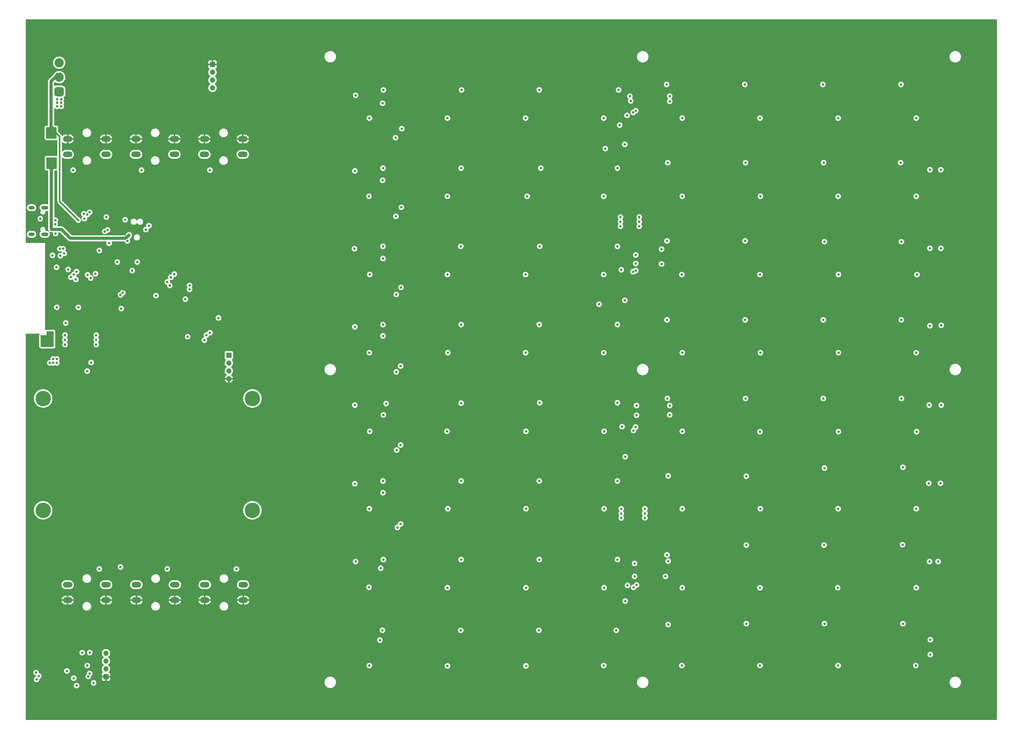
<source format=gbr>
%TF.GenerationSoftware,KiCad,Pcbnew,(6.0.4-0)*%
%TF.CreationDate,2022-10-08T22:35:32-04:00*%
%TF.ProjectId,chess-board-iot,63686573-732d-4626-9f61-72642d696f74,A*%
%TF.SameCoordinates,Original*%
%TF.FileFunction,Copper,L3,Inr*%
%TF.FilePolarity,Positive*%
%FSLAX46Y46*%
G04 Gerber Fmt 4.6, Leading zero omitted, Abs format (unit mm)*
G04 Created by KiCad (PCBNEW (6.0.4-0)) date 2022-10-08 22:35:32*
%MOMM*%
%LPD*%
G01*
G04 APERTURE LIST*
G04 Aperture macros list*
%AMRoundRect*
0 Rectangle with rounded corners*
0 $1 Rounding radius*
0 $2 $3 $4 $5 $6 $7 $8 $9 X,Y pos of 4 corners*
0 Add a 4 corners polygon primitive as box body*
4,1,4,$2,$3,$4,$5,$6,$7,$8,$9,$2,$3,0*
0 Add four circle primitives for the rounded corners*
1,1,$1+$1,$2,$3*
1,1,$1+$1,$4,$5*
1,1,$1+$1,$6,$7*
1,1,$1+$1,$8,$9*
0 Add four rect primitives between the rounded corners*
20,1,$1+$1,$2,$3,$4,$5,0*
20,1,$1+$1,$4,$5,$6,$7,0*
20,1,$1+$1,$6,$7,$8,$9,0*
20,1,$1+$1,$8,$9,$2,$3,0*%
G04 Aperture macros list end*
%TA.AperFunction,ComponentPad*%
%ADD10C,5.000000*%
%TD*%
%TA.AperFunction,ComponentPad*%
%ADD11R,1.700000X1.700000*%
%TD*%
%TA.AperFunction,ComponentPad*%
%ADD12O,1.700000X1.700000*%
%TD*%
%TA.AperFunction,ComponentPad*%
%ADD13O,2.300000X1.200000*%
%TD*%
%TA.AperFunction,ComponentPad*%
%ADD14O,2.000000X1.200000*%
%TD*%
%TA.AperFunction,ComponentPad*%
%ADD15O,3.048000X1.850000*%
%TD*%
%TA.AperFunction,ComponentPad*%
%ADD16RoundRect,0.750000X-0.750000X0.750000X-0.750000X-0.750000X0.750000X-0.750000X0.750000X0.750000X0*%
%TD*%
%TA.AperFunction,ComponentPad*%
%ADD17C,3.000000*%
%TD*%
%TA.AperFunction,ViaPad*%
%ADD18C,0.800000*%
%TD*%
%TA.AperFunction,Conductor*%
%ADD19C,1.000000*%
%TD*%
%TA.AperFunction,Conductor*%
%ADD20C,0.500000*%
%TD*%
G04 APERTURE END LIST*
D10*
%TO.N,*%
%TO.C,J105*%
X124932000Y-179069000D03*
X124932000Y-142749000D03*
X56932000Y-142749000D03*
X56932000Y-179069000D03*
D11*
%TO.N,5V*%
X117282000Y-128709000D03*
D12*
%TO.N,/RX2*%
X117282000Y-131249000D03*
%TO.N,/TX2*%
X117282000Y-133789000D03*
%TO.N,GND*%
X117282000Y-136329000D03*
%TD*%
D13*
%TO.N,Net-(C104-Pad1)*%
%TO.C,J101*%
X57425000Y-80765000D03*
D14*
X53150000Y-89415000D03*
D13*
X57425000Y-89415000D03*
D14*
X53150000Y-80765000D03*
%TD*%
D15*
%TO.N,B_MOVE*%
%TO.C,SW107*%
X64870000Y-63460000D03*
X77370000Y-63460000D03*
%TO.N,GND*%
X77370000Y-58460000D03*
X64870000Y-58460000D03*
%TD*%
D11*
%TO.N,GND*%
%TO.C,OLED102*%
X111961000Y-34260000D03*
D12*
%TO.N,3V3*%
X111961000Y-36800000D03*
%TO.N,/SCL_DB*%
X111961000Y-39340000D03*
%TO.N,/SDA_DB*%
X111961000Y-41880000D03*
%TD*%
D16*
%TO.N,5V*%
%TO.C,J102*%
X62134000Y-43104800D03*
D17*
%TO.N,/VBUS_Filtered*%
X62134000Y-38404800D03*
%TO.N,unconnected-(J102-Pad3)*%
X62134000Y-33704800D03*
%TD*%
D15*
%TO.N,B_END*%
%TO.C,SW108*%
X109320000Y-63460000D03*
X121820000Y-63460000D03*
%TO.N,GND*%
X121820000Y-58460000D03*
X109320000Y-58460000D03*
%TD*%
%TO.N,W_DRAW*%
%TO.C,SW106*%
X87222000Y-203240000D03*
X99722000Y-203240000D03*
%TO.N,GND*%
X87222000Y-208240000D03*
X99722000Y-208240000D03*
%TD*%
%TO.N,B_DRAW*%
%TO.C,SW109*%
X87095000Y-63460000D03*
X99595000Y-63460000D03*
%TO.N,GND*%
X87095000Y-58460000D03*
X99595000Y-58460000D03*
%TD*%
%TO.N,W_MOVE*%
%TO.C,SW104*%
X109447000Y-203240000D03*
X121947000Y-203240000D03*
%TO.N,GND*%
X121947000Y-208240000D03*
X109447000Y-208240000D03*
%TD*%
D11*
%TO.N,GND*%
%TO.C,OLED101*%
X77319800Y-233125800D03*
D12*
%TO.N,3V3*%
X77319800Y-230585800D03*
%TO.N,/SCL_DW*%
X77319800Y-228045800D03*
%TO.N,/SDA_DW*%
X77319800Y-225505800D03*
%TD*%
D15*
%TO.N,W_END*%
%TO.C,SW105*%
X77370000Y-203240000D03*
X64870000Y-203240000D03*
%TO.N,GND*%
X77370000Y-208240000D03*
X64870000Y-208240000D03*
%TD*%
D18*
%TO.N,/D_N*%
X55980000Y-84350000D03*
%TO.N,GND*%
X73360000Y-230270000D03*
%TO.N,/SD_MOSI*%
X64650000Y-231270000D03*
X55490000Y-232920000D03*
%TO.N,/SD_SS*%
X67780000Y-236000000D03*
X54790000Y-234010000D03*
%TO.N,/EN*%
X61341000Y-113157000D03*
X59944000Y-96266000D03*
%TO.N,GND*%
X224041580Y-96520000D03*
X106172000Y-117475000D03*
X230264580Y-191516000D03*
X280556580Y-141478000D03*
X279413580Y-198120000D03*
X323088000Y-89789000D03*
X305321580Y-191770000D03*
X306083580Y-96520000D03*
X233439580Y-39280500D03*
X179464580Y-38989000D03*
X264427580Y-45085000D03*
X253378580Y-66421000D03*
X234455580Y-218694000D03*
X306337580Y-198247000D03*
X203848580Y-116586000D03*
X280429580Y-167005000D03*
X203848580Y-91186000D03*
X323101580Y-65786000D03*
X280556580Y-96520000D03*
X280556580Y-121920000D03*
X72390000Y-88138000D03*
X224041580Y-45720000D03*
X106553000Y-115443000D03*
X250203580Y-109220000D03*
X256680580Y-115951000D03*
X250965580Y-71120000D03*
X173876580Y-198247000D03*
X249441580Y-194183000D03*
X330721580Y-71120000D03*
X272174580Y-192532000D03*
X62492799Y-85860799D03*
X323101580Y-142113000D03*
X178321580Y-116586000D03*
X272174580Y-116713000D03*
X297955580Y-167386000D03*
X299733580Y-218440000D03*
X323101580Y-116586000D03*
X272047580Y-167259000D03*
X272174580Y-142113000D03*
X250965580Y-121920000D03*
X198387580Y-147447000D03*
X282461580Y-215773000D03*
X256553580Y-91694000D03*
X224041580Y-147447000D03*
X332118580Y-138430000D03*
X330086580Y-223520000D03*
X82939738Y-107378257D03*
X297828580Y-116586000D03*
X297828580Y-192532000D03*
X306083580Y-121920000D03*
X247028580Y-142875000D03*
X272174580Y-65913000D03*
X178321580Y-65786000D03*
X203975580Y-218313000D03*
X330721580Y-45720000D03*
X224041580Y-172593000D03*
X203848580Y-141859000D03*
X330594580Y-198247000D03*
X249314580Y-167894000D03*
X253251580Y-117475000D03*
X305575580Y-166497000D03*
X230264580Y-141986000D03*
X173749580Y-71120000D03*
X250076580Y-58293000D03*
X330721580Y-96520000D03*
X198387580Y-172720000D03*
X301003580Y-172847000D03*
X279413580Y-223520000D03*
X272288000Y-90297000D03*
X203848580Y-65786000D03*
X254775580Y-172593000D03*
X173876580Y-172466000D03*
X256299580Y-216789000D03*
X322466580Y-167386000D03*
X230264580Y-167386000D03*
X224041580Y-223393000D03*
X256807580Y-142748000D03*
X88963500Y-109410500D03*
X280556580Y-115824000D03*
X306083580Y-45720000D03*
X246859986Y-92169004D03*
X179464580Y-218313000D03*
X323101580Y-40386000D03*
X275349580Y-172593000D03*
X67400378Y-231119622D03*
X230264580Y-116586000D03*
X198387580Y-223393000D03*
X305194580Y-223520000D03*
X173749580Y-45720000D03*
X54610000Y-229616000D03*
X198387580Y-96520000D03*
X230264580Y-91186000D03*
X257061580Y-194183000D03*
X297828580Y-141986000D03*
X67056000Y-89408000D03*
X255664580Y-223520000D03*
X203848580Y-192913000D03*
X308242580Y-215900000D03*
X155842580Y-192151000D03*
X173876580Y-147320000D03*
X280556580Y-147320000D03*
X203975580Y-167259000D03*
X179210580Y-167259000D03*
X224041580Y-198247000D03*
X178321580Y-141986000D03*
X272174580Y-40513000D03*
X224041580Y-71120000D03*
X198387580Y-45720000D03*
X255664580Y-167132000D03*
X330721580Y-121920000D03*
X61290200Y-81305400D03*
X280556580Y-90424000D03*
X306083580Y-71120000D03*
X280302580Y-191770000D03*
X297828580Y-65786000D03*
X322974580Y-192532000D03*
X280556580Y-71120000D03*
X325260580Y-218440000D03*
X297828580Y-40386000D03*
X297828580Y-90551000D03*
X198387580Y-198247000D03*
X330721580Y-147193000D03*
X256934580Y-65151000D03*
X198387580Y-121920000D03*
X255852589Y-40714589D03*
X280556580Y-39624000D03*
X224041580Y-121920000D03*
X250203580Y-208534000D03*
X178448580Y-191643000D03*
X178321580Y-91186000D03*
X203848580Y-38989000D03*
X249187580Y-160147000D03*
X198387580Y-71120000D03*
X173749580Y-121920000D03*
X340995000Y-86995000D03*
X306083580Y-147447000D03*
X61315600Y-122148600D03*
X59690000Y-89027000D03*
X272174580Y-218313000D03*
X280556580Y-65024000D03*
X249441580Y-219456000D03*
X230264580Y-65786000D03*
X330975580Y-172593000D03*
X280556580Y-45720000D03*
X250203580Y-106553000D03*
X83566000Y-89408000D03*
X173749580Y-96520000D03*
%TO.N,5V*%
X289954580Y-204216000D03*
X61391800Y-47853600D03*
X188481580Y-127889000D03*
X340754580Y-178562000D03*
X239154580Y-127889000D03*
X162827580Y-77089000D03*
X239154580Y-229489000D03*
X213881580Y-153416000D03*
X214262580Y-77089000D03*
X264681580Y-153416000D03*
X239154580Y-51689000D03*
X340754580Y-77089000D03*
X188354580Y-77089000D03*
X289954580Y-229489000D03*
X239281580Y-178562000D03*
X239281580Y-204216000D03*
X213881580Y-229616000D03*
X62788800Y-47853600D03*
X61391800Y-45567600D03*
X340754580Y-51689000D03*
X264681580Y-204216000D03*
X188354580Y-102489000D03*
X87503000Y-98425000D03*
X162954580Y-127889000D03*
X290081580Y-127889000D03*
X340627580Y-229489000D03*
X289954580Y-51689000D03*
X340754580Y-127889000D03*
X163081580Y-153416000D03*
X264681580Y-127889000D03*
X188354580Y-51689000D03*
X162954580Y-229514400D03*
X264681580Y-51689000D03*
X62788800Y-45567600D03*
X162954580Y-178562000D03*
X188481580Y-178562000D03*
X239154580Y-77089000D03*
X315481580Y-102489000D03*
X163081580Y-102489000D03*
X61341000Y-131191000D03*
X60198000Y-129921000D03*
X289954580Y-102489000D03*
X162954580Y-51689000D03*
X315227580Y-204216000D03*
X162827580Y-204089000D03*
X213881580Y-178562000D03*
X188227580Y-153416000D03*
X315354580Y-77089000D03*
X239154580Y-102489000D03*
X213754580Y-102489000D03*
X59055000Y-131191000D03*
X315354580Y-178562000D03*
X264554580Y-229489000D03*
X60198000Y-131191000D03*
X340995000Y-102489000D03*
X61391800Y-46710600D03*
X62788800Y-46710600D03*
X264681580Y-77089000D03*
X315481580Y-153543000D03*
X188354580Y-229616000D03*
X315354580Y-229489000D03*
X239281580Y-153416000D03*
X289954580Y-153543000D03*
X213754580Y-127889000D03*
X213881580Y-204216000D03*
X213754580Y-51689000D03*
X315354580Y-51689000D03*
X188354580Y-204216000D03*
X264681580Y-178562000D03*
X340881580Y-153543000D03*
X264554580Y-102489000D03*
X70307200Y-84328000D03*
X290081580Y-77089000D03*
X290081580Y-178562000D03*
X315481580Y-127889000D03*
X340754580Y-204216000D03*
X61341000Y-129921000D03*
%TO.N,3V3*%
X58166000Y-123825000D03*
X192672580Y-93345000D03*
X244602000Y-86817200D03*
X285128580Y-117221000D03*
X103886000Y-122682000D03*
X167399580Y-93345000D03*
X246888000Y-203454000D03*
X250698000Y-85344000D03*
X167209580Y-218059000D03*
X192799580Y-67945000D03*
X252526800Y-181533800D03*
X167399580Y-169545000D03*
X218326580Y-144145500D03*
X192799580Y-118745000D03*
X259728580Y-117221000D03*
X310909580Y-215900000D03*
X285128580Y-91567000D03*
X335674580Y-66167000D03*
X73320000Y-235140000D03*
X84328000Y-91567000D03*
X239662580Y-61595000D03*
X244856000Y-180086000D03*
X192799580Y-169545000D03*
X74168000Y-123698000D03*
X285509580Y-215900000D03*
X167526580Y-195072000D03*
X167526580Y-42545500D03*
X244348000Y-53975000D03*
X336309580Y-190246000D03*
X260109580Y-216154000D03*
X259982580Y-66167000D03*
X88900000Y-68580000D03*
X259855580Y-142748000D03*
X218199580Y-42545000D03*
X244602000Y-85344000D03*
X54610000Y-231775000D03*
X244856000Y-100965000D03*
X310909580Y-165354000D03*
X218326580Y-93345000D03*
X97282000Y-198120000D03*
X74168000Y-122174000D03*
X310909580Y-91821000D03*
X69621400Y-225298000D03*
X81026000Y-98425000D03*
X252526800Y-178562000D03*
X70129400Y-82762500D03*
X285509580Y-190373000D03*
X218199580Y-118745000D03*
X58801000Y-122809000D03*
X336436580Y-165100000D03*
X285001580Y-40767000D03*
X243599580Y-144145000D03*
X192799580Y-195072000D03*
X259728580Y-193548000D03*
X250698000Y-83820000D03*
X244856000Y-178562000D03*
X335928580Y-117221000D03*
X64262000Y-118237000D03*
X243218580Y-218059000D03*
X57531000Y-122809000D03*
X335801580Y-40767000D03*
X336436580Y-215900000D03*
X259601580Y-40767000D03*
X119761000Y-198120000D03*
X285255580Y-66167000D03*
X66675000Y-68580000D03*
X259728580Y-91567000D03*
X243599580Y-195072000D03*
X335928580Y-91821000D03*
X245110000Y-151892000D03*
X82296000Y-113538000D03*
X192926580Y-42545000D03*
X310655580Y-66167000D03*
X310782580Y-190373000D03*
X167399580Y-67945000D03*
X310401580Y-40767000D03*
X246761000Y-50800000D03*
X64008000Y-122174000D03*
X75184000Y-198120000D03*
X260109580Y-167894000D03*
X310528580Y-117221000D03*
X168415580Y-144399000D03*
X243599580Y-93345000D03*
X59436000Y-123825000D03*
X103124000Y-110490000D03*
X243599580Y-118745000D03*
X252526800Y-180086000D03*
X310528580Y-142748000D03*
X64008000Y-123698000D03*
X192799580Y-144272000D03*
X244602000Y-83820000D03*
X218072580Y-218059000D03*
X243599580Y-169545000D03*
X218707580Y-67945000D03*
X244856000Y-181559200D03*
X192672580Y-218059000D03*
X218199580Y-169545500D03*
X64008000Y-125222000D03*
X335928580Y-142748000D03*
X74168000Y-125222000D03*
X218199580Y-195072000D03*
X250698000Y-86842600D03*
X60960000Y-89154000D03*
X111125000Y-68580000D03*
X243987029Y-42545000D03*
X56896000Y-123825000D03*
X243599580Y-67945000D03*
X285255580Y-142748000D03*
X167399580Y-118745000D03*
X58801000Y-121666000D03*
X285509580Y-168021000D03*
X237630580Y-112141000D03*
%TO.N,VBUS*%
X59048800Y-66491000D03*
X60248800Y-67691000D03*
X59613800Y-82296000D03*
X60248800Y-66491000D03*
X59048800Y-67691000D03*
X59670000Y-87820000D03*
X84836000Y-89699500D03*
%TO.N,Net-(D201-Pad4)*%
X85852000Y-101219000D03*
X166383580Y-221234000D03*
%TO.N,Net-(D207-Pad3)*%
X345326580Y-221107000D03*
X158509580Y-195707000D03*
%TO.N,Net-(D208-Pad3)*%
X345326580Y-225933000D03*
X166637580Y-197866000D03*
%TO.N,Net-(D211-Pad3)*%
X249187580Y-196342000D03*
X260109580Y-195580000D03*
%TO.N,Net-(D212-Pad3)*%
X259220580Y-200533000D03*
X249187580Y-200533000D03*
%TO.N,Net-(D215-Pad3)*%
X158255580Y-170434000D03*
X173114580Y-183515000D03*
X347866580Y-195707000D03*
X345072580Y-195707000D03*
%TO.N,Net-(D216-Pad3)*%
X167399580Y-173355000D03*
X172098580Y-184658000D03*
%TO.N,Net-(D223-Pad3)*%
X158255580Y-144907000D03*
X173114580Y-157861000D03*
X344818580Y-170307000D03*
X348628580Y-170307000D03*
%TO.N,Net-(D224-Pad3)*%
X167526580Y-148082000D03*
X171844580Y-159512000D03*
%TO.N,Net-(D227-Pad3)*%
X249822580Y-145034000D03*
X260617580Y-145034000D03*
%TO.N,Net-(D228-Pad3)*%
X260617580Y-148082000D03*
X249822580Y-148209000D03*
%TO.N,Net-(D231-Pad3)*%
X348882580Y-144907000D03*
X173114580Y-132207000D03*
X158255580Y-119507000D03*
X344945580Y-144907000D03*
%TO.N,Net-(D232-Pad3)*%
X167399580Y-122428000D03*
X171717580Y-134112000D03*
%TO.N,Net-(D239-Pad3)*%
X158128580Y-94107000D03*
X345199580Y-119126000D03*
X348882580Y-118999000D03*
X173241580Y-106680000D03*
%TO.N,Net-(D240-Pad3)*%
X167399580Y-97282000D03*
X171717580Y-108966000D03*
%TO.N,Net-(D243-Pad3)*%
X257950580Y-94234000D03*
X249568580Y-96139000D03*
%TO.N,Net-(D244-Pad3)*%
X249568580Y-98933000D03*
X257950580Y-99060000D03*
%TO.N,Net-(D247-Pad3)*%
X158255580Y-68834000D03*
X345199580Y-93980000D03*
X348755580Y-93980000D03*
X173368580Y-80645000D03*
%TO.N,Net-(D248-Pad3)*%
X167272580Y-71882000D03*
X171590580Y-83566000D03*
%TO.N,Net-(D255-Pad3)*%
X348755580Y-68453000D03*
X345199580Y-68453000D03*
X158509580Y-44323000D03*
X173495580Y-55118000D03*
%TO.N,Net-(D256-Pad3)*%
X171463580Y-58039000D03*
X167272580Y-46863000D03*
%TO.N,Net-(D259-Pad3)*%
X247663580Y-44577000D03*
X260617580Y-44577000D03*
%TO.N,Net-(D260-Pad3)*%
X247917580Y-46101000D03*
X260617580Y-46228000D03*
%TO.N,/SDA_DW*%
X98081500Y-106045000D03*
%TO.N,/SCL_DW*%
X97282000Y-104902000D03*
%TO.N,/SDA_DB*%
X98425000Y-103378000D03*
%TO.N,/SCL_DB*%
X99568000Y-102362000D03*
%TO.N,Net-(Q102-Pad1)*%
X78363299Y-92333299D03*
X77470000Y-83820000D03*
%TO.N,/IO0*%
X83566000Y-84709000D03*
X75184000Y-94704500D03*
%TO.N,/TX0*%
X63754000Y-95631000D03*
X63373000Y-94107000D03*
X77851000Y-88011000D03*
X90297000Y-87884000D03*
%TO.N,/RX0*%
X91313000Y-86614000D03*
X62357000Y-94107000D03*
X76962000Y-88519000D03*
X62484000Y-96393000D03*
%TO.N,/RX2*%
X72517000Y-131064000D03*
X72390000Y-103632000D03*
%TO.N,~{IO_INT}*%
X246139580Y-208534000D03*
X246012580Y-110871000D03*
X113919000Y-116586000D03*
X246012580Y-60198000D03*
X246139580Y-161671000D03*
%TO.N,/~{I2C_SDA}*%
X65049400Y-100863400D03*
X82042000Y-109093000D03*
%TO.N,/TX2*%
X71374000Y-102616000D03*
X71247000Y-133858000D03*
%TO.N,/~{I2C_SCL}*%
X61264800Y-100126800D03*
X82804000Y-108368500D03*
%TO.N,/~{I2C_RESET}*%
X93599000Y-109347000D03*
X73914000Y-102235000D03*
%TO.N,/D_P*%
X72030920Y-82277512D03*
X60900000Y-84860000D03*
%TO.N,/D_N*%
X71288456Y-83019976D03*
X60810500Y-86115000D03*
%TO.N,~{SDA_IOMUX}*%
X248806580Y-153162000D03*
X248855080Y-204089000D03*
X248679580Y-101600000D03*
X248750207Y-49849821D03*
X104521000Y-107315000D03*
%TO.N,~{SCL_IOMUX}*%
X249531080Y-152034942D03*
X249598267Y-101206277D03*
X249822580Y-203327000D03*
X249568580Y-49276000D03*
X104521000Y-106045000D03*
%TO.N,/SD_DET*%
X66852800Y-233603800D03*
X68368400Y-113174000D03*
%TO.N,W_END*%
X109347000Y-123825000D03*
X82042000Y-197485000D03*
%TO.N,W_DRAW*%
X109982000Y-122174000D03*
%TO.N,W_MOVE*%
X111125000Y-121412000D03*
%TO.N,/SD_MISO*%
X71272400Y-229489000D03*
X66878200Y-102489000D03*
%TO.N,/SD_SS*%
X65938400Y-103352600D03*
X71577200Y-233045000D03*
%TO.N,/SD_MOSI*%
X72030000Y-232080000D03*
X67564000Y-104114600D03*
%TO.N,Net-(R105-Pad1)*%
X67792600Y-101537100D03*
X72059800Y-225298000D03*
%TO.N,/VBUS_Filtered*%
X60229600Y-56318000D03*
X60229600Y-55118000D03*
X68300600Y-84810600D03*
X59029600Y-56318000D03*
X59029600Y-55118000D03*
%TD*%
D19*
%TO.N,VBUS*%
X65786000Y-90754200D02*
X83585856Y-90754200D01*
X83585856Y-90754200D02*
X83872567Y-90467489D01*
X59670000Y-87820000D02*
X59588400Y-87738400D01*
X84068011Y-90467489D02*
X84836000Y-89699500D01*
X59588400Y-87738400D02*
X59588400Y-68961000D01*
X59670000Y-87820000D02*
X62851800Y-87820000D01*
X62851800Y-87820000D02*
X65786000Y-90754200D01*
X83872567Y-90467489D02*
X84068011Y-90467489D01*
X59588400Y-68961000D02*
X59588400Y-68230600D01*
X59588400Y-68961000D02*
X59588400Y-67151400D01*
X59588400Y-67030600D02*
X59048800Y-66491000D01*
X59588400Y-68351400D02*
X60248800Y-67691000D01*
X59588400Y-68961000D02*
X59588400Y-67030600D01*
X59588400Y-67151400D02*
X60248800Y-66491000D01*
X59588400Y-68230600D02*
X59048800Y-67691000D01*
X59588400Y-68961000D02*
X59588400Y-68351400D01*
%TO.N,/VBUS_Filtered*%
X59747000Y-54654600D02*
X60229600Y-55137200D01*
D20*
X62306200Y-57734200D02*
X60890000Y-56318000D01*
D19*
X60883800Y-38404800D02*
X62134000Y-38404800D01*
X59512200Y-54654600D02*
X59029600Y-55137200D01*
X59029600Y-55137200D02*
X59029600Y-55270400D01*
X59512200Y-54654600D02*
X59747000Y-54654600D01*
D20*
X60890000Y-56318000D02*
X60229600Y-56318000D01*
D19*
X59029600Y-55270400D02*
X59029600Y-56337200D01*
D20*
X62306200Y-78816200D02*
X62306200Y-57734200D01*
X68300600Y-84810600D02*
X62306200Y-78816200D01*
D19*
X59512200Y-39776400D02*
X60883800Y-38404800D01*
X59512200Y-54654600D02*
X59512200Y-39776400D01*
X60229600Y-55137200D02*
X60229600Y-56337200D01*
%TD*%
%TA.AperFunction,Conductor*%
%TO.N,3V3*%
G36*
X60267121Y-120924002D02*
G01*
X60313614Y-120977658D01*
X60325000Y-121030000D01*
X60325000Y-125858000D01*
X60304998Y-125926121D01*
X60251342Y-125972614D01*
X60199000Y-125984000D01*
X56260000Y-125984000D01*
X56191879Y-125963998D01*
X56145386Y-125910342D01*
X56134000Y-125858000D01*
X56134000Y-122300000D01*
X56154002Y-122231879D01*
X56207658Y-122185386D01*
X56260000Y-122174000D01*
X58039000Y-122174000D01*
X58039000Y-121030000D01*
X58059002Y-120961879D01*
X58112658Y-120915386D01*
X58165000Y-120904000D01*
X60199000Y-120904000D01*
X60267121Y-120924002D01*
G37*
%TD.AperFunction*%
%TD*%
%TA.AperFunction,Conductor*%
%TO.N,/VBUS_Filtered*%
G36*
X61206921Y-54630002D02*
G01*
X61253414Y-54683658D01*
X61264800Y-54736000D01*
X61264800Y-58217800D01*
X61244798Y-58285921D01*
X61191142Y-58332414D01*
X61138800Y-58343800D01*
X58038000Y-58343800D01*
X57969879Y-58323798D01*
X57923386Y-58270142D01*
X57912000Y-58217800D01*
X57912000Y-54736000D01*
X57932002Y-54667879D01*
X57985658Y-54621386D01*
X58038000Y-54610000D01*
X61138800Y-54610000D01*
X61206921Y-54630002D01*
G37*
%TD.AperFunction*%
%TD*%
%TA.AperFunction,Conductor*%
%TO.N,VBUS*%
G36*
X61257721Y-64485202D02*
G01*
X61304214Y-64538858D01*
X61315600Y-64591200D01*
X61315600Y-68073000D01*
X61295598Y-68141121D01*
X61241942Y-68187614D01*
X61189600Y-68199000D01*
X58088800Y-68199000D01*
X58020679Y-68178998D01*
X57974186Y-68125342D01*
X57962800Y-68073000D01*
X57962800Y-64591200D01*
X57982802Y-64523079D01*
X58036458Y-64476586D01*
X58088800Y-64465200D01*
X61189600Y-64465200D01*
X61257721Y-64485202D01*
G37*
%TD.AperFunction*%
%TD*%
%TA.AperFunction,Conductor*%
%TO.N,GND*%
G36*
X366972121Y-19578502D02*
G01*
X367018614Y-19632158D01*
X367030000Y-19684500D01*
X367030000Y-247015500D01*
X367009998Y-247083621D01*
X366956342Y-247130114D01*
X366904000Y-247141500D01*
X51434500Y-247141500D01*
X51366379Y-247121498D01*
X51319886Y-247067842D01*
X51308500Y-247015500D01*
X51308500Y-236000000D01*
X66866496Y-236000000D01*
X66886458Y-236189928D01*
X66945473Y-236371556D01*
X67040960Y-236536944D01*
X67168747Y-236678866D01*
X67323248Y-236791118D01*
X67329276Y-236793802D01*
X67329278Y-236793803D01*
X67491681Y-236866109D01*
X67497712Y-236868794D01*
X67591112Y-236888647D01*
X67678056Y-236907128D01*
X67678061Y-236907128D01*
X67684513Y-236908500D01*
X67875487Y-236908500D01*
X67881939Y-236907128D01*
X67881944Y-236907128D01*
X67968888Y-236888647D01*
X68062288Y-236868794D01*
X68068319Y-236866109D01*
X68230722Y-236793803D01*
X68230724Y-236793802D01*
X68236752Y-236791118D01*
X68391253Y-236678866D01*
X68519040Y-236536944D01*
X68614527Y-236371556D01*
X68673542Y-236189928D01*
X68693504Y-236000000D01*
X68686644Y-235934730D01*
X68674232Y-235816635D01*
X68674232Y-235816633D01*
X68673542Y-235810072D01*
X68614527Y-235628444D01*
X68519040Y-235463056D01*
X68503713Y-235446033D01*
X68395675Y-235326045D01*
X68395674Y-235326044D01*
X68391253Y-235321134D01*
X68236752Y-235208882D01*
X68230724Y-235206198D01*
X68230722Y-235206197D01*
X68082040Y-235140000D01*
X72406496Y-235140000D01*
X72407186Y-235146565D01*
X72425126Y-235317251D01*
X72426458Y-235329928D01*
X72485473Y-235511556D01*
X72488776Y-235517278D01*
X72488777Y-235517279D01*
X72522686Y-235576010D01*
X72580960Y-235676944D01*
X72708747Y-235818866D01*
X72863248Y-235931118D01*
X72869276Y-235933802D01*
X72869278Y-235933803D01*
X72879635Y-235938414D01*
X73037712Y-236008794D01*
X73131113Y-236028647D01*
X73218056Y-236047128D01*
X73218061Y-236047128D01*
X73224513Y-236048500D01*
X73415487Y-236048500D01*
X73421939Y-236047128D01*
X73421944Y-236047128D01*
X73508887Y-236028647D01*
X73602288Y-236008794D01*
X73760365Y-235938414D01*
X73770722Y-235933803D01*
X73770724Y-235933802D01*
X73776752Y-235931118D01*
X73931253Y-235818866D01*
X74059040Y-235676944D01*
X74117314Y-235576010D01*
X74151223Y-235517279D01*
X74151224Y-235517278D01*
X74154527Y-235511556D01*
X74213542Y-235329928D01*
X74214875Y-235317251D01*
X74232814Y-235146565D01*
X74233504Y-235140000D01*
X74217978Y-234992277D01*
X148391589Y-234992277D01*
X148417205Y-235260769D01*
X148418290Y-235265203D01*
X148418291Y-235265209D01*
X148465503Y-235458148D01*
X148481311Y-235522750D01*
X148582565Y-235772733D01*
X148718845Y-236005482D01*
X148830957Y-236145671D01*
X148839266Y-236156060D01*
X148887296Y-236216119D01*
X149084389Y-236400234D01*
X149305996Y-236553968D01*
X149310079Y-236555999D01*
X149310082Y-236556001D01*
X149425593Y-236613466D01*
X149547474Y-236674101D01*
X149551808Y-236675522D01*
X149551811Y-236675523D01*
X149799433Y-236756698D01*
X149799439Y-236756699D01*
X149803766Y-236758118D01*
X149808257Y-236758898D01*
X149808258Y-236758898D01*
X150065720Y-236803601D01*
X150065728Y-236803602D01*
X150069501Y-236804257D01*
X150073338Y-236804448D01*
X150153158Y-236808422D01*
X150153166Y-236808422D01*
X150154729Y-236808500D01*
X150323092Y-236808500D01*
X150325360Y-236808335D01*
X150325372Y-236808335D01*
X150456464Y-236798823D01*
X150523584Y-236793953D01*
X150528039Y-236792969D01*
X150528042Y-236792969D01*
X150782492Y-236736791D01*
X150782496Y-236736790D01*
X150786952Y-236735806D01*
X150937243Y-236678866D01*
X151034898Y-236641868D01*
X151034901Y-236641867D01*
X151039168Y-236640250D01*
X151225154Y-236536944D01*
X151270955Y-236511504D01*
X151270956Y-236511503D01*
X151274948Y-236509286D01*
X151489353Y-236345657D01*
X151677892Y-236152792D01*
X151836614Y-235934730D01*
X151919770Y-235776676D01*
X151960070Y-235700079D01*
X151960073Y-235700073D01*
X151962195Y-235696039D01*
X151968939Y-235676944D01*
X152050482Y-235446033D01*
X152050482Y-235446032D01*
X152052005Y-235441720D01*
X152104161Y-235177100D01*
X152108354Y-235092872D01*
X152113362Y-234992277D01*
X249991589Y-234992277D01*
X250017205Y-235260769D01*
X250018290Y-235265203D01*
X250018291Y-235265209D01*
X250065503Y-235458148D01*
X250081311Y-235522750D01*
X250182565Y-235772733D01*
X250318845Y-236005482D01*
X250430957Y-236145671D01*
X250439266Y-236156060D01*
X250487296Y-236216119D01*
X250684389Y-236400234D01*
X250905996Y-236553968D01*
X250910079Y-236555999D01*
X250910082Y-236556001D01*
X251025593Y-236613466D01*
X251147474Y-236674101D01*
X251151808Y-236675522D01*
X251151811Y-236675523D01*
X251399433Y-236756698D01*
X251399439Y-236756699D01*
X251403766Y-236758118D01*
X251408257Y-236758898D01*
X251408258Y-236758898D01*
X251665720Y-236803601D01*
X251665728Y-236803602D01*
X251669501Y-236804257D01*
X251673338Y-236804448D01*
X251753158Y-236808422D01*
X251753166Y-236808422D01*
X251754729Y-236808500D01*
X251923092Y-236808500D01*
X251925360Y-236808335D01*
X251925372Y-236808335D01*
X252056464Y-236798823D01*
X252123584Y-236793953D01*
X252128039Y-236792969D01*
X252128042Y-236792969D01*
X252382492Y-236736791D01*
X252382496Y-236736790D01*
X252386952Y-236735806D01*
X252537243Y-236678866D01*
X252634898Y-236641868D01*
X252634901Y-236641867D01*
X252639168Y-236640250D01*
X252825154Y-236536944D01*
X252870955Y-236511504D01*
X252870956Y-236511503D01*
X252874948Y-236509286D01*
X253089353Y-236345657D01*
X253277892Y-236152792D01*
X253436614Y-235934730D01*
X253519770Y-235776676D01*
X253560070Y-235700079D01*
X253560073Y-235700073D01*
X253562195Y-235696039D01*
X253568939Y-235676944D01*
X253650482Y-235446033D01*
X253650482Y-235446032D01*
X253652005Y-235441720D01*
X253704161Y-235177100D01*
X253708354Y-235092872D01*
X253713362Y-234992277D01*
X351591589Y-234992277D01*
X351617205Y-235260769D01*
X351618290Y-235265203D01*
X351618291Y-235265209D01*
X351665503Y-235458148D01*
X351681311Y-235522750D01*
X351782565Y-235772733D01*
X351918845Y-236005482D01*
X352030957Y-236145671D01*
X352039266Y-236156060D01*
X352087296Y-236216119D01*
X352284389Y-236400234D01*
X352505996Y-236553968D01*
X352510079Y-236555999D01*
X352510082Y-236556001D01*
X352625593Y-236613466D01*
X352747474Y-236674101D01*
X352751808Y-236675522D01*
X352751811Y-236675523D01*
X352999433Y-236756698D01*
X352999439Y-236756699D01*
X353003766Y-236758118D01*
X353008257Y-236758898D01*
X353008258Y-236758898D01*
X353265720Y-236803601D01*
X353265728Y-236803602D01*
X353269501Y-236804257D01*
X353273338Y-236804448D01*
X353353158Y-236808422D01*
X353353166Y-236808422D01*
X353354729Y-236808500D01*
X353523092Y-236808500D01*
X353525360Y-236808335D01*
X353525372Y-236808335D01*
X353656464Y-236798823D01*
X353723584Y-236793953D01*
X353728039Y-236792969D01*
X353728042Y-236792969D01*
X353982492Y-236736791D01*
X353982496Y-236736790D01*
X353986952Y-236735806D01*
X354137243Y-236678866D01*
X354234898Y-236641868D01*
X354234901Y-236641867D01*
X354239168Y-236640250D01*
X354425154Y-236536944D01*
X354470955Y-236511504D01*
X354470956Y-236511503D01*
X354474948Y-236509286D01*
X354689353Y-236345657D01*
X354877892Y-236152792D01*
X355036614Y-235934730D01*
X355119770Y-235776676D01*
X355160070Y-235700079D01*
X355160073Y-235700073D01*
X355162195Y-235696039D01*
X355168939Y-235676944D01*
X355250482Y-235446033D01*
X355250482Y-235446032D01*
X355252005Y-235441720D01*
X355304161Y-235177100D01*
X355308354Y-235092872D01*
X355317344Y-234912292D01*
X355317344Y-234912286D01*
X355317571Y-234907723D01*
X355291955Y-234639231D01*
X355284503Y-234608774D01*
X355228935Y-234381688D01*
X355227849Y-234377250D01*
X355126595Y-234127267D01*
X355001602Y-233913794D01*
X354992625Y-233898463D01*
X354992624Y-233898462D01*
X354990315Y-233894518D01*
X354872508Y-233747208D01*
X354824716Y-233687447D01*
X354824715Y-233687445D01*
X354821864Y-233683881D01*
X354624771Y-233499766D01*
X354403164Y-233346032D01*
X354399081Y-233344001D01*
X354399078Y-233343999D01*
X354234186Y-233261967D01*
X354161686Y-233225899D01*
X354157352Y-233224478D01*
X354157349Y-233224477D01*
X353909727Y-233143302D01*
X353909721Y-233143301D01*
X353905394Y-233141882D01*
X353900902Y-233141102D01*
X353643440Y-233096399D01*
X353643432Y-233096398D01*
X353639659Y-233095743D01*
X353628397Y-233095182D01*
X353556002Y-233091578D01*
X353555994Y-233091578D01*
X353554431Y-233091500D01*
X353386068Y-233091500D01*
X353383800Y-233091665D01*
X353383788Y-233091665D01*
X353252696Y-233101177D01*
X353185576Y-233106047D01*
X353181121Y-233107031D01*
X353181118Y-233107031D01*
X352926668Y-233163209D01*
X352926664Y-233163210D01*
X352922208Y-233164194D01*
X352796100Y-233211972D01*
X352674262Y-233258132D01*
X352674259Y-233258133D01*
X352669992Y-233259750D01*
X352602427Y-233297279D01*
X352450853Y-233381471D01*
X352434212Y-233390714D01*
X352219807Y-233554343D01*
X352216614Y-233557609D01*
X352216612Y-233557611D01*
X352143187Y-233632721D01*
X352031268Y-233747208D01*
X351872546Y-233965270D01*
X351843503Y-234020472D01*
X351749090Y-234199921D01*
X351749087Y-234199927D01*
X351746965Y-234203961D01*
X351745445Y-234208266D01*
X351745443Y-234208270D01*
X351678582Y-234397603D01*
X351657155Y-234458280D01*
X351652125Y-234483800D01*
X351610942Y-234692749D01*
X351604999Y-234722900D01*
X351604772Y-234727453D01*
X351604772Y-234727456D01*
X351594003Y-234943794D01*
X351591589Y-234992277D01*
X253713362Y-234992277D01*
X253717344Y-234912292D01*
X253717344Y-234912286D01*
X253717571Y-234907723D01*
X253691955Y-234639231D01*
X253684503Y-234608774D01*
X253628935Y-234381688D01*
X253627849Y-234377250D01*
X253526595Y-234127267D01*
X253401602Y-233913794D01*
X253392625Y-233898463D01*
X253392624Y-233898462D01*
X253390315Y-233894518D01*
X253272508Y-233747208D01*
X253224716Y-233687447D01*
X253224715Y-233687445D01*
X253221864Y-233683881D01*
X253024771Y-233499766D01*
X252803164Y-233346032D01*
X252799081Y-233344001D01*
X252799078Y-233343999D01*
X252634186Y-233261967D01*
X252561686Y-233225899D01*
X252557352Y-233224478D01*
X252557349Y-233224477D01*
X252309727Y-233143302D01*
X252309721Y-233143301D01*
X252305394Y-233141882D01*
X252300902Y-233141102D01*
X252043440Y-233096399D01*
X252043432Y-233096398D01*
X252039659Y-233095743D01*
X252028397Y-233095182D01*
X251956002Y-233091578D01*
X251955994Y-233091578D01*
X251954431Y-233091500D01*
X251786068Y-233091500D01*
X251783800Y-233091665D01*
X251783788Y-233091665D01*
X251652696Y-233101177D01*
X251585576Y-233106047D01*
X251581121Y-233107031D01*
X251581118Y-233107031D01*
X251326668Y-233163209D01*
X251326664Y-233163210D01*
X251322208Y-233164194D01*
X251196100Y-233211972D01*
X251074262Y-233258132D01*
X251074259Y-233258133D01*
X251069992Y-233259750D01*
X251002427Y-233297279D01*
X250850853Y-233381471D01*
X250834212Y-233390714D01*
X250619807Y-233554343D01*
X250616614Y-233557609D01*
X250616612Y-233557611D01*
X250543187Y-233632721D01*
X250431268Y-233747208D01*
X250272546Y-233965270D01*
X250243503Y-234020472D01*
X250149090Y-234199921D01*
X250149087Y-234199927D01*
X250146965Y-234203961D01*
X250145445Y-234208266D01*
X250145443Y-234208270D01*
X250078582Y-234397603D01*
X250057155Y-234458280D01*
X250052125Y-234483800D01*
X250010942Y-234692749D01*
X250004999Y-234722900D01*
X250004772Y-234727453D01*
X250004772Y-234727456D01*
X249994003Y-234943794D01*
X249991589Y-234992277D01*
X152113362Y-234992277D01*
X152117344Y-234912292D01*
X152117344Y-234912286D01*
X152117571Y-234907723D01*
X152091955Y-234639231D01*
X152084503Y-234608774D01*
X152028935Y-234381688D01*
X152027849Y-234377250D01*
X151926595Y-234127267D01*
X151801602Y-233913794D01*
X151792625Y-233898463D01*
X151792624Y-233898462D01*
X151790315Y-233894518D01*
X151672508Y-233747208D01*
X151624716Y-233687447D01*
X151624715Y-233687445D01*
X151621864Y-233683881D01*
X151424771Y-233499766D01*
X151203164Y-233346032D01*
X151199081Y-233344001D01*
X151199078Y-233343999D01*
X151034186Y-233261967D01*
X150961686Y-233225899D01*
X150957352Y-233224478D01*
X150957349Y-233224477D01*
X150709727Y-233143302D01*
X150709721Y-233143301D01*
X150705394Y-233141882D01*
X150700902Y-233141102D01*
X150443440Y-233096399D01*
X150443432Y-233096398D01*
X150439659Y-233095743D01*
X150428397Y-233095182D01*
X150356002Y-233091578D01*
X150355994Y-233091578D01*
X150354431Y-233091500D01*
X150186068Y-233091500D01*
X150183800Y-233091665D01*
X150183788Y-233091665D01*
X150052696Y-233101177D01*
X149985576Y-233106047D01*
X149981121Y-233107031D01*
X149981118Y-233107031D01*
X149726668Y-233163209D01*
X149726664Y-233163210D01*
X149722208Y-233164194D01*
X149596100Y-233211972D01*
X149474262Y-233258132D01*
X149474259Y-233258133D01*
X149469992Y-233259750D01*
X149402427Y-233297279D01*
X149250853Y-233381471D01*
X149234212Y-233390714D01*
X149019807Y-233554343D01*
X149016614Y-233557609D01*
X149016612Y-233557611D01*
X148943187Y-233632721D01*
X148831268Y-233747208D01*
X148672546Y-233965270D01*
X148643503Y-234020472D01*
X148549090Y-234199921D01*
X148549087Y-234199927D01*
X148546965Y-234203961D01*
X148545445Y-234208266D01*
X148545443Y-234208270D01*
X148478582Y-234397603D01*
X148457155Y-234458280D01*
X148452125Y-234483800D01*
X148410942Y-234692749D01*
X148404999Y-234722900D01*
X148404772Y-234727453D01*
X148404772Y-234727456D01*
X148394003Y-234943794D01*
X148391589Y-234992277D01*
X74217978Y-234992277D01*
X74213542Y-234950072D01*
X74154527Y-234768444D01*
X74059040Y-234603056D01*
X73951328Y-234483429D01*
X73935675Y-234466045D01*
X73935674Y-234466044D01*
X73931253Y-234461134D01*
X73776752Y-234348882D01*
X73770724Y-234346198D01*
X73770722Y-234346197D01*
X73608319Y-234273891D01*
X73608318Y-234273891D01*
X73602288Y-234271206D01*
X73508888Y-234251353D01*
X73421944Y-234232872D01*
X73421939Y-234232872D01*
X73415487Y-234231500D01*
X73224513Y-234231500D01*
X73218061Y-234232872D01*
X73218056Y-234232872D01*
X73131112Y-234251353D01*
X73037712Y-234271206D01*
X73031682Y-234273891D01*
X73031681Y-234273891D01*
X72869278Y-234346197D01*
X72869276Y-234346198D01*
X72863248Y-234348882D01*
X72708747Y-234461134D01*
X72704326Y-234466044D01*
X72704325Y-234466045D01*
X72688673Y-234483429D01*
X72580960Y-234603056D01*
X72485473Y-234768444D01*
X72426458Y-234950072D01*
X72406496Y-235140000D01*
X68082040Y-235140000D01*
X68068319Y-235133891D01*
X68068318Y-235133891D01*
X68062288Y-235131206D01*
X67968888Y-235111353D01*
X67881944Y-235092872D01*
X67881939Y-235092872D01*
X67875487Y-235091500D01*
X67684513Y-235091500D01*
X67678061Y-235092872D01*
X67678056Y-235092872D01*
X67591112Y-235111353D01*
X67497712Y-235131206D01*
X67491682Y-235133891D01*
X67491681Y-235133891D01*
X67329278Y-235206197D01*
X67329276Y-235206198D01*
X67323248Y-235208882D01*
X67168747Y-235321134D01*
X67164326Y-235326044D01*
X67164325Y-235326045D01*
X67056288Y-235446033D01*
X67040960Y-235463056D01*
X66945473Y-235628444D01*
X66886458Y-235810072D01*
X66885768Y-235816633D01*
X66885768Y-235816635D01*
X66873356Y-235934730D01*
X66866496Y-236000000D01*
X51308500Y-236000000D01*
X51308500Y-231775000D01*
X53696496Y-231775000D01*
X53697186Y-231781564D01*
X53697186Y-231781565D01*
X53714254Y-231943955D01*
X53716458Y-231964928D01*
X53775473Y-232146556D01*
X53870960Y-232311944D01*
X53875378Y-232316851D01*
X53875379Y-232316852D01*
X53919753Y-232366134D01*
X53998747Y-232453866D01*
X54153248Y-232566118D01*
X54159276Y-232568802D01*
X54159278Y-232568803D01*
X54278429Y-232621852D01*
X54327712Y-232643794D01*
X54488485Y-232677968D01*
X54550957Y-232711695D01*
X54585279Y-232773845D01*
X54587597Y-232814382D01*
X54576496Y-232920000D01*
X54579979Y-232953133D01*
X54586115Y-233011517D01*
X54573343Y-233081356D01*
X54524841Y-233133202D01*
X54507609Y-233140974D01*
X54507712Y-233141206D01*
X54339278Y-233216197D01*
X54339276Y-233216198D01*
X54333248Y-233218882D01*
X54327907Y-233222762D01*
X54327906Y-233222763D01*
X54306206Y-233238529D01*
X54178747Y-233331134D01*
X54050960Y-233473056D01*
X54005629Y-233551571D01*
X53976082Y-233602749D01*
X53955473Y-233638444D01*
X53896458Y-233820072D01*
X53895768Y-233826633D01*
X53895768Y-233826635D01*
X53882434Y-233953500D01*
X53876496Y-234010000D01*
X53877186Y-234016565D01*
X53890238Y-234140744D01*
X53896458Y-234199928D01*
X53955473Y-234381556D01*
X53958776Y-234387278D01*
X53958777Y-234387279D01*
X53964738Y-234397603D01*
X54050960Y-234546944D01*
X54178747Y-234688866D01*
X54333248Y-234801118D01*
X54339276Y-234803802D01*
X54339278Y-234803803D01*
X54501681Y-234876109D01*
X54507712Y-234878794D01*
X54601113Y-234898647D01*
X54688056Y-234917128D01*
X54688061Y-234917128D01*
X54694513Y-234918500D01*
X54885487Y-234918500D01*
X54891939Y-234917128D01*
X54891944Y-234917128D01*
X54978887Y-234898647D01*
X55072288Y-234878794D01*
X55078319Y-234876109D01*
X55240722Y-234803803D01*
X55240724Y-234803802D01*
X55246752Y-234801118D01*
X55401253Y-234688866D01*
X55529040Y-234546944D01*
X55615262Y-234397603D01*
X55621223Y-234387279D01*
X55621224Y-234387278D01*
X55624527Y-234381556D01*
X55683542Y-234199928D01*
X55689763Y-234140744D01*
X55702814Y-234016565D01*
X55703504Y-234010000D01*
X55693885Y-233918482D01*
X55706657Y-233848644D01*
X55755159Y-233796798D01*
X55772391Y-233789026D01*
X55772288Y-233788794D01*
X55940722Y-233713803D01*
X55940724Y-233713802D01*
X55946752Y-233711118D01*
X56094462Y-233603800D01*
X65939296Y-233603800D01*
X65939986Y-233610365D01*
X65954757Y-233750899D01*
X65959258Y-233793728D01*
X66018273Y-233975356D01*
X66113760Y-234140744D01*
X66118178Y-234145651D01*
X66118179Y-234145652D01*
X66179588Y-234213854D01*
X66241547Y-234282666D01*
X66308794Y-234331524D01*
X66377839Y-234381688D01*
X66396048Y-234394918D01*
X66402076Y-234397602D01*
X66402078Y-234397603D01*
X66564481Y-234469909D01*
X66570512Y-234472594D01*
X66663912Y-234492447D01*
X66750856Y-234510928D01*
X66750861Y-234510928D01*
X66757313Y-234512300D01*
X66948287Y-234512300D01*
X66954739Y-234510928D01*
X66954744Y-234510928D01*
X67041688Y-234492447D01*
X67135088Y-234472594D01*
X67141119Y-234469909D01*
X67303522Y-234397603D01*
X67303524Y-234397602D01*
X67309552Y-234394918D01*
X67327762Y-234381688D01*
X67396806Y-234331524D01*
X67464053Y-234282666D01*
X67526012Y-234213854D01*
X67587421Y-234145652D01*
X67587422Y-234145651D01*
X67591840Y-234140744D01*
X67661281Y-234020469D01*
X75961801Y-234020469D01*
X75962171Y-234027290D01*
X75967695Y-234078152D01*
X75971321Y-234093404D01*
X76016476Y-234213854D01*
X76025014Y-234229449D01*
X76101515Y-234331524D01*
X76114076Y-234344085D01*
X76216151Y-234420586D01*
X76231746Y-234429124D01*
X76352194Y-234474278D01*
X76367449Y-234477905D01*
X76418314Y-234483431D01*
X76425128Y-234483800D01*
X77047685Y-234483800D01*
X77062924Y-234479325D01*
X77064129Y-234477935D01*
X77065800Y-234470252D01*
X77065800Y-234465684D01*
X77573800Y-234465684D01*
X77578275Y-234480923D01*
X77579665Y-234482128D01*
X77587348Y-234483799D01*
X78214469Y-234483799D01*
X78221290Y-234483429D01*
X78272152Y-234477905D01*
X78287404Y-234474279D01*
X78407854Y-234429124D01*
X78423449Y-234420586D01*
X78525524Y-234344085D01*
X78538085Y-234331524D01*
X78614586Y-234229449D01*
X78623124Y-234213854D01*
X78668278Y-234093406D01*
X78671905Y-234078151D01*
X78677431Y-234027286D01*
X78677800Y-234020472D01*
X78677800Y-233397915D01*
X78673325Y-233382676D01*
X78671935Y-233381471D01*
X78664252Y-233379800D01*
X77591915Y-233379800D01*
X77576676Y-233384275D01*
X77575471Y-233385665D01*
X77573800Y-233393348D01*
X77573800Y-234465684D01*
X77065800Y-234465684D01*
X77065800Y-233397915D01*
X77061325Y-233382676D01*
X77059935Y-233381471D01*
X77052252Y-233379800D01*
X75979916Y-233379800D01*
X75964677Y-233384275D01*
X75963472Y-233385665D01*
X75961801Y-233393348D01*
X75961801Y-234020469D01*
X67661281Y-234020469D01*
X67687327Y-233975356D01*
X67746342Y-233793728D01*
X67750844Y-233750899D01*
X67765614Y-233610365D01*
X67766304Y-233603800D01*
X67755096Y-233497162D01*
X67747032Y-233420435D01*
X67747032Y-233420433D01*
X67746342Y-233413872D01*
X67687327Y-233232244D01*
X67679613Y-233218882D01*
X67614276Y-233105717D01*
X67591840Y-233066856D01*
X67572161Y-233045000D01*
X70663696Y-233045000D01*
X70664386Y-233051565D01*
X70682560Y-233224477D01*
X70683658Y-233234928D01*
X70742673Y-233416556D01*
X70838160Y-233581944D01*
X70842578Y-233586851D01*
X70842579Y-233586852D01*
X70856893Y-233602749D01*
X70965947Y-233723866D01*
X71003155Y-233750899D01*
X71098363Y-233820072D01*
X71120448Y-233836118D01*
X71126476Y-233838802D01*
X71126478Y-233838803D01*
X71288881Y-233911109D01*
X71294912Y-233913794D01*
X71388312Y-233933647D01*
X71475256Y-233952128D01*
X71475261Y-233952128D01*
X71481713Y-233953500D01*
X71672687Y-233953500D01*
X71679139Y-233952128D01*
X71679144Y-233952128D01*
X71766088Y-233933647D01*
X71859488Y-233913794D01*
X71865519Y-233911109D01*
X72027922Y-233838803D01*
X72027924Y-233838802D01*
X72033952Y-233836118D01*
X72056038Y-233820072D01*
X72151245Y-233750899D01*
X72188453Y-233723866D01*
X72297507Y-233602749D01*
X72311821Y-233586852D01*
X72311822Y-233586851D01*
X72316240Y-233581944D01*
X72411727Y-233416556D01*
X72470742Y-233234928D01*
X72471841Y-233224477D01*
X72490014Y-233051565D01*
X72490704Y-233045000D01*
X72481049Y-232953133D01*
X72493822Y-232883294D01*
X72532298Y-232838027D01*
X72620636Y-232773845D01*
X72641253Y-232758866D01*
X72769040Y-232616944D01*
X72834740Y-232503148D01*
X72861223Y-232457279D01*
X72861224Y-232457278D01*
X72864527Y-232451556D01*
X72923542Y-232269928D01*
X72925229Y-232253882D01*
X72942814Y-232086565D01*
X72943504Y-232080000D01*
X72936886Y-232017033D01*
X72924232Y-231896635D01*
X72924232Y-231896633D01*
X72923542Y-231890072D01*
X72864527Y-231708444D01*
X72769040Y-231543056D01*
X72641253Y-231401134D01*
X72486752Y-231288882D01*
X72480724Y-231286198D01*
X72480722Y-231286197D01*
X72318319Y-231213891D01*
X72318318Y-231213891D01*
X72312288Y-231211206D01*
X72218888Y-231191353D01*
X72131944Y-231172872D01*
X72131939Y-231172872D01*
X72125487Y-231171500D01*
X71934513Y-231171500D01*
X71928061Y-231172872D01*
X71928056Y-231172872D01*
X71841112Y-231191353D01*
X71747712Y-231211206D01*
X71741682Y-231213891D01*
X71741681Y-231213891D01*
X71579278Y-231286197D01*
X71579276Y-231286198D01*
X71573248Y-231288882D01*
X71418747Y-231401134D01*
X71290960Y-231543056D01*
X71195473Y-231708444D01*
X71136458Y-231890072D01*
X71135768Y-231896633D01*
X71135768Y-231896635D01*
X71123114Y-232017033D01*
X71116496Y-232080000D01*
X71117186Y-232086565D01*
X71126151Y-232171867D01*
X71113378Y-232241706D01*
X71074902Y-232286973D01*
X70965947Y-232366134D01*
X70961526Y-232371044D01*
X70961525Y-232371045D01*
X70883457Y-232457749D01*
X70838160Y-232508056D01*
X70742673Y-232673444D01*
X70683658Y-232855072D01*
X70682968Y-232861633D01*
X70682968Y-232861635D01*
X70681900Y-232871800D01*
X70663696Y-233045000D01*
X67572161Y-233045000D01*
X67489444Y-232953133D01*
X67468475Y-232929845D01*
X67468474Y-232929844D01*
X67464053Y-232924934D01*
X67309552Y-232812682D01*
X67303524Y-232809998D01*
X67303522Y-232809997D01*
X67141119Y-232737691D01*
X67141118Y-232737691D01*
X67135088Y-232735006D01*
X67025419Y-232711695D01*
X66954744Y-232696672D01*
X66954739Y-232696672D01*
X66948287Y-232695300D01*
X66757313Y-232695300D01*
X66750861Y-232696672D01*
X66750856Y-232696672D01*
X66680181Y-232711695D01*
X66570512Y-232735006D01*
X66564482Y-232737691D01*
X66564481Y-232737691D01*
X66402078Y-232809997D01*
X66402076Y-232809998D01*
X66396048Y-232812682D01*
X66241547Y-232924934D01*
X66237126Y-232929844D01*
X66237125Y-232929845D01*
X66216157Y-232953133D01*
X66113760Y-233066856D01*
X66091324Y-233105717D01*
X66025988Y-233218882D01*
X66018273Y-233232244D01*
X65959258Y-233413872D01*
X65958568Y-233420433D01*
X65958568Y-233420435D01*
X65950504Y-233497162D01*
X65939296Y-233603800D01*
X56094462Y-233603800D01*
X56101253Y-233598866D01*
X56105675Y-233593955D01*
X56224621Y-233461852D01*
X56224622Y-233461851D01*
X56229040Y-233456944D01*
X56301677Y-233331134D01*
X56321223Y-233297279D01*
X56321224Y-233297278D01*
X56324527Y-233291556D01*
X56383542Y-233109928D01*
X56385462Y-233091665D01*
X56402814Y-232926565D01*
X56402814Y-232926564D01*
X56403504Y-232920000D01*
X56394888Y-232838027D01*
X56384232Y-232736635D01*
X56384232Y-232736633D01*
X56383542Y-232730072D01*
X56324527Y-232548444D01*
X56229040Y-232383056D01*
X56213804Y-232366134D01*
X56105675Y-232246045D01*
X56105674Y-232246044D01*
X56101253Y-232241134D01*
X55946752Y-232128882D01*
X55940724Y-232126198D01*
X55940722Y-232126197D01*
X55778319Y-232053891D01*
X55778318Y-232053891D01*
X55772288Y-232051206D01*
X55611515Y-232017032D01*
X55549043Y-231983305D01*
X55514721Y-231921155D01*
X55512403Y-231880618D01*
X55523504Y-231775000D01*
X55503542Y-231585072D01*
X55444527Y-231403444D01*
X55440952Y-231397251D01*
X55367483Y-231270000D01*
X63736496Y-231270000D01*
X63737186Y-231276565D01*
X63750279Y-231401134D01*
X63756458Y-231459928D01*
X63815473Y-231641556D01*
X63910960Y-231806944D01*
X63915378Y-231811851D01*
X63915379Y-231811852D01*
X63980156Y-231883794D01*
X64038747Y-231948866D01*
X64193248Y-232061118D01*
X64199276Y-232063802D01*
X64199278Y-232063803D01*
X64345449Y-232128882D01*
X64367712Y-232138794D01*
X64431154Y-232152279D01*
X64548056Y-232177128D01*
X64548061Y-232177128D01*
X64554513Y-232178500D01*
X64745487Y-232178500D01*
X64751939Y-232177128D01*
X64751944Y-232177128D01*
X64868846Y-232152279D01*
X64932288Y-232138794D01*
X64954551Y-232128882D01*
X65100722Y-232063803D01*
X65100724Y-232063802D01*
X65106752Y-232061118D01*
X65261253Y-231948866D01*
X65319844Y-231883794D01*
X65384621Y-231811852D01*
X65384622Y-231811851D01*
X65389040Y-231806944D01*
X65484527Y-231641556D01*
X65543542Y-231459928D01*
X65549722Y-231401134D01*
X65562814Y-231276565D01*
X65563504Y-231270000D01*
X65553151Y-231171500D01*
X65544232Y-231086635D01*
X65544232Y-231086633D01*
X65543542Y-231080072D01*
X65484527Y-230898444D01*
X65389040Y-230733056D01*
X65261253Y-230591134D01*
X65208071Y-230552495D01*
X75957051Y-230552495D01*
X75957348Y-230557648D01*
X75957348Y-230557651D01*
X75962811Y-230652390D01*
X75969910Y-230775515D01*
X75971047Y-230780561D01*
X75971048Y-230780567D01*
X75990415Y-230866500D01*
X76019022Y-230993439D01*
X76056865Y-231086635D01*
X76091325Y-231171500D01*
X76103066Y-231200416D01*
X76219787Y-231390888D01*
X76366050Y-231559738D01*
X76370025Y-231563038D01*
X76370031Y-231563044D01*
X76375225Y-231567356D01*
X76414859Y-231626260D01*
X76416355Y-231697241D01*
X76379239Y-231757762D01*
X76338968Y-231782280D01*
X76231746Y-231822476D01*
X76216151Y-231831014D01*
X76114076Y-231907515D01*
X76101515Y-231920076D01*
X76025014Y-232022151D01*
X76016476Y-232037746D01*
X75971322Y-232158194D01*
X75967695Y-232173449D01*
X75962169Y-232224314D01*
X75961800Y-232231128D01*
X75961800Y-232853685D01*
X75966275Y-232868924D01*
X75967665Y-232870129D01*
X75975348Y-232871800D01*
X78659684Y-232871800D01*
X78674923Y-232867325D01*
X78676128Y-232865935D01*
X78677799Y-232858252D01*
X78677799Y-232231131D01*
X78677429Y-232224310D01*
X78671905Y-232173448D01*
X78668279Y-232158196D01*
X78623124Y-232037746D01*
X78614586Y-232022151D01*
X78538085Y-231920076D01*
X78525524Y-231907515D01*
X78423449Y-231831014D01*
X78407854Y-231822476D01*
X78297613Y-231781148D01*
X78240849Y-231738506D01*
X78216149Y-231671945D01*
X78231357Y-231602596D01*
X78252904Y-231573915D01*
X78354230Y-231472944D01*
X78354240Y-231472932D01*
X78357896Y-231469289D01*
X78369339Y-231453365D01*
X78485235Y-231292077D01*
X78488253Y-231287877D01*
X78497089Y-231270000D01*
X78584936Y-231092253D01*
X78584937Y-231092251D01*
X78587230Y-231087611D01*
X78619700Y-230980740D01*
X78650665Y-230878823D01*
X78650665Y-230878821D01*
X78652170Y-230873869D01*
X78681329Y-230652390D01*
X78682956Y-230585800D01*
X78664652Y-230363161D01*
X78610231Y-230146502D01*
X78521154Y-229941640D01*
X78468698Y-229860556D01*
X78402622Y-229758417D01*
X78402620Y-229758414D01*
X78399814Y-229754077D01*
X78249470Y-229588851D01*
X78245419Y-229585652D01*
X78245415Y-229585648D01*
X78155200Y-229514400D01*
X162041076Y-229514400D01*
X162041766Y-229520965D01*
X162057679Y-229672365D01*
X162061038Y-229704328D01*
X162120053Y-229885956D01*
X162215540Y-230051344D01*
X162219958Y-230056251D01*
X162219959Y-230056252D01*
X162301872Y-230147226D01*
X162343327Y-230193266D01*
X162442423Y-230265264D01*
X162466564Y-230282803D01*
X162497828Y-230305518D01*
X162503856Y-230308202D01*
X162503858Y-230308203D01*
X162666261Y-230380509D01*
X162672292Y-230383194D01*
X162765693Y-230403047D01*
X162852636Y-230421528D01*
X162852641Y-230421528D01*
X162859093Y-230422900D01*
X163050067Y-230422900D01*
X163056519Y-230421528D01*
X163056524Y-230421528D01*
X163143467Y-230403047D01*
X163236868Y-230383194D01*
X163242899Y-230380509D01*
X163405302Y-230308203D01*
X163405304Y-230308202D01*
X163411332Y-230305518D01*
X163442597Y-230282803D01*
X163466737Y-230265264D01*
X163565833Y-230193266D01*
X163607288Y-230147226D01*
X163689201Y-230056252D01*
X163689202Y-230056251D01*
X163693620Y-230051344D01*
X163789107Y-229885956D01*
X163848122Y-229704328D01*
X163851482Y-229672365D01*
X163857406Y-229616000D01*
X187441076Y-229616000D01*
X187441766Y-229622565D01*
X187450360Y-229704328D01*
X187461038Y-229805928D01*
X187520053Y-229987556D01*
X187615540Y-230152944D01*
X187743327Y-230294866D01*
X187836929Y-230362872D01*
X187882702Y-230396128D01*
X187897828Y-230407118D01*
X187903856Y-230409802D01*
X187903858Y-230409803D01*
X188059013Y-230478882D01*
X188072292Y-230484794D01*
X188165692Y-230504647D01*
X188252636Y-230523128D01*
X188252641Y-230523128D01*
X188259093Y-230524500D01*
X188450067Y-230524500D01*
X188456519Y-230523128D01*
X188456524Y-230523128D01*
X188543468Y-230504647D01*
X188636868Y-230484794D01*
X188650147Y-230478882D01*
X188805302Y-230409803D01*
X188805304Y-230409802D01*
X188811332Y-230407118D01*
X188826459Y-230396128D01*
X188872231Y-230362872D01*
X188965833Y-230294866D01*
X189093620Y-230152944D01*
X189189107Y-229987556D01*
X189248122Y-229805928D01*
X189258801Y-229704328D01*
X189267394Y-229622565D01*
X189268084Y-229616000D01*
X212968076Y-229616000D01*
X212968766Y-229622565D01*
X212977360Y-229704328D01*
X212988038Y-229805928D01*
X213047053Y-229987556D01*
X213142540Y-230152944D01*
X213270327Y-230294866D01*
X213363929Y-230362872D01*
X213409702Y-230396128D01*
X213424828Y-230407118D01*
X213430856Y-230409802D01*
X213430858Y-230409803D01*
X213586013Y-230478882D01*
X213599292Y-230484794D01*
X213692692Y-230504647D01*
X213779636Y-230523128D01*
X213779641Y-230523128D01*
X213786093Y-230524500D01*
X213977067Y-230524500D01*
X213983519Y-230523128D01*
X213983524Y-230523128D01*
X214070468Y-230504647D01*
X214163868Y-230484794D01*
X214177147Y-230478882D01*
X214332302Y-230409803D01*
X214332304Y-230409802D01*
X214338332Y-230407118D01*
X214353459Y-230396128D01*
X214399231Y-230362872D01*
X214492833Y-230294866D01*
X214620620Y-230152944D01*
X214716107Y-229987556D01*
X214775122Y-229805928D01*
X214785801Y-229704328D01*
X214794394Y-229622565D01*
X214795084Y-229616000D01*
X214781736Y-229489000D01*
X238241076Y-229489000D01*
X238241766Y-229495565D01*
X238249608Y-229570173D01*
X238261038Y-229678928D01*
X238320053Y-229860556D01*
X238415540Y-230025944D01*
X238543327Y-230167866D01*
X238697828Y-230280118D01*
X238703856Y-230282802D01*
X238703858Y-230282803D01*
X238810696Y-230330370D01*
X238872292Y-230357794D01*
X238965692Y-230377647D01*
X239052636Y-230396128D01*
X239052641Y-230396128D01*
X239059093Y-230397500D01*
X239250067Y-230397500D01*
X239256519Y-230396128D01*
X239256524Y-230396128D01*
X239343468Y-230377647D01*
X239436868Y-230357794D01*
X239498464Y-230330370D01*
X239605302Y-230282803D01*
X239605304Y-230282802D01*
X239611332Y-230280118D01*
X239765833Y-230167866D01*
X239893620Y-230025944D01*
X239989107Y-229860556D01*
X240048122Y-229678928D01*
X240059553Y-229570173D01*
X240067394Y-229495565D01*
X240068084Y-229489000D01*
X263641076Y-229489000D01*
X263641766Y-229495565D01*
X263649608Y-229570173D01*
X263661038Y-229678928D01*
X263720053Y-229860556D01*
X263815540Y-230025944D01*
X263943327Y-230167866D01*
X264097828Y-230280118D01*
X264103856Y-230282802D01*
X264103858Y-230282803D01*
X264210696Y-230330370D01*
X264272292Y-230357794D01*
X264365692Y-230377647D01*
X264452636Y-230396128D01*
X264452641Y-230396128D01*
X264459093Y-230397500D01*
X264650067Y-230397500D01*
X264656519Y-230396128D01*
X264656524Y-230396128D01*
X264743468Y-230377647D01*
X264836868Y-230357794D01*
X264898464Y-230330370D01*
X265005302Y-230282803D01*
X265005304Y-230282802D01*
X265011332Y-230280118D01*
X265165833Y-230167866D01*
X265293620Y-230025944D01*
X265389107Y-229860556D01*
X265448122Y-229678928D01*
X265459553Y-229570173D01*
X265467394Y-229495565D01*
X265468084Y-229489000D01*
X289041076Y-229489000D01*
X289041766Y-229495565D01*
X289049608Y-229570173D01*
X289061038Y-229678928D01*
X289120053Y-229860556D01*
X289215540Y-230025944D01*
X289343327Y-230167866D01*
X289497828Y-230280118D01*
X289503856Y-230282802D01*
X289503858Y-230282803D01*
X289610696Y-230330370D01*
X289672292Y-230357794D01*
X289765692Y-230377647D01*
X289852636Y-230396128D01*
X289852641Y-230396128D01*
X289859093Y-230397500D01*
X290050067Y-230397500D01*
X290056519Y-230396128D01*
X290056524Y-230396128D01*
X290143468Y-230377647D01*
X290236868Y-230357794D01*
X290298464Y-230330370D01*
X290405302Y-230282803D01*
X290405304Y-230282802D01*
X290411332Y-230280118D01*
X290565833Y-230167866D01*
X290693620Y-230025944D01*
X290789107Y-229860556D01*
X290848122Y-229678928D01*
X290859553Y-229570173D01*
X290867394Y-229495565D01*
X290868084Y-229489000D01*
X314441076Y-229489000D01*
X314441766Y-229495565D01*
X314449608Y-229570173D01*
X314461038Y-229678928D01*
X314520053Y-229860556D01*
X314615540Y-230025944D01*
X314743327Y-230167866D01*
X314897828Y-230280118D01*
X314903856Y-230282802D01*
X314903858Y-230282803D01*
X315010696Y-230330370D01*
X315072292Y-230357794D01*
X315165692Y-230377647D01*
X315252636Y-230396128D01*
X315252641Y-230396128D01*
X315259093Y-230397500D01*
X315450067Y-230397500D01*
X315456519Y-230396128D01*
X315456524Y-230396128D01*
X315543468Y-230377647D01*
X315636868Y-230357794D01*
X315698464Y-230330370D01*
X315805302Y-230282803D01*
X315805304Y-230282802D01*
X315811332Y-230280118D01*
X315965833Y-230167866D01*
X316093620Y-230025944D01*
X316189107Y-229860556D01*
X316248122Y-229678928D01*
X316259553Y-229570173D01*
X316267394Y-229495565D01*
X316268084Y-229489000D01*
X339714076Y-229489000D01*
X339714766Y-229495565D01*
X339722608Y-229570173D01*
X339734038Y-229678928D01*
X339793053Y-229860556D01*
X339888540Y-230025944D01*
X340016327Y-230167866D01*
X340170828Y-230280118D01*
X340176856Y-230282802D01*
X340176858Y-230282803D01*
X340283696Y-230330370D01*
X340345292Y-230357794D01*
X340438692Y-230377647D01*
X340525636Y-230396128D01*
X340525641Y-230396128D01*
X340532093Y-230397500D01*
X340723067Y-230397500D01*
X340729519Y-230396128D01*
X340729524Y-230396128D01*
X340816468Y-230377647D01*
X340909868Y-230357794D01*
X340971464Y-230330370D01*
X341078302Y-230282803D01*
X341078304Y-230282802D01*
X341084332Y-230280118D01*
X341238833Y-230167866D01*
X341366620Y-230025944D01*
X341462107Y-229860556D01*
X341521122Y-229678928D01*
X341532553Y-229570173D01*
X341540394Y-229495565D01*
X341541084Y-229489000D01*
X341525680Y-229342438D01*
X341521812Y-229305635D01*
X341521812Y-229305633D01*
X341521122Y-229299072D01*
X341462107Y-229117444D01*
X341446246Y-229089971D01*
X341405696Y-229019738D01*
X341366620Y-228952056D01*
X341279042Y-228854790D01*
X341243255Y-228815045D01*
X341243254Y-228815044D01*
X341238833Y-228810134D01*
X341119292Y-228723282D01*
X341089674Y-228701763D01*
X341089673Y-228701762D01*
X341084332Y-228697882D01*
X341078304Y-228695198D01*
X341078302Y-228695197D01*
X340915899Y-228622891D01*
X340915898Y-228622891D01*
X340909868Y-228620206D01*
X340816468Y-228600353D01*
X340729524Y-228581872D01*
X340729519Y-228581872D01*
X340723067Y-228580500D01*
X340532093Y-228580500D01*
X340525641Y-228581872D01*
X340525636Y-228581872D01*
X340438692Y-228600353D01*
X340345292Y-228620206D01*
X340339262Y-228622891D01*
X340339261Y-228622891D01*
X340176858Y-228695197D01*
X340176856Y-228695198D01*
X340170828Y-228697882D01*
X340165487Y-228701762D01*
X340165486Y-228701763D01*
X340135868Y-228723282D01*
X340016327Y-228810134D01*
X340011906Y-228815044D01*
X340011905Y-228815045D01*
X339976119Y-228854790D01*
X339888540Y-228952056D01*
X339849464Y-229019738D01*
X339808915Y-229089971D01*
X339793053Y-229117444D01*
X339734038Y-229299072D01*
X339733348Y-229305633D01*
X339733348Y-229305635D01*
X339729480Y-229342438D01*
X339714076Y-229489000D01*
X316268084Y-229489000D01*
X316252680Y-229342438D01*
X316248812Y-229305635D01*
X316248812Y-229305633D01*
X316248122Y-229299072D01*
X316189107Y-229117444D01*
X316173246Y-229089971D01*
X316132696Y-229019738D01*
X316093620Y-228952056D01*
X316006042Y-228854790D01*
X315970255Y-228815045D01*
X315970254Y-228815044D01*
X315965833Y-228810134D01*
X315846292Y-228723282D01*
X315816674Y-228701763D01*
X315816673Y-228701762D01*
X315811332Y-228697882D01*
X315805304Y-228695198D01*
X315805302Y-228695197D01*
X315642899Y-228622891D01*
X315642898Y-228622891D01*
X315636868Y-228620206D01*
X315543468Y-228600353D01*
X315456524Y-228581872D01*
X315456519Y-228581872D01*
X315450067Y-228580500D01*
X315259093Y-228580500D01*
X315252641Y-228581872D01*
X315252636Y-228581872D01*
X315165692Y-228600353D01*
X315072292Y-228620206D01*
X315066262Y-228622891D01*
X315066261Y-228622891D01*
X314903858Y-228695197D01*
X314903856Y-228695198D01*
X314897828Y-228697882D01*
X314892487Y-228701762D01*
X314892486Y-228701763D01*
X314862868Y-228723282D01*
X314743327Y-228810134D01*
X314738906Y-228815044D01*
X314738905Y-228815045D01*
X314703119Y-228854790D01*
X314615540Y-228952056D01*
X314576464Y-229019738D01*
X314535915Y-229089971D01*
X314520053Y-229117444D01*
X314461038Y-229299072D01*
X314460348Y-229305633D01*
X314460348Y-229305635D01*
X314456480Y-229342438D01*
X314441076Y-229489000D01*
X290868084Y-229489000D01*
X290852680Y-229342438D01*
X290848812Y-229305635D01*
X290848812Y-229305633D01*
X290848122Y-229299072D01*
X290789107Y-229117444D01*
X290773246Y-229089971D01*
X290732696Y-229019738D01*
X290693620Y-228952056D01*
X290606042Y-228854790D01*
X290570255Y-228815045D01*
X290570254Y-228815044D01*
X290565833Y-228810134D01*
X290446292Y-228723282D01*
X290416674Y-228701763D01*
X290416673Y-228701762D01*
X290411332Y-228697882D01*
X290405304Y-228695198D01*
X290405302Y-228695197D01*
X290242899Y-228622891D01*
X290242898Y-228622891D01*
X290236868Y-228620206D01*
X290143468Y-228600353D01*
X290056524Y-228581872D01*
X290056519Y-228581872D01*
X290050067Y-228580500D01*
X289859093Y-228580500D01*
X289852641Y-228581872D01*
X289852636Y-228581872D01*
X289765692Y-228600353D01*
X289672292Y-228620206D01*
X289666262Y-228622891D01*
X289666261Y-228622891D01*
X289503858Y-228695197D01*
X289503856Y-228695198D01*
X289497828Y-228697882D01*
X289492487Y-228701762D01*
X289492486Y-228701763D01*
X289462868Y-228723282D01*
X289343327Y-228810134D01*
X289338906Y-228815044D01*
X289338905Y-228815045D01*
X289303119Y-228854790D01*
X289215540Y-228952056D01*
X289176464Y-229019738D01*
X289135915Y-229089971D01*
X289120053Y-229117444D01*
X289061038Y-229299072D01*
X289060348Y-229305633D01*
X289060348Y-229305635D01*
X289056480Y-229342438D01*
X289041076Y-229489000D01*
X265468084Y-229489000D01*
X265452680Y-229342438D01*
X265448812Y-229305635D01*
X265448812Y-229305633D01*
X265448122Y-229299072D01*
X265389107Y-229117444D01*
X265373246Y-229089971D01*
X265332696Y-229019738D01*
X265293620Y-228952056D01*
X265206042Y-228854790D01*
X265170255Y-228815045D01*
X265170254Y-228815044D01*
X265165833Y-228810134D01*
X265046292Y-228723282D01*
X265016674Y-228701763D01*
X265016673Y-228701762D01*
X265011332Y-228697882D01*
X265005304Y-228695198D01*
X265005302Y-228695197D01*
X264842899Y-228622891D01*
X264842898Y-228622891D01*
X264836868Y-228620206D01*
X264743468Y-228600353D01*
X264656524Y-228581872D01*
X264656519Y-228581872D01*
X264650067Y-228580500D01*
X264459093Y-228580500D01*
X264452641Y-228581872D01*
X264452636Y-228581872D01*
X264365692Y-228600353D01*
X264272292Y-228620206D01*
X264266262Y-228622891D01*
X264266261Y-228622891D01*
X264103858Y-228695197D01*
X264103856Y-228695198D01*
X264097828Y-228697882D01*
X264092487Y-228701762D01*
X264092486Y-228701763D01*
X264062868Y-228723282D01*
X263943327Y-228810134D01*
X263938906Y-228815044D01*
X263938905Y-228815045D01*
X263903119Y-228854790D01*
X263815540Y-228952056D01*
X263776464Y-229019738D01*
X263735915Y-229089971D01*
X263720053Y-229117444D01*
X263661038Y-229299072D01*
X263660348Y-229305633D01*
X263660348Y-229305635D01*
X263656480Y-229342438D01*
X263641076Y-229489000D01*
X240068084Y-229489000D01*
X240052680Y-229342438D01*
X240048812Y-229305635D01*
X240048812Y-229305633D01*
X240048122Y-229299072D01*
X239989107Y-229117444D01*
X239973246Y-229089971D01*
X239932696Y-229019738D01*
X239893620Y-228952056D01*
X239806042Y-228854790D01*
X239770255Y-228815045D01*
X239770254Y-228815044D01*
X239765833Y-228810134D01*
X239646292Y-228723282D01*
X239616674Y-228701763D01*
X239616673Y-228701762D01*
X239611332Y-228697882D01*
X239605304Y-228695198D01*
X239605302Y-228695197D01*
X239442899Y-228622891D01*
X239442898Y-228622891D01*
X239436868Y-228620206D01*
X239343468Y-228600353D01*
X239256524Y-228581872D01*
X239256519Y-228581872D01*
X239250067Y-228580500D01*
X239059093Y-228580500D01*
X239052641Y-228581872D01*
X239052636Y-228581872D01*
X238965692Y-228600353D01*
X238872292Y-228620206D01*
X238866262Y-228622891D01*
X238866261Y-228622891D01*
X238703858Y-228695197D01*
X238703856Y-228695198D01*
X238697828Y-228697882D01*
X238692487Y-228701762D01*
X238692486Y-228701763D01*
X238662868Y-228723282D01*
X238543327Y-228810134D01*
X238538906Y-228815044D01*
X238538905Y-228815045D01*
X238503119Y-228854790D01*
X238415540Y-228952056D01*
X238376464Y-229019738D01*
X238335915Y-229089971D01*
X238320053Y-229117444D01*
X238261038Y-229299072D01*
X238260348Y-229305633D01*
X238260348Y-229305635D01*
X238256480Y-229342438D01*
X238241076Y-229489000D01*
X214781736Y-229489000D01*
X214775122Y-229426072D01*
X214716107Y-229244444D01*
X214698940Y-229214709D01*
X214623921Y-229084774D01*
X214620620Y-229079056D01*
X214492833Y-228937134D01*
X214374126Y-228850888D01*
X214343674Y-228828763D01*
X214343673Y-228828762D01*
X214338332Y-228824882D01*
X214332304Y-228822198D01*
X214332302Y-228822197D01*
X214169899Y-228749891D01*
X214169898Y-228749891D01*
X214163868Y-228747206D01*
X214069574Y-228727163D01*
X213983524Y-228708872D01*
X213983519Y-228708872D01*
X213977067Y-228707500D01*
X213786093Y-228707500D01*
X213779641Y-228708872D01*
X213779636Y-228708872D01*
X213693586Y-228727163D01*
X213599292Y-228747206D01*
X213593262Y-228749891D01*
X213593261Y-228749891D01*
X213430858Y-228822197D01*
X213430856Y-228822198D01*
X213424828Y-228824882D01*
X213419487Y-228828762D01*
X213419486Y-228828763D01*
X213389034Y-228850888D01*
X213270327Y-228937134D01*
X213142540Y-229079056D01*
X213139239Y-229084774D01*
X213064221Y-229214709D01*
X213047053Y-229244444D01*
X212988038Y-229426072D01*
X212968076Y-229616000D01*
X189268084Y-229616000D01*
X189248122Y-229426072D01*
X189189107Y-229244444D01*
X189171940Y-229214709D01*
X189096921Y-229084774D01*
X189093620Y-229079056D01*
X188965833Y-228937134D01*
X188847126Y-228850888D01*
X188816674Y-228828763D01*
X188816673Y-228828762D01*
X188811332Y-228824882D01*
X188805304Y-228822198D01*
X188805302Y-228822197D01*
X188642899Y-228749891D01*
X188642898Y-228749891D01*
X188636868Y-228747206D01*
X188542574Y-228727163D01*
X188456524Y-228708872D01*
X188456519Y-228708872D01*
X188450067Y-228707500D01*
X188259093Y-228707500D01*
X188252641Y-228708872D01*
X188252636Y-228708872D01*
X188166586Y-228727163D01*
X188072292Y-228747206D01*
X188066262Y-228749891D01*
X188066261Y-228749891D01*
X187903858Y-228822197D01*
X187903856Y-228822198D01*
X187897828Y-228824882D01*
X187892487Y-228828762D01*
X187892486Y-228828763D01*
X187862034Y-228850888D01*
X187743327Y-228937134D01*
X187615540Y-229079056D01*
X187612239Y-229084774D01*
X187537221Y-229214709D01*
X187520053Y-229244444D01*
X187461038Y-229426072D01*
X187441076Y-229616000D01*
X163857406Y-229616000D01*
X163867394Y-229520965D01*
X163868084Y-229514400D01*
X163858961Y-229427597D01*
X163848812Y-229331035D01*
X163848812Y-229331033D01*
X163848122Y-229324472D01*
X163789107Y-229142844D01*
X163693620Y-228977456D01*
X163565833Y-228835534D01*
X163445184Y-228747877D01*
X163416674Y-228727163D01*
X163416673Y-228727162D01*
X163411332Y-228723282D01*
X163405304Y-228720598D01*
X163405302Y-228720597D01*
X163242899Y-228648291D01*
X163242898Y-228648291D01*
X163236868Y-228645606D01*
X163130003Y-228622891D01*
X163056524Y-228607272D01*
X163056519Y-228607272D01*
X163050067Y-228605900D01*
X162859093Y-228605900D01*
X162852641Y-228607272D01*
X162852636Y-228607272D01*
X162779157Y-228622891D01*
X162672292Y-228645606D01*
X162666262Y-228648291D01*
X162666261Y-228648291D01*
X162503858Y-228720597D01*
X162503856Y-228720598D01*
X162497828Y-228723282D01*
X162492487Y-228727162D01*
X162492486Y-228727163D01*
X162463976Y-228747877D01*
X162343327Y-228835534D01*
X162215540Y-228977456D01*
X162120053Y-229142844D01*
X162061038Y-229324472D01*
X162060348Y-229331033D01*
X162060348Y-229331035D01*
X162050199Y-229427597D01*
X162041076Y-229514400D01*
X78155200Y-229514400D01*
X78078214Y-229453600D01*
X78078210Y-229453598D01*
X78074159Y-229450398D01*
X78032853Y-229427596D01*
X77982884Y-229377164D01*
X77968112Y-229307721D01*
X77993228Y-229241316D01*
X78020580Y-229214709D01*
X78064403Y-229183450D01*
X78199660Y-229086973D01*
X78357896Y-228929289D01*
X78417394Y-228846489D01*
X78485235Y-228752077D01*
X78488253Y-228747877D01*
X78498491Y-228727163D01*
X78584936Y-228552253D01*
X78584937Y-228552251D01*
X78587230Y-228547611D01*
X78652170Y-228333869D01*
X78681329Y-228112390D01*
X78682956Y-228045800D01*
X78664652Y-227823161D01*
X78610231Y-227606502D01*
X78521154Y-227401640D01*
X78399814Y-227214077D01*
X78249470Y-227048851D01*
X78245419Y-227045652D01*
X78245415Y-227045648D01*
X78078214Y-226913600D01*
X78078210Y-226913598D01*
X78074159Y-226910398D01*
X78032853Y-226887596D01*
X77982884Y-226837164D01*
X77968112Y-226767721D01*
X77993228Y-226701316D01*
X78020580Y-226674709D01*
X78064403Y-226643450D01*
X78199660Y-226546973D01*
X78272034Y-226474852D01*
X78354235Y-226392937D01*
X78357896Y-226389289D01*
X78417394Y-226306489D01*
X78485235Y-226212077D01*
X78488253Y-226207877D01*
X78507880Y-226168166D01*
X78584936Y-226012253D01*
X78584937Y-226012251D01*
X78587230Y-226007611D01*
X78609899Y-225933000D01*
X344413076Y-225933000D01*
X344413766Y-225939565D01*
X344429767Y-226091803D01*
X344433038Y-226122928D01*
X344492053Y-226304556D01*
X344495356Y-226310278D01*
X344495357Y-226310279D01*
X344529266Y-226369010D01*
X344587540Y-226469944D01*
X344591958Y-226474851D01*
X344591959Y-226474852D01*
X344710905Y-226606955D01*
X344715327Y-226611866D01*
X344814423Y-226683864D01*
X344859913Y-226716914D01*
X344869828Y-226724118D01*
X344875856Y-226726802D01*
X344875858Y-226726803D01*
X345038261Y-226799109D01*
X345044292Y-226801794D01*
X345137693Y-226821647D01*
X345224636Y-226840128D01*
X345224641Y-226840128D01*
X345231093Y-226841500D01*
X345422067Y-226841500D01*
X345428519Y-226840128D01*
X345428524Y-226840128D01*
X345515468Y-226821647D01*
X345608868Y-226801794D01*
X345614899Y-226799109D01*
X345777302Y-226726803D01*
X345777304Y-226726802D01*
X345783332Y-226724118D01*
X345793248Y-226716914D01*
X345838737Y-226683864D01*
X345937833Y-226611866D01*
X345942255Y-226606955D01*
X346061201Y-226474852D01*
X346061202Y-226474851D01*
X346065620Y-226469944D01*
X346123894Y-226369010D01*
X346157803Y-226310279D01*
X346157804Y-226310278D01*
X346161107Y-226304556D01*
X346220122Y-226122928D01*
X346223394Y-226091803D01*
X346239394Y-225939565D01*
X346240084Y-225933000D01*
X346220122Y-225743072D01*
X346161107Y-225561444D01*
X346065620Y-225396056D01*
X345937833Y-225254134D01*
X345783332Y-225141882D01*
X345777304Y-225139198D01*
X345777302Y-225139197D01*
X345614899Y-225066891D01*
X345614898Y-225066891D01*
X345608868Y-225064206D01*
X345495445Y-225040097D01*
X345428524Y-225025872D01*
X345428519Y-225025872D01*
X345422067Y-225024500D01*
X345231093Y-225024500D01*
X345224641Y-225025872D01*
X345224636Y-225025872D01*
X345157715Y-225040097D01*
X345044292Y-225064206D01*
X345038262Y-225066891D01*
X345038261Y-225066891D01*
X344875858Y-225139197D01*
X344875856Y-225139198D01*
X344869828Y-225141882D01*
X344715327Y-225254134D01*
X344587540Y-225396056D01*
X344492053Y-225561444D01*
X344433038Y-225743072D01*
X344413076Y-225933000D01*
X78609899Y-225933000D01*
X78638199Y-225839852D01*
X78650665Y-225798823D01*
X78650665Y-225798821D01*
X78652170Y-225793869D01*
X78681329Y-225572390D01*
X78681443Y-225567729D01*
X78682874Y-225509165D01*
X78682874Y-225509161D01*
X78682956Y-225505800D01*
X78664652Y-225283161D01*
X78610231Y-225066502D01*
X78521154Y-224861640D01*
X78399814Y-224674077D01*
X78249470Y-224508851D01*
X78245419Y-224505652D01*
X78245415Y-224505648D01*
X78078214Y-224373600D01*
X78078210Y-224373598D01*
X78074159Y-224370398D01*
X77878589Y-224262438D01*
X77873720Y-224260714D01*
X77873716Y-224260712D01*
X77672887Y-224189595D01*
X77672883Y-224189594D01*
X77668012Y-224187869D01*
X77662919Y-224186962D01*
X77662916Y-224186961D01*
X77453173Y-224149600D01*
X77453167Y-224149599D01*
X77448084Y-224148694D01*
X77374252Y-224147792D01*
X77229881Y-224146028D01*
X77229879Y-224146028D01*
X77224711Y-224145965D01*
X77003891Y-224179755D01*
X76791556Y-224249157D01*
X76593407Y-224352307D01*
X76589274Y-224355410D01*
X76589271Y-224355412D01*
X76418900Y-224483330D01*
X76414765Y-224486435D01*
X76260429Y-224647938D01*
X76134543Y-224832480D01*
X76118803Y-224866390D01*
X76044774Y-225025872D01*
X76040488Y-225035105D01*
X75980789Y-225250370D01*
X75957051Y-225472495D01*
X75957348Y-225477648D01*
X75957348Y-225477651D01*
X75962811Y-225572390D01*
X75969910Y-225695515D01*
X75971047Y-225700561D01*
X75971048Y-225700567D01*
X75990919Y-225788739D01*
X76019022Y-225913439D01*
X76057261Y-226007611D01*
X76091448Y-226091803D01*
X76103066Y-226120416D01*
X76105765Y-226124820D01*
X76215907Y-226304556D01*
X76219787Y-226310888D01*
X76366050Y-226479738D01*
X76537926Y-226622432D01*
X76608395Y-226663611D01*
X76611245Y-226665276D01*
X76659969Y-226716914D01*
X76673040Y-226786697D01*
X76646309Y-226852469D01*
X76605855Y-226885827D01*
X76593407Y-226892307D01*
X76589274Y-226895410D01*
X76589271Y-226895412D01*
X76565047Y-226913600D01*
X76414765Y-227026435D01*
X76260429Y-227187938D01*
X76134543Y-227372480D01*
X76040488Y-227575105D01*
X75980789Y-227790370D01*
X75957051Y-228012495D01*
X75957348Y-228017648D01*
X75957348Y-228017651D01*
X75962811Y-228112390D01*
X75969910Y-228235515D01*
X75971047Y-228240561D01*
X75971048Y-228240567D01*
X75990919Y-228328739D01*
X76019022Y-228453439D01*
X76057261Y-228547611D01*
X76098143Y-228648291D01*
X76103066Y-228660416D01*
X76153819Y-228743238D01*
X76213388Y-228840445D01*
X76219787Y-228850888D01*
X76366050Y-229019738D01*
X76537926Y-229162432D01*
X76608395Y-229203611D01*
X76611245Y-229205276D01*
X76659969Y-229256914D01*
X76673040Y-229326697D01*
X76646309Y-229392469D01*
X76605855Y-229425827D01*
X76593407Y-229432307D01*
X76589274Y-229435410D01*
X76589271Y-229435412D01*
X76484069Y-229514400D01*
X76414765Y-229566435D01*
X76260429Y-229727938D01*
X76134543Y-229912480D01*
X76099694Y-229987556D01*
X76067807Y-230056252D01*
X76040488Y-230115105D01*
X75980789Y-230330370D01*
X75957051Y-230552495D01*
X65208071Y-230552495D01*
X65106752Y-230478882D01*
X65100724Y-230476198D01*
X65100722Y-230476197D01*
X64938319Y-230403891D01*
X64938318Y-230403891D01*
X64932288Y-230401206D01*
X64834917Y-230380509D01*
X64751944Y-230362872D01*
X64751939Y-230362872D01*
X64745487Y-230361500D01*
X64554513Y-230361500D01*
X64548061Y-230362872D01*
X64548056Y-230362872D01*
X64465083Y-230380509D01*
X64367712Y-230401206D01*
X64361682Y-230403891D01*
X64361681Y-230403891D01*
X64199278Y-230476197D01*
X64199276Y-230476198D01*
X64193248Y-230478882D01*
X64038747Y-230591134D01*
X63910960Y-230733056D01*
X63815473Y-230898444D01*
X63756458Y-231080072D01*
X63755768Y-231086633D01*
X63755768Y-231086635D01*
X63746849Y-231171500D01*
X63736496Y-231270000D01*
X55367483Y-231270000D01*
X55349040Y-231238056D01*
X55221253Y-231096134D01*
X55122157Y-231024136D01*
X55072094Y-230987763D01*
X55072093Y-230987762D01*
X55066752Y-230983882D01*
X55060724Y-230981198D01*
X55060722Y-230981197D01*
X54898319Y-230908891D01*
X54898318Y-230908891D01*
X54892288Y-230906206D01*
X54798887Y-230886353D01*
X54711944Y-230867872D01*
X54711939Y-230867872D01*
X54705487Y-230866500D01*
X54514513Y-230866500D01*
X54508061Y-230867872D01*
X54508056Y-230867872D01*
X54421113Y-230886353D01*
X54327712Y-230906206D01*
X54321682Y-230908891D01*
X54321681Y-230908891D01*
X54159278Y-230981197D01*
X54159276Y-230981198D01*
X54153248Y-230983882D01*
X54147907Y-230987762D01*
X54147906Y-230987763D01*
X54097843Y-231024136D01*
X53998747Y-231096134D01*
X53870960Y-231238056D01*
X53852517Y-231270000D01*
X53779049Y-231397251D01*
X53775473Y-231403444D01*
X53716458Y-231585072D01*
X53696496Y-231775000D01*
X51308500Y-231775000D01*
X51308500Y-229489000D01*
X70358896Y-229489000D01*
X70359586Y-229495565D01*
X70367428Y-229570173D01*
X70378858Y-229678928D01*
X70437873Y-229860556D01*
X70533360Y-230025944D01*
X70661147Y-230167866D01*
X70815648Y-230280118D01*
X70821676Y-230282802D01*
X70821678Y-230282803D01*
X70928516Y-230330370D01*
X70990112Y-230357794D01*
X71083512Y-230377647D01*
X71170456Y-230396128D01*
X71170461Y-230396128D01*
X71176913Y-230397500D01*
X71367887Y-230397500D01*
X71374339Y-230396128D01*
X71374344Y-230396128D01*
X71461288Y-230377647D01*
X71554688Y-230357794D01*
X71616284Y-230330370D01*
X71723122Y-230282803D01*
X71723124Y-230282802D01*
X71729152Y-230280118D01*
X71883653Y-230167866D01*
X72011440Y-230025944D01*
X72106927Y-229860556D01*
X72165942Y-229678928D01*
X72177373Y-229570173D01*
X72185214Y-229495565D01*
X72185904Y-229489000D01*
X72170500Y-229342438D01*
X72166632Y-229305635D01*
X72166632Y-229305633D01*
X72165942Y-229299072D01*
X72106927Y-229117444D01*
X72091066Y-229089971D01*
X72050516Y-229019738D01*
X72011440Y-228952056D01*
X71923862Y-228854790D01*
X71888075Y-228815045D01*
X71888074Y-228815044D01*
X71883653Y-228810134D01*
X71764112Y-228723282D01*
X71734494Y-228701763D01*
X71734493Y-228701762D01*
X71729152Y-228697882D01*
X71723124Y-228695198D01*
X71723122Y-228695197D01*
X71560719Y-228622891D01*
X71560718Y-228622891D01*
X71554688Y-228620206D01*
X71461288Y-228600353D01*
X71374344Y-228581872D01*
X71374339Y-228581872D01*
X71367887Y-228580500D01*
X71176913Y-228580500D01*
X71170461Y-228581872D01*
X71170456Y-228581872D01*
X71083512Y-228600353D01*
X70990112Y-228620206D01*
X70984082Y-228622891D01*
X70984081Y-228622891D01*
X70821678Y-228695197D01*
X70821676Y-228695198D01*
X70815648Y-228697882D01*
X70810307Y-228701762D01*
X70810306Y-228701763D01*
X70780688Y-228723282D01*
X70661147Y-228810134D01*
X70656726Y-228815044D01*
X70656725Y-228815045D01*
X70620939Y-228854790D01*
X70533360Y-228952056D01*
X70494284Y-229019738D01*
X70453735Y-229089971D01*
X70437873Y-229117444D01*
X70378858Y-229299072D01*
X70378168Y-229305633D01*
X70378168Y-229305635D01*
X70374300Y-229342438D01*
X70358896Y-229489000D01*
X51308500Y-229489000D01*
X51308500Y-225298000D01*
X68707896Y-225298000D01*
X68727858Y-225487928D01*
X68786873Y-225669556D01*
X68882360Y-225834944D01*
X69010147Y-225976866D01*
X69164648Y-226089118D01*
X69170676Y-226091802D01*
X69170678Y-226091803D01*
X69333081Y-226164109D01*
X69339112Y-226166794D01*
X69432512Y-226186647D01*
X69519456Y-226205128D01*
X69519461Y-226205128D01*
X69525913Y-226206500D01*
X69716887Y-226206500D01*
X69723339Y-226205128D01*
X69723344Y-226205128D01*
X69810288Y-226186647D01*
X69903688Y-226166794D01*
X69909719Y-226164109D01*
X70072122Y-226091803D01*
X70072124Y-226091802D01*
X70078152Y-226089118D01*
X70232653Y-225976866D01*
X70360440Y-225834944D01*
X70455927Y-225669556D01*
X70514942Y-225487928D01*
X70534904Y-225298000D01*
X71146296Y-225298000D01*
X71166258Y-225487928D01*
X71225273Y-225669556D01*
X71320760Y-225834944D01*
X71448547Y-225976866D01*
X71603048Y-226089118D01*
X71609076Y-226091802D01*
X71609078Y-226091803D01*
X71771481Y-226164109D01*
X71777512Y-226166794D01*
X71870912Y-226186647D01*
X71957856Y-226205128D01*
X71957861Y-226205128D01*
X71964313Y-226206500D01*
X72155287Y-226206500D01*
X72161739Y-226205128D01*
X72161744Y-226205128D01*
X72248688Y-226186647D01*
X72342088Y-226166794D01*
X72348119Y-226164109D01*
X72510522Y-226091803D01*
X72510524Y-226091802D01*
X72516552Y-226089118D01*
X72671053Y-225976866D01*
X72798840Y-225834944D01*
X72894327Y-225669556D01*
X72953342Y-225487928D01*
X72973304Y-225298000D01*
X72967774Y-225245388D01*
X72954032Y-225114635D01*
X72954032Y-225114633D01*
X72953342Y-225108072D01*
X72894327Y-224926444D01*
X72798840Y-224761056D01*
X72693624Y-224644201D01*
X72675475Y-224624045D01*
X72675474Y-224624044D01*
X72671053Y-224619134D01*
X72571957Y-224547136D01*
X72521894Y-224510763D01*
X72521893Y-224510762D01*
X72516552Y-224506882D01*
X72510524Y-224504198D01*
X72510522Y-224504197D01*
X72348119Y-224431891D01*
X72348118Y-224431891D01*
X72342088Y-224429206D01*
X72248688Y-224409353D01*
X72161744Y-224390872D01*
X72161739Y-224390872D01*
X72155287Y-224389500D01*
X71964313Y-224389500D01*
X71957861Y-224390872D01*
X71957856Y-224390872D01*
X71870912Y-224409353D01*
X71777512Y-224429206D01*
X71771482Y-224431891D01*
X71771481Y-224431891D01*
X71609078Y-224504197D01*
X71609076Y-224504198D01*
X71603048Y-224506882D01*
X71597707Y-224510762D01*
X71597706Y-224510763D01*
X71547643Y-224547136D01*
X71448547Y-224619134D01*
X71444126Y-224624044D01*
X71444125Y-224624045D01*
X71425977Y-224644201D01*
X71320760Y-224761056D01*
X71225273Y-224926444D01*
X71166258Y-225108072D01*
X71165568Y-225114633D01*
X71165568Y-225114635D01*
X71151826Y-225245388D01*
X71146296Y-225298000D01*
X70534904Y-225298000D01*
X70529374Y-225245388D01*
X70515632Y-225114635D01*
X70515632Y-225114633D01*
X70514942Y-225108072D01*
X70455927Y-224926444D01*
X70360440Y-224761056D01*
X70255224Y-224644201D01*
X70237075Y-224624045D01*
X70237074Y-224624044D01*
X70232653Y-224619134D01*
X70133557Y-224547136D01*
X70083494Y-224510763D01*
X70083493Y-224510762D01*
X70078152Y-224506882D01*
X70072124Y-224504198D01*
X70072122Y-224504197D01*
X69909719Y-224431891D01*
X69909718Y-224431891D01*
X69903688Y-224429206D01*
X69810288Y-224409353D01*
X69723344Y-224390872D01*
X69723339Y-224390872D01*
X69716887Y-224389500D01*
X69525913Y-224389500D01*
X69519461Y-224390872D01*
X69519456Y-224390872D01*
X69432512Y-224409353D01*
X69339112Y-224429206D01*
X69333082Y-224431891D01*
X69333081Y-224431891D01*
X69170678Y-224504197D01*
X69170676Y-224504198D01*
X69164648Y-224506882D01*
X69159307Y-224510762D01*
X69159306Y-224510763D01*
X69109243Y-224547136D01*
X69010147Y-224619134D01*
X69005726Y-224624044D01*
X69005725Y-224624045D01*
X68987577Y-224644201D01*
X68882360Y-224761056D01*
X68786873Y-224926444D01*
X68727858Y-225108072D01*
X68727168Y-225114633D01*
X68727168Y-225114635D01*
X68713426Y-225245388D01*
X68707896Y-225298000D01*
X51308500Y-225298000D01*
X51308500Y-221234000D01*
X165470076Y-221234000D01*
X165490038Y-221423928D01*
X165549053Y-221605556D01*
X165644540Y-221770944D01*
X165772327Y-221912866D01*
X165855244Y-221973109D01*
X165911702Y-222014128D01*
X165926828Y-222025118D01*
X165932856Y-222027802D01*
X165932858Y-222027803D01*
X166095261Y-222100109D01*
X166101292Y-222102794D01*
X166194693Y-222122647D01*
X166281636Y-222141128D01*
X166281641Y-222141128D01*
X166288093Y-222142500D01*
X166479067Y-222142500D01*
X166485519Y-222141128D01*
X166485524Y-222141128D01*
X166572468Y-222122647D01*
X166665868Y-222102794D01*
X166671899Y-222100109D01*
X166834302Y-222027803D01*
X166834304Y-222027802D01*
X166840332Y-222025118D01*
X166855459Y-222014128D01*
X166911916Y-221973109D01*
X166994833Y-221912866D01*
X167122620Y-221770944D01*
X167218107Y-221605556D01*
X167277122Y-221423928D01*
X167297084Y-221234000D01*
X167283736Y-221107000D01*
X344413076Y-221107000D01*
X344433038Y-221296928D01*
X344492053Y-221478556D01*
X344587540Y-221643944D01*
X344715327Y-221785866D01*
X344869828Y-221898118D01*
X344875856Y-221900802D01*
X344875858Y-221900803D01*
X344911674Y-221916749D01*
X345044292Y-221975794D01*
X345137693Y-221995647D01*
X345224636Y-222014128D01*
X345224641Y-222014128D01*
X345231093Y-222015500D01*
X345422067Y-222015500D01*
X345428519Y-222014128D01*
X345428524Y-222014128D01*
X345515468Y-221995647D01*
X345608868Y-221975794D01*
X345741486Y-221916749D01*
X345777302Y-221900803D01*
X345777304Y-221900802D01*
X345783332Y-221898118D01*
X345937833Y-221785866D01*
X346065620Y-221643944D01*
X346161107Y-221478556D01*
X346220122Y-221296928D01*
X346240084Y-221107000D01*
X346220122Y-220917072D01*
X346161107Y-220735444D01*
X346065620Y-220570056D01*
X345937833Y-220428134D01*
X345838737Y-220356136D01*
X345788674Y-220319763D01*
X345788673Y-220319762D01*
X345783332Y-220315882D01*
X345777304Y-220313198D01*
X345777302Y-220313197D01*
X345614899Y-220240891D01*
X345614898Y-220240891D01*
X345608868Y-220238206D01*
X345515467Y-220218353D01*
X345428524Y-220199872D01*
X345428519Y-220199872D01*
X345422067Y-220198500D01*
X345231093Y-220198500D01*
X345224641Y-220199872D01*
X345224636Y-220199872D01*
X345137692Y-220218353D01*
X345044292Y-220238206D01*
X345038262Y-220240891D01*
X345038261Y-220240891D01*
X344875858Y-220313197D01*
X344875856Y-220313198D01*
X344869828Y-220315882D01*
X344864487Y-220319762D01*
X344864486Y-220319763D01*
X344814423Y-220356136D01*
X344715327Y-220428134D01*
X344587540Y-220570056D01*
X344492053Y-220735444D01*
X344433038Y-220917072D01*
X344413076Y-221107000D01*
X167283736Y-221107000D01*
X167277122Y-221044072D01*
X167218107Y-220862444D01*
X167122620Y-220697056D01*
X166994833Y-220555134D01*
X166840332Y-220442882D01*
X166834304Y-220440198D01*
X166834302Y-220440197D01*
X166671899Y-220367891D01*
X166671898Y-220367891D01*
X166665868Y-220365206D01*
X166572468Y-220345353D01*
X166485524Y-220326872D01*
X166485519Y-220326872D01*
X166479067Y-220325500D01*
X166288093Y-220325500D01*
X166281641Y-220326872D01*
X166281636Y-220326872D01*
X166194692Y-220345353D01*
X166101292Y-220365206D01*
X166095262Y-220367891D01*
X166095261Y-220367891D01*
X165932858Y-220440197D01*
X165932856Y-220440198D01*
X165926828Y-220442882D01*
X165772327Y-220555134D01*
X165644540Y-220697056D01*
X165549053Y-220862444D01*
X165490038Y-221044072D01*
X165470076Y-221234000D01*
X51308500Y-221234000D01*
X51308500Y-218059000D01*
X166296076Y-218059000D01*
X166316038Y-218248928D01*
X166375053Y-218430556D01*
X166470540Y-218595944D01*
X166598327Y-218737866D01*
X166752828Y-218850118D01*
X166758856Y-218852802D01*
X166758858Y-218852803D01*
X166921261Y-218925109D01*
X166927292Y-218927794D01*
X167020692Y-218947647D01*
X167107636Y-218966128D01*
X167107641Y-218966128D01*
X167114093Y-218967500D01*
X167305067Y-218967500D01*
X167311519Y-218966128D01*
X167311524Y-218966128D01*
X167398468Y-218947647D01*
X167491868Y-218927794D01*
X167497899Y-218925109D01*
X167660302Y-218852803D01*
X167660304Y-218852802D01*
X167666332Y-218850118D01*
X167820833Y-218737866D01*
X167948620Y-218595944D01*
X168044107Y-218430556D01*
X168103122Y-218248928D01*
X168123084Y-218059000D01*
X191759076Y-218059000D01*
X191779038Y-218248928D01*
X191838053Y-218430556D01*
X191933540Y-218595944D01*
X192061327Y-218737866D01*
X192215828Y-218850118D01*
X192221856Y-218852802D01*
X192221858Y-218852803D01*
X192384261Y-218925109D01*
X192390292Y-218927794D01*
X192483692Y-218947647D01*
X192570636Y-218966128D01*
X192570641Y-218966128D01*
X192577093Y-218967500D01*
X192768067Y-218967500D01*
X192774519Y-218966128D01*
X192774524Y-218966128D01*
X192861468Y-218947647D01*
X192954868Y-218927794D01*
X192960899Y-218925109D01*
X193123302Y-218852803D01*
X193123304Y-218852802D01*
X193129332Y-218850118D01*
X193283833Y-218737866D01*
X193411620Y-218595944D01*
X193507107Y-218430556D01*
X193566122Y-218248928D01*
X193586084Y-218059000D01*
X217159076Y-218059000D01*
X217179038Y-218248928D01*
X217238053Y-218430556D01*
X217333540Y-218595944D01*
X217461327Y-218737866D01*
X217615828Y-218850118D01*
X217621856Y-218852802D01*
X217621858Y-218852803D01*
X217784261Y-218925109D01*
X217790292Y-218927794D01*
X217883692Y-218947647D01*
X217970636Y-218966128D01*
X217970641Y-218966128D01*
X217977093Y-218967500D01*
X218168067Y-218967500D01*
X218174519Y-218966128D01*
X218174524Y-218966128D01*
X218261468Y-218947647D01*
X218354868Y-218927794D01*
X218360899Y-218925109D01*
X218523302Y-218852803D01*
X218523304Y-218852802D01*
X218529332Y-218850118D01*
X218683833Y-218737866D01*
X218811620Y-218595944D01*
X218907107Y-218430556D01*
X218966122Y-218248928D01*
X218986084Y-218059000D01*
X242305076Y-218059000D01*
X242325038Y-218248928D01*
X242384053Y-218430556D01*
X242479540Y-218595944D01*
X242607327Y-218737866D01*
X242761828Y-218850118D01*
X242767856Y-218852802D01*
X242767858Y-218852803D01*
X242930261Y-218925109D01*
X242936292Y-218927794D01*
X243029692Y-218947647D01*
X243116636Y-218966128D01*
X243116641Y-218966128D01*
X243123093Y-218967500D01*
X243314067Y-218967500D01*
X243320519Y-218966128D01*
X243320524Y-218966128D01*
X243407468Y-218947647D01*
X243500868Y-218927794D01*
X243506899Y-218925109D01*
X243669302Y-218852803D01*
X243669304Y-218852802D01*
X243675332Y-218850118D01*
X243829833Y-218737866D01*
X243957620Y-218595944D01*
X244053107Y-218430556D01*
X244112122Y-218248928D01*
X244132084Y-218059000D01*
X244112122Y-217869072D01*
X244053107Y-217687444D01*
X243957620Y-217522056D01*
X243829833Y-217380134D01*
X243675332Y-217267882D01*
X243669304Y-217265198D01*
X243669302Y-217265197D01*
X243506899Y-217192891D01*
X243506898Y-217192891D01*
X243500868Y-217190206D01*
X243407467Y-217170353D01*
X243320524Y-217151872D01*
X243320519Y-217151872D01*
X243314067Y-217150500D01*
X243123093Y-217150500D01*
X243116641Y-217151872D01*
X243116636Y-217151872D01*
X243029693Y-217170353D01*
X242936292Y-217190206D01*
X242930262Y-217192891D01*
X242930261Y-217192891D01*
X242767858Y-217265197D01*
X242767856Y-217265198D01*
X242761828Y-217267882D01*
X242607327Y-217380134D01*
X242479540Y-217522056D01*
X242384053Y-217687444D01*
X242325038Y-217869072D01*
X242305076Y-218059000D01*
X218986084Y-218059000D01*
X218966122Y-217869072D01*
X218907107Y-217687444D01*
X218811620Y-217522056D01*
X218683833Y-217380134D01*
X218529332Y-217267882D01*
X218523304Y-217265198D01*
X218523302Y-217265197D01*
X218360899Y-217192891D01*
X218360898Y-217192891D01*
X218354868Y-217190206D01*
X218261467Y-217170353D01*
X218174524Y-217151872D01*
X218174519Y-217151872D01*
X218168067Y-217150500D01*
X217977093Y-217150500D01*
X217970641Y-217151872D01*
X217970636Y-217151872D01*
X217883693Y-217170353D01*
X217790292Y-217190206D01*
X217784262Y-217192891D01*
X217784261Y-217192891D01*
X217621858Y-217265197D01*
X217621856Y-217265198D01*
X217615828Y-217267882D01*
X217461327Y-217380134D01*
X217333540Y-217522056D01*
X217238053Y-217687444D01*
X217179038Y-217869072D01*
X217159076Y-218059000D01*
X193586084Y-218059000D01*
X193566122Y-217869072D01*
X193507107Y-217687444D01*
X193411620Y-217522056D01*
X193283833Y-217380134D01*
X193129332Y-217267882D01*
X193123304Y-217265198D01*
X193123302Y-217265197D01*
X192960899Y-217192891D01*
X192960898Y-217192891D01*
X192954868Y-217190206D01*
X192861467Y-217170353D01*
X192774524Y-217151872D01*
X192774519Y-217151872D01*
X192768067Y-217150500D01*
X192577093Y-217150500D01*
X192570641Y-217151872D01*
X192570636Y-217151872D01*
X192483693Y-217170353D01*
X192390292Y-217190206D01*
X192384262Y-217192891D01*
X192384261Y-217192891D01*
X192221858Y-217265197D01*
X192221856Y-217265198D01*
X192215828Y-217267882D01*
X192061327Y-217380134D01*
X191933540Y-217522056D01*
X191838053Y-217687444D01*
X191779038Y-217869072D01*
X191759076Y-218059000D01*
X168123084Y-218059000D01*
X168103122Y-217869072D01*
X168044107Y-217687444D01*
X167948620Y-217522056D01*
X167820833Y-217380134D01*
X167666332Y-217267882D01*
X167660304Y-217265198D01*
X167660302Y-217265197D01*
X167497899Y-217192891D01*
X167497898Y-217192891D01*
X167491868Y-217190206D01*
X167398467Y-217170353D01*
X167311524Y-217151872D01*
X167311519Y-217151872D01*
X167305067Y-217150500D01*
X167114093Y-217150500D01*
X167107641Y-217151872D01*
X167107636Y-217151872D01*
X167020693Y-217170353D01*
X166927292Y-217190206D01*
X166921262Y-217192891D01*
X166921261Y-217192891D01*
X166758858Y-217265197D01*
X166758856Y-217265198D01*
X166752828Y-217267882D01*
X166598327Y-217380134D01*
X166470540Y-217522056D01*
X166375053Y-217687444D01*
X166316038Y-217869072D01*
X166296076Y-218059000D01*
X51308500Y-218059000D01*
X51308500Y-216154000D01*
X259196076Y-216154000D01*
X259216038Y-216343928D01*
X259275053Y-216525556D01*
X259370540Y-216690944D01*
X259498327Y-216832866D01*
X259652828Y-216945118D01*
X259658856Y-216947802D01*
X259658858Y-216947803D01*
X259821261Y-217020109D01*
X259827292Y-217022794D01*
X259920693Y-217042647D01*
X260007636Y-217061128D01*
X260007641Y-217061128D01*
X260014093Y-217062500D01*
X260205067Y-217062500D01*
X260211519Y-217061128D01*
X260211524Y-217061128D01*
X260298467Y-217042647D01*
X260391868Y-217022794D01*
X260397899Y-217020109D01*
X260560302Y-216947803D01*
X260560304Y-216947802D01*
X260566332Y-216945118D01*
X260720833Y-216832866D01*
X260848620Y-216690944D01*
X260944107Y-216525556D01*
X261003122Y-216343928D01*
X261023084Y-216154000D01*
X261003122Y-215964072D01*
X260982304Y-215900000D01*
X284596076Y-215900000D01*
X284616038Y-216089928D01*
X284675053Y-216271556D01*
X284770540Y-216436944D01*
X284774958Y-216441851D01*
X284774959Y-216441852D01*
X284893905Y-216573955D01*
X284898327Y-216578866D01*
X285052828Y-216691118D01*
X285058856Y-216693802D01*
X285058858Y-216693803D01*
X285221261Y-216766109D01*
X285227292Y-216768794D01*
X285320693Y-216788647D01*
X285407636Y-216807128D01*
X285407641Y-216807128D01*
X285414093Y-216808500D01*
X285605067Y-216808500D01*
X285611519Y-216807128D01*
X285611524Y-216807128D01*
X285698467Y-216788647D01*
X285791868Y-216768794D01*
X285797899Y-216766109D01*
X285960302Y-216693803D01*
X285960304Y-216693802D01*
X285966332Y-216691118D01*
X286120833Y-216578866D01*
X286125255Y-216573955D01*
X286244201Y-216441852D01*
X286244202Y-216441851D01*
X286248620Y-216436944D01*
X286344107Y-216271556D01*
X286403122Y-216089928D01*
X286423084Y-215900000D01*
X309996076Y-215900000D01*
X310016038Y-216089928D01*
X310075053Y-216271556D01*
X310170540Y-216436944D01*
X310174958Y-216441851D01*
X310174959Y-216441852D01*
X310293905Y-216573955D01*
X310298327Y-216578866D01*
X310452828Y-216691118D01*
X310458856Y-216693802D01*
X310458858Y-216693803D01*
X310621261Y-216766109D01*
X310627292Y-216768794D01*
X310720693Y-216788647D01*
X310807636Y-216807128D01*
X310807641Y-216807128D01*
X310814093Y-216808500D01*
X311005067Y-216808500D01*
X311011519Y-216807128D01*
X311011524Y-216807128D01*
X311098467Y-216788647D01*
X311191868Y-216768794D01*
X311197899Y-216766109D01*
X311360302Y-216693803D01*
X311360304Y-216693802D01*
X311366332Y-216691118D01*
X311520833Y-216578866D01*
X311525255Y-216573955D01*
X311644201Y-216441852D01*
X311644202Y-216441851D01*
X311648620Y-216436944D01*
X311744107Y-216271556D01*
X311803122Y-216089928D01*
X311823084Y-215900000D01*
X335523076Y-215900000D01*
X335543038Y-216089928D01*
X335602053Y-216271556D01*
X335697540Y-216436944D01*
X335701958Y-216441851D01*
X335701959Y-216441852D01*
X335820905Y-216573955D01*
X335825327Y-216578866D01*
X335979828Y-216691118D01*
X335985856Y-216693802D01*
X335985858Y-216693803D01*
X336148261Y-216766109D01*
X336154292Y-216768794D01*
X336247693Y-216788647D01*
X336334636Y-216807128D01*
X336334641Y-216807128D01*
X336341093Y-216808500D01*
X336532067Y-216808500D01*
X336538519Y-216807128D01*
X336538524Y-216807128D01*
X336625467Y-216788647D01*
X336718868Y-216768794D01*
X336724899Y-216766109D01*
X336887302Y-216693803D01*
X336887304Y-216693802D01*
X336893332Y-216691118D01*
X337047833Y-216578866D01*
X337052255Y-216573955D01*
X337171201Y-216441852D01*
X337171202Y-216441851D01*
X337175620Y-216436944D01*
X337271107Y-216271556D01*
X337330122Y-216089928D01*
X337350084Y-215900000D01*
X337330122Y-215710072D01*
X337271107Y-215528444D01*
X337175620Y-215363056D01*
X337047833Y-215221134D01*
X336893332Y-215108882D01*
X336887304Y-215106198D01*
X336887302Y-215106197D01*
X336724899Y-215033891D01*
X336724898Y-215033891D01*
X336718868Y-215031206D01*
X336625467Y-215011353D01*
X336538524Y-214992872D01*
X336538519Y-214992872D01*
X336532067Y-214991500D01*
X336341093Y-214991500D01*
X336334641Y-214992872D01*
X336334636Y-214992872D01*
X336247692Y-215011353D01*
X336154292Y-215031206D01*
X336148262Y-215033891D01*
X336148261Y-215033891D01*
X335985858Y-215106197D01*
X335985856Y-215106198D01*
X335979828Y-215108882D01*
X335825327Y-215221134D01*
X335697540Y-215363056D01*
X335602053Y-215528444D01*
X335543038Y-215710072D01*
X335523076Y-215900000D01*
X311823084Y-215900000D01*
X311803122Y-215710072D01*
X311744107Y-215528444D01*
X311648620Y-215363056D01*
X311520833Y-215221134D01*
X311366332Y-215108882D01*
X311360304Y-215106198D01*
X311360302Y-215106197D01*
X311197899Y-215033891D01*
X311197898Y-215033891D01*
X311191868Y-215031206D01*
X311098467Y-215011353D01*
X311011524Y-214992872D01*
X311011519Y-214992872D01*
X311005067Y-214991500D01*
X310814093Y-214991500D01*
X310807641Y-214992872D01*
X310807636Y-214992872D01*
X310720692Y-215011353D01*
X310627292Y-215031206D01*
X310621262Y-215033891D01*
X310621261Y-215033891D01*
X310458858Y-215106197D01*
X310458856Y-215106198D01*
X310452828Y-215108882D01*
X310298327Y-215221134D01*
X310170540Y-215363056D01*
X310075053Y-215528444D01*
X310016038Y-215710072D01*
X309996076Y-215900000D01*
X286423084Y-215900000D01*
X286403122Y-215710072D01*
X286344107Y-215528444D01*
X286248620Y-215363056D01*
X286120833Y-215221134D01*
X285966332Y-215108882D01*
X285960304Y-215106198D01*
X285960302Y-215106197D01*
X285797899Y-215033891D01*
X285797898Y-215033891D01*
X285791868Y-215031206D01*
X285698467Y-215011353D01*
X285611524Y-214992872D01*
X285611519Y-214992872D01*
X285605067Y-214991500D01*
X285414093Y-214991500D01*
X285407641Y-214992872D01*
X285407636Y-214992872D01*
X285320692Y-215011353D01*
X285227292Y-215031206D01*
X285221262Y-215033891D01*
X285221261Y-215033891D01*
X285058858Y-215106197D01*
X285058856Y-215106198D01*
X285052828Y-215108882D01*
X284898327Y-215221134D01*
X284770540Y-215363056D01*
X284675053Y-215528444D01*
X284616038Y-215710072D01*
X284596076Y-215900000D01*
X260982304Y-215900000D01*
X260944107Y-215782444D01*
X260848620Y-215617056D01*
X260768834Y-215528444D01*
X260725255Y-215480045D01*
X260725254Y-215480044D01*
X260720833Y-215475134D01*
X260566332Y-215362882D01*
X260560304Y-215360198D01*
X260560302Y-215360197D01*
X260397899Y-215287891D01*
X260397898Y-215287891D01*
X260391868Y-215285206D01*
X260298468Y-215265353D01*
X260211524Y-215246872D01*
X260211519Y-215246872D01*
X260205067Y-215245500D01*
X260014093Y-215245500D01*
X260007641Y-215246872D01*
X260007636Y-215246872D01*
X259920692Y-215265353D01*
X259827292Y-215285206D01*
X259821262Y-215287891D01*
X259821261Y-215287891D01*
X259658858Y-215360197D01*
X259658856Y-215360198D01*
X259652828Y-215362882D01*
X259498327Y-215475134D01*
X259493906Y-215480044D01*
X259493905Y-215480045D01*
X259450327Y-215528444D01*
X259370540Y-215617056D01*
X259275053Y-215782444D01*
X259216038Y-215964072D01*
X259196076Y-216154000D01*
X51308500Y-216154000D01*
X51308500Y-210173411D01*
X69707977Y-210173411D01*
X69716945Y-210412274D01*
X69766030Y-210646211D01*
X69853829Y-210868533D01*
X69977832Y-211072883D01*
X69981329Y-211076913D01*
X70071090Y-211180353D01*
X70134493Y-211253419D01*
X70138619Y-211256802D01*
X70138623Y-211256806D01*
X70237629Y-211337985D01*
X70319333Y-211404978D01*
X70323969Y-211407617D01*
X70323972Y-211407619D01*
X70437386Y-211472178D01*
X70527066Y-211523227D01*
X70751753Y-211604784D01*
X70757002Y-211605733D01*
X70757005Y-211605734D01*
X70982885Y-211646580D01*
X70982893Y-211646581D01*
X70986969Y-211647318D01*
X71005359Y-211648185D01*
X71010544Y-211648430D01*
X71010551Y-211648430D01*
X71012032Y-211648500D01*
X71180012Y-211648500D01*
X71358175Y-211633383D01*
X71363339Y-211632043D01*
X71363343Y-211632042D01*
X71584375Y-211574673D01*
X71584380Y-211574671D01*
X71589540Y-211573332D01*
X71706636Y-211520584D01*
X71802619Y-211477347D01*
X71802622Y-211477346D01*
X71807480Y-211475157D01*
X72005762Y-211341666D01*
X72178718Y-211176674D01*
X72321402Y-210984900D01*
X72429733Y-210771828D01*
X72470361Y-210640984D01*
X72499032Y-210548651D01*
X72499033Y-210548645D01*
X72500616Y-210543548D01*
X72532023Y-210306589D01*
X72527023Y-210173411D01*
X92059977Y-210173411D01*
X92068945Y-210412274D01*
X92118030Y-210646211D01*
X92205829Y-210868533D01*
X92329832Y-211072883D01*
X92333329Y-211076913D01*
X92423090Y-211180353D01*
X92486493Y-211253419D01*
X92490619Y-211256802D01*
X92490623Y-211256806D01*
X92589629Y-211337985D01*
X92671333Y-211404978D01*
X92675969Y-211407617D01*
X92675972Y-211407619D01*
X92789386Y-211472178D01*
X92879066Y-211523227D01*
X93103753Y-211604784D01*
X93109002Y-211605733D01*
X93109005Y-211605734D01*
X93334885Y-211646580D01*
X93334893Y-211646581D01*
X93338969Y-211647318D01*
X93357359Y-211648185D01*
X93362544Y-211648430D01*
X93362551Y-211648430D01*
X93364032Y-211648500D01*
X93532012Y-211648500D01*
X93710175Y-211633383D01*
X93715339Y-211632043D01*
X93715343Y-211632042D01*
X93936375Y-211574673D01*
X93936380Y-211574671D01*
X93941540Y-211573332D01*
X94058636Y-211520584D01*
X94154619Y-211477347D01*
X94154622Y-211477346D01*
X94159480Y-211475157D01*
X94357762Y-211341666D01*
X94530718Y-211176674D01*
X94673402Y-210984900D01*
X94781733Y-210771828D01*
X94822361Y-210640984D01*
X94851032Y-210548651D01*
X94851033Y-210548645D01*
X94852616Y-210543548D01*
X94884023Y-210306589D01*
X94879023Y-210173411D01*
X114284977Y-210173411D01*
X114293945Y-210412274D01*
X114343030Y-210646211D01*
X114430829Y-210868533D01*
X114554832Y-211072883D01*
X114558329Y-211076913D01*
X114648090Y-211180353D01*
X114711493Y-211253419D01*
X114715619Y-211256802D01*
X114715623Y-211256806D01*
X114814629Y-211337985D01*
X114896333Y-211404978D01*
X114900969Y-211407617D01*
X114900972Y-211407619D01*
X115014386Y-211472178D01*
X115104066Y-211523227D01*
X115328753Y-211604784D01*
X115334002Y-211605733D01*
X115334005Y-211605734D01*
X115559885Y-211646580D01*
X115559893Y-211646581D01*
X115563969Y-211647318D01*
X115582359Y-211648185D01*
X115587544Y-211648430D01*
X115587551Y-211648430D01*
X115589032Y-211648500D01*
X115757012Y-211648500D01*
X115935175Y-211633383D01*
X115940339Y-211632043D01*
X115940343Y-211632042D01*
X116161375Y-211574673D01*
X116161380Y-211574671D01*
X116166540Y-211573332D01*
X116283636Y-211520584D01*
X116379619Y-211477347D01*
X116379622Y-211477346D01*
X116384480Y-211475157D01*
X116582762Y-211341666D01*
X116755718Y-211176674D01*
X116898402Y-210984900D01*
X117006733Y-210771828D01*
X117047361Y-210640984D01*
X117076032Y-210548651D01*
X117076033Y-210548645D01*
X117077616Y-210543548D01*
X117109023Y-210306589D01*
X117100055Y-210067726D01*
X117050970Y-209833789D01*
X116963171Y-209611467D01*
X116839168Y-209407117D01*
X116749103Y-209303326D01*
X116686007Y-209230614D01*
X116686005Y-209230612D01*
X116682507Y-209226581D01*
X116678381Y-209223198D01*
X116678377Y-209223194D01*
X116501795Y-209078407D01*
X116497667Y-209075022D01*
X116493031Y-209072383D01*
X116493028Y-209072381D01*
X116294577Y-208959416D01*
X116289934Y-208956773D01*
X116065247Y-208875216D01*
X116059998Y-208874267D01*
X116059995Y-208874266D01*
X115834115Y-208833420D01*
X115834107Y-208833419D01*
X115830031Y-208832682D01*
X115811641Y-208831815D01*
X115806456Y-208831570D01*
X115806449Y-208831570D01*
X115804968Y-208831500D01*
X115636988Y-208831500D01*
X115458825Y-208846617D01*
X115453661Y-208847957D01*
X115453657Y-208847958D01*
X115232625Y-208905327D01*
X115232620Y-208905329D01*
X115227460Y-208906668D01*
X115222594Y-208908860D01*
X115014381Y-209002653D01*
X115014378Y-209002654D01*
X115009520Y-209004843D01*
X114811238Y-209138334D01*
X114638282Y-209303326D01*
X114495598Y-209495100D01*
X114493182Y-209499851D01*
X114493180Y-209499855D01*
X114405999Y-209671329D01*
X114387267Y-209708172D01*
X114351825Y-209822312D01*
X114317968Y-209931349D01*
X114317967Y-209931355D01*
X114316384Y-209936452D01*
X114284977Y-210173411D01*
X94879023Y-210173411D01*
X94875055Y-210067726D01*
X94825970Y-209833789D01*
X94738171Y-209611467D01*
X94614168Y-209407117D01*
X94524103Y-209303326D01*
X94461007Y-209230614D01*
X94461005Y-209230612D01*
X94457507Y-209226581D01*
X94453381Y-209223198D01*
X94453377Y-209223194D01*
X94276795Y-209078407D01*
X94272667Y-209075022D01*
X94268031Y-209072383D01*
X94268028Y-209072381D01*
X94069577Y-208959416D01*
X94064934Y-208956773D01*
X93840247Y-208875216D01*
X93834998Y-208874267D01*
X93834995Y-208874266D01*
X93609115Y-208833420D01*
X93609107Y-208833419D01*
X93605031Y-208832682D01*
X93586641Y-208831815D01*
X93581456Y-208831570D01*
X93581449Y-208831570D01*
X93579968Y-208831500D01*
X93411988Y-208831500D01*
X93233825Y-208846617D01*
X93228661Y-208847957D01*
X93228657Y-208847958D01*
X93007625Y-208905327D01*
X93007620Y-208905329D01*
X93002460Y-208906668D01*
X92997594Y-208908860D01*
X92789381Y-209002653D01*
X92789378Y-209002654D01*
X92784520Y-209004843D01*
X92586238Y-209138334D01*
X92413282Y-209303326D01*
X92270598Y-209495100D01*
X92268182Y-209499851D01*
X92268180Y-209499855D01*
X92180999Y-209671329D01*
X92162267Y-209708172D01*
X92126825Y-209822312D01*
X92092968Y-209931349D01*
X92092967Y-209931355D01*
X92091384Y-209936452D01*
X92059977Y-210173411D01*
X72527023Y-210173411D01*
X72523055Y-210067726D01*
X72473970Y-209833789D01*
X72386171Y-209611467D01*
X72262168Y-209407117D01*
X72172103Y-209303326D01*
X72109007Y-209230614D01*
X72109005Y-209230612D01*
X72105507Y-209226581D01*
X72101381Y-209223198D01*
X72101377Y-209223194D01*
X71924795Y-209078407D01*
X71920667Y-209075022D01*
X71916031Y-209072383D01*
X71916028Y-209072381D01*
X71717577Y-208959416D01*
X71712934Y-208956773D01*
X71488247Y-208875216D01*
X71482998Y-208874267D01*
X71482995Y-208874266D01*
X71257115Y-208833420D01*
X71257107Y-208833419D01*
X71253031Y-208832682D01*
X71234641Y-208831815D01*
X71229456Y-208831570D01*
X71229449Y-208831570D01*
X71227968Y-208831500D01*
X71059988Y-208831500D01*
X70881825Y-208846617D01*
X70876661Y-208847957D01*
X70876657Y-208847958D01*
X70655625Y-208905327D01*
X70655620Y-208905329D01*
X70650460Y-208906668D01*
X70645594Y-208908860D01*
X70437381Y-209002653D01*
X70437378Y-209002654D01*
X70432520Y-209004843D01*
X70234238Y-209138334D01*
X70061282Y-209303326D01*
X69918598Y-209495100D01*
X69916182Y-209499851D01*
X69916180Y-209499855D01*
X69828999Y-209671329D01*
X69810267Y-209708172D01*
X69774825Y-209822312D01*
X69740968Y-209931349D01*
X69740967Y-209931355D01*
X69739384Y-209936452D01*
X69707977Y-210173411D01*
X51308500Y-210173411D01*
X51308500Y-208512194D01*
X62862895Y-208512194D01*
X62871453Y-208568121D01*
X62873841Y-208578146D01*
X62943836Y-208792295D01*
X62947833Y-208801804D01*
X63051861Y-209001640D01*
X63057355Y-209010365D01*
X63192628Y-209190532D01*
X63199471Y-209198239D01*
X63362356Y-209353896D01*
X63370362Y-209360379D01*
X63556485Y-209487343D01*
X63565444Y-209492432D01*
X63769807Y-209587294D01*
X63779475Y-209590851D01*
X63996580Y-209651060D01*
X64006699Y-209652991D01*
X64190595Y-209672644D01*
X64197287Y-209673000D01*
X64597885Y-209673000D01*
X64613124Y-209668525D01*
X64614329Y-209667135D01*
X64616000Y-209659452D01*
X64616000Y-209654885D01*
X65124000Y-209654885D01*
X65128475Y-209670124D01*
X65129865Y-209671329D01*
X65137548Y-209673000D01*
X65526145Y-209673000D01*
X65531318Y-209672788D01*
X65698687Y-209659027D01*
X65708867Y-209657342D01*
X65927377Y-209602456D01*
X65937128Y-209599136D01*
X66143749Y-209509296D01*
X66152824Y-209504430D01*
X66341990Y-209382052D01*
X66350161Y-209375760D01*
X66516800Y-209224131D01*
X66523825Y-209216598D01*
X66663466Y-209039782D01*
X66669162Y-209031209D01*
X66778052Y-208833955D01*
X66782273Y-208824560D01*
X66857481Y-208612180D01*
X66860113Y-208602217D01*
X66876148Y-208512194D01*
X75362895Y-208512194D01*
X75371453Y-208568121D01*
X75373841Y-208578146D01*
X75443836Y-208792295D01*
X75447833Y-208801804D01*
X75551861Y-209001640D01*
X75557355Y-209010365D01*
X75692628Y-209190532D01*
X75699471Y-209198239D01*
X75862356Y-209353896D01*
X75870362Y-209360379D01*
X76056485Y-209487343D01*
X76065444Y-209492432D01*
X76269807Y-209587294D01*
X76279475Y-209590851D01*
X76496580Y-209651060D01*
X76506699Y-209652991D01*
X76690595Y-209672644D01*
X76697287Y-209673000D01*
X77097885Y-209673000D01*
X77113124Y-209668525D01*
X77114329Y-209667135D01*
X77116000Y-209659452D01*
X77116000Y-209654885D01*
X77624000Y-209654885D01*
X77628475Y-209670124D01*
X77629865Y-209671329D01*
X77637548Y-209673000D01*
X78026145Y-209673000D01*
X78031318Y-209672788D01*
X78198687Y-209659027D01*
X78208867Y-209657342D01*
X78427377Y-209602456D01*
X78437128Y-209599136D01*
X78643749Y-209509296D01*
X78652824Y-209504430D01*
X78841990Y-209382052D01*
X78850161Y-209375760D01*
X79016800Y-209224131D01*
X79023825Y-209216598D01*
X79163466Y-209039782D01*
X79169162Y-209031209D01*
X79278052Y-208833955D01*
X79282273Y-208824560D01*
X79357481Y-208612180D01*
X79360113Y-208602217D01*
X79376148Y-208512194D01*
X85214895Y-208512194D01*
X85223453Y-208568121D01*
X85225841Y-208578146D01*
X85295836Y-208792295D01*
X85299833Y-208801804D01*
X85403861Y-209001640D01*
X85409355Y-209010365D01*
X85544628Y-209190532D01*
X85551471Y-209198239D01*
X85714356Y-209353896D01*
X85722362Y-209360379D01*
X85908485Y-209487343D01*
X85917444Y-209492432D01*
X86121807Y-209587294D01*
X86131475Y-209590851D01*
X86348580Y-209651060D01*
X86358699Y-209652991D01*
X86542595Y-209672644D01*
X86549287Y-209673000D01*
X86949885Y-209673000D01*
X86965124Y-209668525D01*
X86966329Y-209667135D01*
X86968000Y-209659452D01*
X86968000Y-209654885D01*
X87476000Y-209654885D01*
X87480475Y-209670124D01*
X87481865Y-209671329D01*
X87489548Y-209673000D01*
X87878145Y-209673000D01*
X87883318Y-209672788D01*
X88050687Y-209659027D01*
X88060867Y-209657342D01*
X88279377Y-209602456D01*
X88289128Y-209599136D01*
X88495749Y-209509296D01*
X88504824Y-209504430D01*
X88693990Y-209382052D01*
X88702161Y-209375760D01*
X88868800Y-209224131D01*
X88875825Y-209216598D01*
X89015466Y-209039782D01*
X89021162Y-209031209D01*
X89130052Y-208833955D01*
X89134273Y-208824560D01*
X89209481Y-208612180D01*
X89212113Y-208602217D01*
X89228148Y-208512194D01*
X97714895Y-208512194D01*
X97723453Y-208568121D01*
X97725841Y-208578146D01*
X97795836Y-208792295D01*
X97799833Y-208801804D01*
X97903861Y-209001640D01*
X97909355Y-209010365D01*
X98044628Y-209190532D01*
X98051471Y-209198239D01*
X98214356Y-209353896D01*
X98222362Y-209360379D01*
X98408485Y-209487343D01*
X98417444Y-209492432D01*
X98621807Y-209587294D01*
X98631475Y-209590851D01*
X98848580Y-209651060D01*
X98858699Y-209652991D01*
X99042595Y-209672644D01*
X99049287Y-209673000D01*
X99449885Y-209673000D01*
X99465124Y-209668525D01*
X99466329Y-209667135D01*
X99468000Y-209659452D01*
X99468000Y-209654885D01*
X99976000Y-209654885D01*
X99980475Y-209670124D01*
X99981865Y-209671329D01*
X99989548Y-209673000D01*
X100378145Y-209673000D01*
X100383318Y-209672788D01*
X100550687Y-209659027D01*
X100560867Y-209657342D01*
X100779377Y-209602456D01*
X100789128Y-209599136D01*
X100995749Y-209509296D01*
X101004824Y-209504430D01*
X101193990Y-209382052D01*
X101202161Y-209375760D01*
X101368800Y-209224131D01*
X101375825Y-209216598D01*
X101515466Y-209039782D01*
X101521162Y-209031209D01*
X101630052Y-208833955D01*
X101634273Y-208824560D01*
X101709481Y-208612180D01*
X101712113Y-208602217D01*
X101728148Y-208512194D01*
X107439895Y-208512194D01*
X107448453Y-208568121D01*
X107450841Y-208578146D01*
X107520836Y-208792295D01*
X107524833Y-208801804D01*
X107628861Y-209001640D01*
X107634355Y-209010365D01*
X107769628Y-209190532D01*
X107776471Y-209198239D01*
X107939356Y-209353896D01*
X107947362Y-209360379D01*
X108133485Y-209487343D01*
X108142444Y-209492432D01*
X108346807Y-209587294D01*
X108356475Y-209590851D01*
X108573580Y-209651060D01*
X108583699Y-209652991D01*
X108767595Y-209672644D01*
X108774287Y-209673000D01*
X109174885Y-209673000D01*
X109190124Y-209668525D01*
X109191329Y-209667135D01*
X109193000Y-209659452D01*
X109193000Y-209654885D01*
X109701000Y-209654885D01*
X109705475Y-209670124D01*
X109706865Y-209671329D01*
X109714548Y-209673000D01*
X110103145Y-209673000D01*
X110108318Y-209672788D01*
X110275687Y-209659027D01*
X110285867Y-209657342D01*
X110504377Y-209602456D01*
X110514128Y-209599136D01*
X110720749Y-209509296D01*
X110729824Y-209504430D01*
X110918990Y-209382052D01*
X110927161Y-209375760D01*
X111093800Y-209224131D01*
X111100825Y-209216598D01*
X111240466Y-209039782D01*
X111246162Y-209031209D01*
X111355052Y-208833955D01*
X111359273Y-208824560D01*
X111434481Y-208612180D01*
X111437113Y-208602217D01*
X111453148Y-208512194D01*
X119939895Y-208512194D01*
X119948453Y-208568121D01*
X119950841Y-208578146D01*
X120020836Y-208792295D01*
X120024833Y-208801804D01*
X120128861Y-209001640D01*
X120134355Y-209010365D01*
X120269628Y-209190532D01*
X120276471Y-209198239D01*
X120439356Y-209353896D01*
X120447362Y-209360379D01*
X120633485Y-209487343D01*
X120642444Y-209492432D01*
X120846807Y-209587294D01*
X120856475Y-209590851D01*
X121073580Y-209651060D01*
X121083699Y-209652991D01*
X121267595Y-209672644D01*
X121274287Y-209673000D01*
X121674885Y-209673000D01*
X121690124Y-209668525D01*
X121691329Y-209667135D01*
X121693000Y-209659452D01*
X121693000Y-209654885D01*
X122201000Y-209654885D01*
X122205475Y-209670124D01*
X122206865Y-209671329D01*
X122214548Y-209673000D01*
X122603145Y-209673000D01*
X122608318Y-209672788D01*
X122775687Y-209659027D01*
X122785867Y-209657342D01*
X123004377Y-209602456D01*
X123014128Y-209599136D01*
X123220749Y-209509296D01*
X123229824Y-209504430D01*
X123418990Y-209382052D01*
X123427161Y-209375760D01*
X123593800Y-209224131D01*
X123600825Y-209216598D01*
X123740466Y-209039782D01*
X123746162Y-209031209D01*
X123855052Y-208833955D01*
X123859273Y-208824560D01*
X123934481Y-208612180D01*
X123937113Y-208602217D01*
X123949264Y-208534000D01*
X245226076Y-208534000D01*
X245246038Y-208723928D01*
X245305053Y-208905556D01*
X245400540Y-209070944D01*
X245404958Y-209075851D01*
X245404959Y-209075852D01*
X245508217Y-209190532D01*
X245528327Y-209212866D01*
X245682828Y-209325118D01*
X245688856Y-209327802D01*
X245688858Y-209327803D01*
X245796572Y-209375760D01*
X245857292Y-209402794D01*
X245950693Y-209422647D01*
X246037636Y-209441128D01*
X246037641Y-209441128D01*
X246044093Y-209442500D01*
X246235067Y-209442500D01*
X246241519Y-209441128D01*
X246241524Y-209441128D01*
X246328467Y-209422647D01*
X246421868Y-209402794D01*
X246482588Y-209375760D01*
X246590302Y-209327803D01*
X246590304Y-209327802D01*
X246596332Y-209325118D01*
X246750833Y-209212866D01*
X246770943Y-209190532D01*
X246874201Y-209075852D01*
X246874202Y-209075851D01*
X246878620Y-209070944D01*
X246974107Y-208905556D01*
X247033122Y-208723928D01*
X247053084Y-208534000D01*
X247033122Y-208344072D01*
X246974107Y-208162444D01*
X246878620Y-207997056D01*
X246865138Y-207982082D01*
X246755255Y-207860045D01*
X246755254Y-207860044D01*
X246750833Y-207855134D01*
X246596332Y-207742882D01*
X246590304Y-207740198D01*
X246590302Y-207740197D01*
X246427899Y-207667891D01*
X246427898Y-207667891D01*
X246421868Y-207665206D01*
X246328468Y-207645353D01*
X246241524Y-207626872D01*
X246241519Y-207626872D01*
X246235067Y-207625500D01*
X246044093Y-207625500D01*
X246037641Y-207626872D01*
X246037636Y-207626872D01*
X245950692Y-207645353D01*
X245857292Y-207665206D01*
X245851262Y-207667891D01*
X245851261Y-207667891D01*
X245688858Y-207740197D01*
X245688856Y-207740198D01*
X245682828Y-207742882D01*
X245528327Y-207855134D01*
X245523906Y-207860044D01*
X245523905Y-207860045D01*
X245414023Y-207982082D01*
X245400540Y-207997056D01*
X245305053Y-208162444D01*
X245246038Y-208344072D01*
X245226076Y-208534000D01*
X123949264Y-208534000D01*
X123953212Y-208511837D01*
X123951752Y-208498540D01*
X123937197Y-208494000D01*
X122219115Y-208494000D01*
X122203876Y-208498475D01*
X122202671Y-208499865D01*
X122201000Y-208507548D01*
X122201000Y-209654885D01*
X121693000Y-209654885D01*
X121693000Y-208512115D01*
X121688525Y-208496876D01*
X121687135Y-208495671D01*
X121679452Y-208494000D01*
X119955226Y-208494000D01*
X119941882Y-208497918D01*
X119939895Y-208512194D01*
X111453148Y-208512194D01*
X111453212Y-208511837D01*
X111451752Y-208498540D01*
X111437197Y-208494000D01*
X109719115Y-208494000D01*
X109703876Y-208498475D01*
X109702671Y-208499865D01*
X109701000Y-208507548D01*
X109701000Y-209654885D01*
X109193000Y-209654885D01*
X109193000Y-208512115D01*
X109188525Y-208496876D01*
X109187135Y-208495671D01*
X109179452Y-208494000D01*
X107455226Y-208494000D01*
X107441882Y-208497918D01*
X107439895Y-208512194D01*
X101728148Y-208512194D01*
X101728212Y-208511837D01*
X101726752Y-208498540D01*
X101712197Y-208494000D01*
X99994115Y-208494000D01*
X99978876Y-208498475D01*
X99977671Y-208499865D01*
X99976000Y-208507548D01*
X99976000Y-209654885D01*
X99468000Y-209654885D01*
X99468000Y-208512115D01*
X99463525Y-208496876D01*
X99462135Y-208495671D01*
X99454452Y-208494000D01*
X97730226Y-208494000D01*
X97716882Y-208497918D01*
X97714895Y-208512194D01*
X89228148Y-208512194D01*
X89228212Y-208511837D01*
X89226752Y-208498540D01*
X89212197Y-208494000D01*
X87494115Y-208494000D01*
X87478876Y-208498475D01*
X87477671Y-208499865D01*
X87476000Y-208507548D01*
X87476000Y-209654885D01*
X86968000Y-209654885D01*
X86968000Y-208512115D01*
X86963525Y-208496876D01*
X86962135Y-208495671D01*
X86954452Y-208494000D01*
X85230226Y-208494000D01*
X85216882Y-208497918D01*
X85214895Y-208512194D01*
X79376148Y-208512194D01*
X79376212Y-208511837D01*
X79374752Y-208498540D01*
X79360197Y-208494000D01*
X77642115Y-208494000D01*
X77626876Y-208498475D01*
X77625671Y-208499865D01*
X77624000Y-208507548D01*
X77624000Y-209654885D01*
X77116000Y-209654885D01*
X77116000Y-208512115D01*
X77111525Y-208496876D01*
X77110135Y-208495671D01*
X77102452Y-208494000D01*
X75378226Y-208494000D01*
X75364882Y-208497918D01*
X75362895Y-208512194D01*
X66876148Y-208512194D01*
X66876212Y-208511837D01*
X66874752Y-208498540D01*
X66860197Y-208494000D01*
X65142115Y-208494000D01*
X65126876Y-208498475D01*
X65125671Y-208499865D01*
X65124000Y-208507548D01*
X65124000Y-209654885D01*
X64616000Y-209654885D01*
X64616000Y-208512115D01*
X64611525Y-208496876D01*
X64610135Y-208495671D01*
X64602452Y-208494000D01*
X62878226Y-208494000D01*
X62864882Y-208497918D01*
X62862895Y-208512194D01*
X51308500Y-208512194D01*
X51308500Y-207968163D01*
X62863788Y-207968163D01*
X62865248Y-207981460D01*
X62879803Y-207986000D01*
X64597885Y-207986000D01*
X64613124Y-207981525D01*
X64614329Y-207980135D01*
X64616000Y-207972452D01*
X64616000Y-207967885D01*
X65124000Y-207967885D01*
X65128475Y-207983124D01*
X65129865Y-207984329D01*
X65137548Y-207986000D01*
X66861774Y-207986000D01*
X66875118Y-207982082D01*
X66877055Y-207968163D01*
X75363788Y-207968163D01*
X75365248Y-207981460D01*
X75379803Y-207986000D01*
X77097885Y-207986000D01*
X77113124Y-207981525D01*
X77114329Y-207980135D01*
X77116000Y-207972452D01*
X77116000Y-207967885D01*
X77624000Y-207967885D01*
X77628475Y-207983124D01*
X77629865Y-207984329D01*
X77637548Y-207986000D01*
X79361774Y-207986000D01*
X79375118Y-207982082D01*
X79377055Y-207968163D01*
X85215788Y-207968163D01*
X85217248Y-207981460D01*
X85231803Y-207986000D01*
X86949885Y-207986000D01*
X86965124Y-207981525D01*
X86966329Y-207980135D01*
X86968000Y-207972452D01*
X86968000Y-207967885D01*
X87476000Y-207967885D01*
X87480475Y-207983124D01*
X87481865Y-207984329D01*
X87489548Y-207986000D01*
X89213774Y-207986000D01*
X89227118Y-207982082D01*
X89229055Y-207968163D01*
X97715788Y-207968163D01*
X97717248Y-207981460D01*
X97731803Y-207986000D01*
X99449885Y-207986000D01*
X99465124Y-207981525D01*
X99466329Y-207980135D01*
X99468000Y-207972452D01*
X99468000Y-207967885D01*
X99976000Y-207967885D01*
X99980475Y-207983124D01*
X99981865Y-207984329D01*
X99989548Y-207986000D01*
X101713774Y-207986000D01*
X101727118Y-207982082D01*
X101729055Y-207968163D01*
X107440788Y-207968163D01*
X107442248Y-207981460D01*
X107456803Y-207986000D01*
X109174885Y-207986000D01*
X109190124Y-207981525D01*
X109191329Y-207980135D01*
X109193000Y-207972452D01*
X109193000Y-207967885D01*
X109701000Y-207967885D01*
X109705475Y-207983124D01*
X109706865Y-207984329D01*
X109714548Y-207986000D01*
X111438774Y-207986000D01*
X111452118Y-207982082D01*
X111454055Y-207968163D01*
X119940788Y-207968163D01*
X119942248Y-207981460D01*
X119956803Y-207986000D01*
X121674885Y-207986000D01*
X121690124Y-207981525D01*
X121691329Y-207980135D01*
X121693000Y-207972452D01*
X121693000Y-207967885D01*
X122201000Y-207967885D01*
X122205475Y-207983124D01*
X122206865Y-207984329D01*
X122214548Y-207986000D01*
X123938774Y-207986000D01*
X123952118Y-207982082D01*
X123954105Y-207967806D01*
X123945547Y-207911879D01*
X123943159Y-207901854D01*
X123873164Y-207687705D01*
X123869167Y-207678196D01*
X123765139Y-207478360D01*
X123759645Y-207469635D01*
X123624372Y-207289468D01*
X123617529Y-207281761D01*
X123454644Y-207126104D01*
X123446638Y-207119621D01*
X123260515Y-206992657D01*
X123251556Y-206987568D01*
X123047193Y-206892706D01*
X123037525Y-206889149D01*
X122820420Y-206828940D01*
X122810301Y-206827009D01*
X122626405Y-206807356D01*
X122619713Y-206807000D01*
X122219115Y-206807000D01*
X122203876Y-206811475D01*
X122202671Y-206812865D01*
X122201000Y-206820548D01*
X122201000Y-207967885D01*
X121693000Y-207967885D01*
X121693000Y-206825115D01*
X121688525Y-206809876D01*
X121687135Y-206808671D01*
X121679452Y-206807000D01*
X121290855Y-206807000D01*
X121285682Y-206807212D01*
X121118313Y-206820973D01*
X121108133Y-206822658D01*
X120889623Y-206877544D01*
X120879872Y-206880864D01*
X120673251Y-206970704D01*
X120664176Y-206975570D01*
X120475010Y-207097948D01*
X120466839Y-207104240D01*
X120300200Y-207255869D01*
X120293175Y-207263402D01*
X120153534Y-207440218D01*
X120147838Y-207448791D01*
X120038948Y-207646045D01*
X120034727Y-207655440D01*
X119959519Y-207867820D01*
X119956887Y-207877783D01*
X119940788Y-207968163D01*
X111454055Y-207968163D01*
X111454105Y-207967806D01*
X111445547Y-207911879D01*
X111443159Y-207901854D01*
X111373164Y-207687705D01*
X111369167Y-207678196D01*
X111265139Y-207478360D01*
X111259645Y-207469635D01*
X111124372Y-207289468D01*
X111117529Y-207281761D01*
X110954644Y-207126104D01*
X110946638Y-207119621D01*
X110760515Y-206992657D01*
X110751556Y-206987568D01*
X110547193Y-206892706D01*
X110537525Y-206889149D01*
X110320420Y-206828940D01*
X110310301Y-206827009D01*
X110126405Y-206807356D01*
X110119713Y-206807000D01*
X109719115Y-206807000D01*
X109703876Y-206811475D01*
X109702671Y-206812865D01*
X109701000Y-206820548D01*
X109701000Y-207967885D01*
X109193000Y-207967885D01*
X109193000Y-206825115D01*
X109188525Y-206809876D01*
X109187135Y-206808671D01*
X109179452Y-206807000D01*
X108790855Y-206807000D01*
X108785682Y-206807212D01*
X108618313Y-206820973D01*
X108608133Y-206822658D01*
X108389623Y-206877544D01*
X108379872Y-206880864D01*
X108173251Y-206970704D01*
X108164176Y-206975570D01*
X107975010Y-207097948D01*
X107966839Y-207104240D01*
X107800200Y-207255869D01*
X107793175Y-207263402D01*
X107653534Y-207440218D01*
X107647838Y-207448791D01*
X107538948Y-207646045D01*
X107534727Y-207655440D01*
X107459519Y-207867820D01*
X107456887Y-207877783D01*
X107440788Y-207968163D01*
X101729055Y-207968163D01*
X101729105Y-207967806D01*
X101720547Y-207911879D01*
X101718159Y-207901854D01*
X101648164Y-207687705D01*
X101644167Y-207678196D01*
X101540139Y-207478360D01*
X101534645Y-207469635D01*
X101399372Y-207289468D01*
X101392529Y-207281761D01*
X101229644Y-207126104D01*
X101221638Y-207119621D01*
X101035515Y-206992657D01*
X101026556Y-206987568D01*
X100822193Y-206892706D01*
X100812525Y-206889149D01*
X100595420Y-206828940D01*
X100585301Y-206827009D01*
X100401405Y-206807356D01*
X100394713Y-206807000D01*
X99994115Y-206807000D01*
X99978876Y-206811475D01*
X99977671Y-206812865D01*
X99976000Y-206820548D01*
X99976000Y-207967885D01*
X99468000Y-207967885D01*
X99468000Y-206825115D01*
X99463525Y-206809876D01*
X99462135Y-206808671D01*
X99454452Y-206807000D01*
X99065855Y-206807000D01*
X99060682Y-206807212D01*
X98893313Y-206820973D01*
X98883133Y-206822658D01*
X98664623Y-206877544D01*
X98654872Y-206880864D01*
X98448251Y-206970704D01*
X98439176Y-206975570D01*
X98250010Y-207097948D01*
X98241839Y-207104240D01*
X98075200Y-207255869D01*
X98068175Y-207263402D01*
X97928534Y-207440218D01*
X97922838Y-207448791D01*
X97813948Y-207646045D01*
X97809727Y-207655440D01*
X97734519Y-207867820D01*
X97731887Y-207877783D01*
X97715788Y-207968163D01*
X89229055Y-207968163D01*
X89229105Y-207967806D01*
X89220547Y-207911879D01*
X89218159Y-207901854D01*
X89148164Y-207687705D01*
X89144167Y-207678196D01*
X89040139Y-207478360D01*
X89034645Y-207469635D01*
X88899372Y-207289468D01*
X88892529Y-207281761D01*
X88729644Y-207126104D01*
X88721638Y-207119621D01*
X88535515Y-206992657D01*
X88526556Y-206987568D01*
X88322193Y-206892706D01*
X88312525Y-206889149D01*
X88095420Y-206828940D01*
X88085301Y-206827009D01*
X87901405Y-206807356D01*
X87894713Y-206807000D01*
X87494115Y-206807000D01*
X87478876Y-206811475D01*
X87477671Y-206812865D01*
X87476000Y-206820548D01*
X87476000Y-207967885D01*
X86968000Y-207967885D01*
X86968000Y-206825115D01*
X86963525Y-206809876D01*
X86962135Y-206808671D01*
X86954452Y-206807000D01*
X86565855Y-206807000D01*
X86560682Y-206807212D01*
X86393313Y-206820973D01*
X86383133Y-206822658D01*
X86164623Y-206877544D01*
X86154872Y-206880864D01*
X85948251Y-206970704D01*
X85939176Y-206975570D01*
X85750010Y-207097948D01*
X85741839Y-207104240D01*
X85575200Y-207255869D01*
X85568175Y-207263402D01*
X85428534Y-207440218D01*
X85422838Y-207448791D01*
X85313948Y-207646045D01*
X85309727Y-207655440D01*
X85234519Y-207867820D01*
X85231887Y-207877783D01*
X85215788Y-207968163D01*
X79377055Y-207968163D01*
X79377105Y-207967806D01*
X79368547Y-207911879D01*
X79366159Y-207901854D01*
X79296164Y-207687705D01*
X79292167Y-207678196D01*
X79188139Y-207478360D01*
X79182645Y-207469635D01*
X79047372Y-207289468D01*
X79040529Y-207281761D01*
X78877644Y-207126104D01*
X78869638Y-207119621D01*
X78683515Y-206992657D01*
X78674556Y-206987568D01*
X78470193Y-206892706D01*
X78460525Y-206889149D01*
X78243420Y-206828940D01*
X78233301Y-206827009D01*
X78049405Y-206807356D01*
X78042713Y-206807000D01*
X77642115Y-206807000D01*
X77626876Y-206811475D01*
X77625671Y-206812865D01*
X77624000Y-206820548D01*
X77624000Y-207967885D01*
X77116000Y-207967885D01*
X77116000Y-206825115D01*
X77111525Y-206809876D01*
X77110135Y-206808671D01*
X77102452Y-206807000D01*
X76713855Y-206807000D01*
X76708682Y-206807212D01*
X76541313Y-206820973D01*
X76531133Y-206822658D01*
X76312623Y-206877544D01*
X76302872Y-206880864D01*
X76096251Y-206970704D01*
X76087176Y-206975570D01*
X75898010Y-207097948D01*
X75889839Y-207104240D01*
X75723200Y-207255869D01*
X75716175Y-207263402D01*
X75576534Y-207440218D01*
X75570838Y-207448791D01*
X75461948Y-207646045D01*
X75457727Y-207655440D01*
X75382519Y-207867820D01*
X75379887Y-207877783D01*
X75363788Y-207968163D01*
X66877055Y-207968163D01*
X66877105Y-207967806D01*
X66868547Y-207911879D01*
X66866159Y-207901854D01*
X66796164Y-207687705D01*
X66792167Y-207678196D01*
X66688139Y-207478360D01*
X66682645Y-207469635D01*
X66547372Y-207289468D01*
X66540529Y-207281761D01*
X66377644Y-207126104D01*
X66369638Y-207119621D01*
X66183515Y-206992657D01*
X66174556Y-206987568D01*
X65970193Y-206892706D01*
X65960525Y-206889149D01*
X65743420Y-206828940D01*
X65733301Y-206827009D01*
X65549405Y-206807356D01*
X65542713Y-206807000D01*
X65142115Y-206807000D01*
X65126876Y-206811475D01*
X65125671Y-206812865D01*
X65124000Y-206820548D01*
X65124000Y-207967885D01*
X64616000Y-207967885D01*
X64616000Y-206825115D01*
X64611525Y-206809876D01*
X64610135Y-206808671D01*
X64602452Y-206807000D01*
X64213855Y-206807000D01*
X64208682Y-206807212D01*
X64041313Y-206820973D01*
X64031133Y-206822658D01*
X63812623Y-206877544D01*
X63802872Y-206880864D01*
X63596251Y-206970704D01*
X63587176Y-206975570D01*
X63398010Y-207097948D01*
X63389839Y-207104240D01*
X63223200Y-207255869D01*
X63216175Y-207263402D01*
X63076534Y-207440218D01*
X63070838Y-207448791D01*
X62961948Y-207646045D01*
X62957727Y-207655440D01*
X62882519Y-207867820D01*
X62879887Y-207877783D01*
X62863788Y-207968163D01*
X51308500Y-207968163D01*
X51308500Y-203340339D01*
X62836091Y-203340339D01*
X62871747Y-203573349D01*
X62944980Y-203797407D01*
X62961759Y-203829639D01*
X63050941Y-204000955D01*
X63053825Y-204006496D01*
X63056928Y-204010629D01*
X63056930Y-204010632D01*
X63192253Y-204190865D01*
X63195358Y-204195000D01*
X63199096Y-204198572D01*
X63330522Y-204324166D01*
X63365777Y-204357857D01*
X63560508Y-204490693D01*
X63565192Y-204492867D01*
X63565195Y-204492869D01*
X63769628Y-204587764D01*
X63769633Y-204587766D01*
X63774319Y-204589941D01*
X64001468Y-204652935D01*
X64006605Y-204653484D01*
X64190563Y-204673144D01*
X64190571Y-204673144D01*
X64193898Y-204673500D01*
X65528757Y-204673500D01*
X65531330Y-204673288D01*
X65531341Y-204673288D01*
X65698779Y-204659522D01*
X65698785Y-204659521D01*
X65703930Y-204659098D01*
X65932551Y-204601673D01*
X66148723Y-204507678D01*
X66346641Y-204379640D01*
X66366986Y-204361128D01*
X66517167Y-204224473D01*
X66517168Y-204224471D01*
X66520989Y-204220995D01*
X66524188Y-204216944D01*
X66524192Y-204216940D01*
X66663883Y-204040061D01*
X66663885Y-204040057D01*
X66667085Y-204036006D01*
X66676035Y-204019794D01*
X66742676Y-203899072D01*
X66781005Y-203829639D01*
X66784677Y-203819271D01*
X66857965Y-203612311D01*
X66857966Y-203612307D01*
X66859691Y-203607436D01*
X66860599Y-203602340D01*
X66900123Y-203380456D01*
X66900124Y-203380450D01*
X66901029Y-203375367D01*
X66901457Y-203340339D01*
X75336091Y-203340339D01*
X75371747Y-203573349D01*
X75444980Y-203797407D01*
X75461759Y-203829639D01*
X75550941Y-204000955D01*
X75553825Y-204006496D01*
X75556928Y-204010629D01*
X75556930Y-204010632D01*
X75692253Y-204190865D01*
X75695358Y-204195000D01*
X75699096Y-204198572D01*
X75830522Y-204324166D01*
X75865777Y-204357857D01*
X76060508Y-204490693D01*
X76065192Y-204492867D01*
X76065195Y-204492869D01*
X76269628Y-204587764D01*
X76269633Y-204587766D01*
X76274319Y-204589941D01*
X76501468Y-204652935D01*
X76506605Y-204653484D01*
X76690563Y-204673144D01*
X76690571Y-204673144D01*
X76693898Y-204673500D01*
X78028757Y-204673500D01*
X78031330Y-204673288D01*
X78031341Y-204673288D01*
X78198779Y-204659522D01*
X78198785Y-204659521D01*
X78203930Y-204659098D01*
X78432551Y-204601673D01*
X78648723Y-204507678D01*
X78846641Y-204379640D01*
X78866986Y-204361128D01*
X79017167Y-204224473D01*
X79017168Y-204224471D01*
X79020989Y-204220995D01*
X79024188Y-204216944D01*
X79024192Y-204216940D01*
X79163883Y-204040061D01*
X79163885Y-204040057D01*
X79167085Y-204036006D01*
X79176035Y-204019794D01*
X79242676Y-203899072D01*
X79281005Y-203829639D01*
X79284677Y-203819271D01*
X79357965Y-203612311D01*
X79357966Y-203612307D01*
X79359691Y-203607436D01*
X79360599Y-203602340D01*
X79400123Y-203380456D01*
X79400124Y-203380450D01*
X79401029Y-203375367D01*
X79401457Y-203340339D01*
X85188091Y-203340339D01*
X85223747Y-203573349D01*
X85296980Y-203797407D01*
X85313759Y-203829639D01*
X85402941Y-204000955D01*
X85405825Y-204006496D01*
X85408928Y-204010629D01*
X85408930Y-204010632D01*
X85544253Y-204190865D01*
X85547358Y-204195000D01*
X85551096Y-204198572D01*
X85682522Y-204324166D01*
X85717777Y-204357857D01*
X85912508Y-204490693D01*
X85917192Y-204492867D01*
X85917195Y-204492869D01*
X86121628Y-204587764D01*
X86121633Y-204587766D01*
X86126319Y-204589941D01*
X86353468Y-204652935D01*
X86358605Y-204653484D01*
X86542563Y-204673144D01*
X86542571Y-204673144D01*
X86545898Y-204673500D01*
X87880757Y-204673500D01*
X87883330Y-204673288D01*
X87883341Y-204673288D01*
X88050779Y-204659522D01*
X88050785Y-204659521D01*
X88055930Y-204659098D01*
X88284551Y-204601673D01*
X88500723Y-204507678D01*
X88698641Y-204379640D01*
X88718986Y-204361128D01*
X88869167Y-204224473D01*
X88869168Y-204224471D01*
X88872989Y-204220995D01*
X88876188Y-204216944D01*
X88876192Y-204216940D01*
X89015883Y-204040061D01*
X89015885Y-204040057D01*
X89019085Y-204036006D01*
X89028035Y-204019794D01*
X89094676Y-203899072D01*
X89133005Y-203829639D01*
X89136677Y-203819271D01*
X89209965Y-203612311D01*
X89209966Y-203612307D01*
X89211691Y-203607436D01*
X89212599Y-203602340D01*
X89252123Y-203380456D01*
X89252124Y-203380450D01*
X89253029Y-203375367D01*
X89253457Y-203340339D01*
X97688091Y-203340339D01*
X97723747Y-203573349D01*
X97796980Y-203797407D01*
X97813759Y-203829639D01*
X97902941Y-204000955D01*
X97905825Y-204006496D01*
X97908928Y-204010629D01*
X97908930Y-204010632D01*
X98044253Y-204190865D01*
X98047358Y-204195000D01*
X98051096Y-204198572D01*
X98182522Y-204324166D01*
X98217777Y-204357857D01*
X98412508Y-204490693D01*
X98417192Y-204492867D01*
X98417195Y-204492869D01*
X98621628Y-204587764D01*
X98621633Y-204587766D01*
X98626319Y-204589941D01*
X98853468Y-204652935D01*
X98858605Y-204653484D01*
X99042563Y-204673144D01*
X99042571Y-204673144D01*
X99045898Y-204673500D01*
X100380757Y-204673500D01*
X100383330Y-204673288D01*
X100383341Y-204673288D01*
X100550779Y-204659522D01*
X100550785Y-204659521D01*
X100555930Y-204659098D01*
X100784551Y-204601673D01*
X101000723Y-204507678D01*
X101198641Y-204379640D01*
X101218986Y-204361128D01*
X101369167Y-204224473D01*
X101369168Y-204224471D01*
X101372989Y-204220995D01*
X101376188Y-204216944D01*
X101376192Y-204216940D01*
X101515883Y-204040061D01*
X101515885Y-204040057D01*
X101519085Y-204036006D01*
X101528035Y-204019794D01*
X101594676Y-203899072D01*
X101633005Y-203829639D01*
X101636677Y-203819271D01*
X101709965Y-203612311D01*
X101709966Y-203612307D01*
X101711691Y-203607436D01*
X101712599Y-203602340D01*
X101752123Y-203380456D01*
X101752124Y-203380450D01*
X101753029Y-203375367D01*
X101753457Y-203340339D01*
X107413091Y-203340339D01*
X107448747Y-203573349D01*
X107521980Y-203797407D01*
X107538759Y-203829639D01*
X107627941Y-204000955D01*
X107630825Y-204006496D01*
X107633928Y-204010629D01*
X107633930Y-204010632D01*
X107769253Y-204190865D01*
X107772358Y-204195000D01*
X107776096Y-204198572D01*
X107907522Y-204324166D01*
X107942777Y-204357857D01*
X108137508Y-204490693D01*
X108142192Y-204492867D01*
X108142195Y-204492869D01*
X108346628Y-204587764D01*
X108346633Y-204587766D01*
X108351319Y-204589941D01*
X108578468Y-204652935D01*
X108583605Y-204653484D01*
X108767563Y-204673144D01*
X108767571Y-204673144D01*
X108770898Y-204673500D01*
X110105757Y-204673500D01*
X110108330Y-204673288D01*
X110108341Y-204673288D01*
X110275779Y-204659522D01*
X110275785Y-204659521D01*
X110280930Y-204659098D01*
X110509551Y-204601673D01*
X110725723Y-204507678D01*
X110923641Y-204379640D01*
X110943986Y-204361128D01*
X111094167Y-204224473D01*
X111094168Y-204224471D01*
X111097989Y-204220995D01*
X111101188Y-204216944D01*
X111101192Y-204216940D01*
X111240883Y-204040061D01*
X111240885Y-204040057D01*
X111244085Y-204036006D01*
X111253035Y-204019794D01*
X111319676Y-203899072D01*
X111358005Y-203829639D01*
X111361677Y-203819271D01*
X111434965Y-203612311D01*
X111434966Y-203612307D01*
X111436691Y-203607436D01*
X111437599Y-203602340D01*
X111477123Y-203380456D01*
X111477124Y-203380450D01*
X111478029Y-203375367D01*
X111478457Y-203340339D01*
X119913091Y-203340339D01*
X119948747Y-203573349D01*
X120021980Y-203797407D01*
X120038759Y-203829639D01*
X120127941Y-204000955D01*
X120130825Y-204006496D01*
X120133928Y-204010629D01*
X120133930Y-204010632D01*
X120269253Y-204190865D01*
X120272358Y-204195000D01*
X120276096Y-204198572D01*
X120407522Y-204324166D01*
X120442777Y-204357857D01*
X120637508Y-204490693D01*
X120642192Y-204492867D01*
X120642195Y-204492869D01*
X120846628Y-204587764D01*
X120846633Y-204587766D01*
X120851319Y-204589941D01*
X121078468Y-204652935D01*
X121083605Y-204653484D01*
X121267563Y-204673144D01*
X121267571Y-204673144D01*
X121270898Y-204673500D01*
X122605757Y-204673500D01*
X122608330Y-204673288D01*
X122608341Y-204673288D01*
X122775779Y-204659522D01*
X122775785Y-204659521D01*
X122780930Y-204659098D01*
X123009551Y-204601673D01*
X123225723Y-204507678D01*
X123423641Y-204379640D01*
X123443986Y-204361128D01*
X123594167Y-204224473D01*
X123594168Y-204224471D01*
X123597989Y-204220995D01*
X123601188Y-204216944D01*
X123601192Y-204216940D01*
X123702233Y-204089000D01*
X161914076Y-204089000D01*
X161914766Y-204095565D01*
X161932465Y-204263958D01*
X161934038Y-204278928D01*
X161993053Y-204460556D01*
X161996356Y-204466278D01*
X161996357Y-204466279D01*
X162010453Y-204490693D01*
X162088540Y-204625944D01*
X162092958Y-204630851D01*
X162092959Y-204630852D01*
X162197743Y-204747226D01*
X162216327Y-204767866D01*
X162370828Y-204880118D01*
X162376856Y-204882802D01*
X162376858Y-204882803D01*
X162412674Y-204898749D01*
X162545292Y-204957794D01*
X162638693Y-204977647D01*
X162725636Y-204996128D01*
X162725641Y-204996128D01*
X162732093Y-204997500D01*
X162923067Y-204997500D01*
X162929519Y-204996128D01*
X162929524Y-204996128D01*
X163016467Y-204977647D01*
X163109868Y-204957794D01*
X163242486Y-204898749D01*
X163278302Y-204882803D01*
X163278304Y-204882802D01*
X163284332Y-204880118D01*
X163438833Y-204767866D01*
X163457417Y-204747226D01*
X163562201Y-204630852D01*
X163562202Y-204630851D01*
X163566620Y-204625944D01*
X163644707Y-204490693D01*
X163658803Y-204466279D01*
X163658804Y-204466278D01*
X163662107Y-204460556D01*
X163721122Y-204278928D01*
X163722696Y-204263958D01*
X163727736Y-204216000D01*
X187441076Y-204216000D01*
X187441766Y-204222565D01*
X187456474Y-204362500D01*
X187461038Y-204405928D01*
X187520053Y-204587556D01*
X187615540Y-204752944D01*
X187743327Y-204894866D01*
X187826244Y-204955109D01*
X187882702Y-204996128D01*
X187897828Y-205007118D01*
X187903856Y-205009802D01*
X187903858Y-205009803D01*
X188066261Y-205082109D01*
X188072292Y-205084794D01*
X188165693Y-205104647D01*
X188252636Y-205123128D01*
X188252641Y-205123128D01*
X188259093Y-205124500D01*
X188450067Y-205124500D01*
X188456519Y-205123128D01*
X188456524Y-205123128D01*
X188543468Y-205104647D01*
X188636868Y-205084794D01*
X188642899Y-205082109D01*
X188805302Y-205009803D01*
X188805304Y-205009802D01*
X188811332Y-205007118D01*
X188826459Y-204996128D01*
X188882916Y-204955109D01*
X188965833Y-204894866D01*
X189093620Y-204752944D01*
X189189107Y-204587556D01*
X189248122Y-204405928D01*
X189252687Y-204362500D01*
X189267394Y-204222565D01*
X189268084Y-204216000D01*
X212968076Y-204216000D01*
X212968766Y-204222565D01*
X212983474Y-204362500D01*
X212988038Y-204405928D01*
X213047053Y-204587556D01*
X213142540Y-204752944D01*
X213270327Y-204894866D01*
X213353244Y-204955109D01*
X213409702Y-204996128D01*
X213424828Y-205007118D01*
X213430856Y-205009802D01*
X213430858Y-205009803D01*
X213593261Y-205082109D01*
X213599292Y-205084794D01*
X213692693Y-205104647D01*
X213779636Y-205123128D01*
X213779641Y-205123128D01*
X213786093Y-205124500D01*
X213977067Y-205124500D01*
X213983519Y-205123128D01*
X213983524Y-205123128D01*
X214070468Y-205104647D01*
X214163868Y-205084794D01*
X214169899Y-205082109D01*
X214332302Y-205009803D01*
X214332304Y-205009802D01*
X214338332Y-205007118D01*
X214353459Y-204996128D01*
X214409916Y-204955109D01*
X214492833Y-204894866D01*
X214620620Y-204752944D01*
X214716107Y-204587556D01*
X214775122Y-204405928D01*
X214779687Y-204362500D01*
X214794394Y-204222565D01*
X214795084Y-204216000D01*
X238368076Y-204216000D01*
X238368766Y-204222565D01*
X238383474Y-204362500D01*
X238388038Y-204405928D01*
X238447053Y-204587556D01*
X238542540Y-204752944D01*
X238670327Y-204894866D01*
X238753244Y-204955109D01*
X238809702Y-204996128D01*
X238824828Y-205007118D01*
X238830856Y-205009802D01*
X238830858Y-205009803D01*
X238993261Y-205082109D01*
X238999292Y-205084794D01*
X239092693Y-205104647D01*
X239179636Y-205123128D01*
X239179641Y-205123128D01*
X239186093Y-205124500D01*
X239377067Y-205124500D01*
X239383519Y-205123128D01*
X239383524Y-205123128D01*
X239470468Y-205104647D01*
X239563868Y-205084794D01*
X239569899Y-205082109D01*
X239732302Y-205009803D01*
X239732304Y-205009802D01*
X239738332Y-205007118D01*
X239753459Y-204996128D01*
X239809916Y-204955109D01*
X239892833Y-204894866D01*
X240020620Y-204752944D01*
X240116107Y-204587556D01*
X240175122Y-204405928D01*
X240179687Y-204362500D01*
X240194394Y-204222565D01*
X240195084Y-204216000D01*
X240193252Y-204198572D01*
X240175812Y-204032635D01*
X240175812Y-204032633D01*
X240175122Y-204026072D01*
X240116107Y-203844444D01*
X240110173Y-203834165D01*
X240039479Y-203711721D01*
X240020620Y-203679056D01*
X239994644Y-203650206D01*
X239897255Y-203542045D01*
X239897254Y-203542044D01*
X239892833Y-203537134D01*
X239778409Y-203454000D01*
X245974496Y-203454000D01*
X245975186Y-203460565D01*
X245990623Y-203607436D01*
X245994458Y-203643928D01*
X246053473Y-203825556D01*
X246148960Y-203990944D01*
X246153378Y-203995851D01*
X246153379Y-203995852D01*
X246180589Y-204026072D01*
X246276747Y-204132866D01*
X246359664Y-204193109D01*
X246416122Y-204234128D01*
X246431248Y-204245118D01*
X246437276Y-204247802D01*
X246437278Y-204247803D01*
X246599681Y-204320109D01*
X246605712Y-204322794D01*
X246699113Y-204342647D01*
X246786056Y-204361128D01*
X246786061Y-204361128D01*
X246792513Y-204362500D01*
X246983487Y-204362500D01*
X246989939Y-204361128D01*
X246989944Y-204361128D01*
X247076887Y-204342647D01*
X247170288Y-204322794D01*
X247176319Y-204320109D01*
X247338722Y-204247803D01*
X247338724Y-204247802D01*
X247344752Y-204245118D01*
X247359879Y-204234128D01*
X247416336Y-204193109D01*
X247499253Y-204132866D01*
X247595411Y-204026072D01*
X247622621Y-203995852D01*
X247622622Y-203995851D01*
X247627040Y-203990944D01*
X247722527Y-203825556D01*
X247724377Y-203819862D01*
X247749463Y-203790349D01*
X247929148Y-203790349D01*
X247953446Y-203817858D01*
X247964217Y-203888033D01*
X247963183Y-203894010D01*
X247961538Y-203899072D01*
X247960848Y-203905640D01*
X247960847Y-203905643D01*
X247949813Y-204010632D01*
X247941576Y-204089000D01*
X247942266Y-204095565D01*
X247959965Y-204263958D01*
X247961538Y-204278928D01*
X248020553Y-204460556D01*
X248023856Y-204466278D01*
X248023857Y-204466279D01*
X248037953Y-204490693D01*
X248116040Y-204625944D01*
X248120458Y-204630851D01*
X248120459Y-204630852D01*
X248225243Y-204747226D01*
X248243827Y-204767866D01*
X248398328Y-204880118D01*
X248404356Y-204882802D01*
X248404358Y-204882803D01*
X248440174Y-204898749D01*
X248572792Y-204957794D01*
X248666193Y-204977647D01*
X248753136Y-204996128D01*
X248753141Y-204996128D01*
X248759593Y-204997500D01*
X248950567Y-204997500D01*
X248957019Y-204996128D01*
X248957024Y-204996128D01*
X249043967Y-204977647D01*
X249137368Y-204957794D01*
X249269986Y-204898749D01*
X249305802Y-204882803D01*
X249305804Y-204882802D01*
X249311832Y-204880118D01*
X249466333Y-204767866D01*
X249484917Y-204747226D01*
X249589701Y-204630852D01*
X249589702Y-204630851D01*
X249594120Y-204625944D01*
X249672207Y-204490693D01*
X249686303Y-204466279D01*
X249686304Y-204466278D01*
X249689607Y-204460556D01*
X249734444Y-204322563D01*
X249774518Y-204263958D01*
X249839915Y-204236321D01*
X249854277Y-204235500D01*
X249918067Y-204235500D01*
X249924519Y-204234128D01*
X249924524Y-204234128D01*
X250009807Y-204216000D01*
X263768076Y-204216000D01*
X263768766Y-204222565D01*
X263783474Y-204362500D01*
X263788038Y-204405928D01*
X263847053Y-204587556D01*
X263942540Y-204752944D01*
X264070327Y-204894866D01*
X264153244Y-204955109D01*
X264209702Y-204996128D01*
X264224828Y-205007118D01*
X264230856Y-205009802D01*
X264230858Y-205009803D01*
X264393261Y-205082109D01*
X264399292Y-205084794D01*
X264492693Y-205104647D01*
X264579636Y-205123128D01*
X264579641Y-205123128D01*
X264586093Y-205124500D01*
X264777067Y-205124500D01*
X264783519Y-205123128D01*
X264783524Y-205123128D01*
X264870468Y-205104647D01*
X264963868Y-205084794D01*
X264969899Y-205082109D01*
X265132302Y-205009803D01*
X265132304Y-205009802D01*
X265138332Y-205007118D01*
X265153459Y-204996128D01*
X265209916Y-204955109D01*
X265292833Y-204894866D01*
X265420620Y-204752944D01*
X265516107Y-204587556D01*
X265575122Y-204405928D01*
X265579687Y-204362500D01*
X265594394Y-204222565D01*
X265595084Y-204216000D01*
X289041076Y-204216000D01*
X289041766Y-204222565D01*
X289056474Y-204362500D01*
X289061038Y-204405928D01*
X289120053Y-204587556D01*
X289215540Y-204752944D01*
X289343327Y-204894866D01*
X289426244Y-204955109D01*
X289482702Y-204996128D01*
X289497828Y-205007118D01*
X289503856Y-205009802D01*
X289503858Y-205009803D01*
X289666261Y-205082109D01*
X289672292Y-205084794D01*
X289765693Y-205104647D01*
X289852636Y-205123128D01*
X289852641Y-205123128D01*
X289859093Y-205124500D01*
X290050067Y-205124500D01*
X290056519Y-205123128D01*
X290056524Y-205123128D01*
X290143468Y-205104647D01*
X290236868Y-205084794D01*
X290242899Y-205082109D01*
X290405302Y-205009803D01*
X290405304Y-205009802D01*
X290411332Y-205007118D01*
X290426459Y-204996128D01*
X290482916Y-204955109D01*
X290565833Y-204894866D01*
X290693620Y-204752944D01*
X290789107Y-204587556D01*
X290848122Y-204405928D01*
X290852687Y-204362500D01*
X290867394Y-204222565D01*
X290868084Y-204216000D01*
X314314076Y-204216000D01*
X314314766Y-204222565D01*
X314329474Y-204362500D01*
X314334038Y-204405928D01*
X314393053Y-204587556D01*
X314488540Y-204752944D01*
X314616327Y-204894866D01*
X314699244Y-204955109D01*
X314755702Y-204996128D01*
X314770828Y-205007118D01*
X314776856Y-205009802D01*
X314776858Y-205009803D01*
X314939261Y-205082109D01*
X314945292Y-205084794D01*
X315038693Y-205104647D01*
X315125636Y-205123128D01*
X315125641Y-205123128D01*
X315132093Y-205124500D01*
X315323067Y-205124500D01*
X315329519Y-205123128D01*
X315329524Y-205123128D01*
X315416468Y-205104647D01*
X315509868Y-205084794D01*
X315515899Y-205082109D01*
X315678302Y-205009803D01*
X315678304Y-205009802D01*
X315684332Y-205007118D01*
X315699459Y-204996128D01*
X315755916Y-204955109D01*
X315838833Y-204894866D01*
X315966620Y-204752944D01*
X316062107Y-204587556D01*
X316121122Y-204405928D01*
X316125687Y-204362500D01*
X316140394Y-204222565D01*
X316141084Y-204216000D01*
X339841076Y-204216000D01*
X339841766Y-204222565D01*
X339856474Y-204362500D01*
X339861038Y-204405928D01*
X339920053Y-204587556D01*
X340015540Y-204752944D01*
X340143327Y-204894866D01*
X340226244Y-204955109D01*
X340282702Y-204996128D01*
X340297828Y-205007118D01*
X340303856Y-205009802D01*
X340303858Y-205009803D01*
X340466261Y-205082109D01*
X340472292Y-205084794D01*
X340565693Y-205104647D01*
X340652636Y-205123128D01*
X340652641Y-205123128D01*
X340659093Y-205124500D01*
X340850067Y-205124500D01*
X340856519Y-205123128D01*
X340856524Y-205123128D01*
X340943468Y-205104647D01*
X341036868Y-205084794D01*
X341042899Y-205082109D01*
X341205302Y-205009803D01*
X341205304Y-205009802D01*
X341211332Y-205007118D01*
X341226459Y-204996128D01*
X341282916Y-204955109D01*
X341365833Y-204894866D01*
X341493620Y-204752944D01*
X341589107Y-204587556D01*
X341648122Y-204405928D01*
X341652687Y-204362500D01*
X341667394Y-204222565D01*
X341668084Y-204216000D01*
X341666252Y-204198572D01*
X341648812Y-204032635D01*
X341648812Y-204032633D01*
X341648122Y-204026072D01*
X341589107Y-203844444D01*
X341583173Y-203834165D01*
X341512479Y-203711721D01*
X341493620Y-203679056D01*
X341467644Y-203650206D01*
X341370255Y-203542045D01*
X341370254Y-203542044D01*
X341365833Y-203537134D01*
X341251409Y-203454000D01*
X341216674Y-203428763D01*
X341216673Y-203428762D01*
X341211332Y-203424882D01*
X341205304Y-203422198D01*
X341205302Y-203422197D01*
X341042899Y-203349891D01*
X341042898Y-203349891D01*
X341036868Y-203347206D01*
X340941807Y-203327000D01*
X340856524Y-203308872D01*
X340856519Y-203308872D01*
X340850067Y-203307500D01*
X340659093Y-203307500D01*
X340652641Y-203308872D01*
X340652636Y-203308872D01*
X340567353Y-203327000D01*
X340472292Y-203347206D01*
X340466262Y-203349891D01*
X340466261Y-203349891D01*
X340303858Y-203422197D01*
X340303856Y-203422198D01*
X340297828Y-203424882D01*
X340292487Y-203428762D01*
X340292486Y-203428763D01*
X340257751Y-203454000D01*
X340143327Y-203537134D01*
X340138906Y-203542044D01*
X340138905Y-203542045D01*
X340041517Y-203650206D01*
X340015540Y-203679056D01*
X339996681Y-203711721D01*
X339925988Y-203834165D01*
X339920053Y-203844444D01*
X339861038Y-204026072D01*
X339860348Y-204032633D01*
X339860348Y-204032635D01*
X339842908Y-204198572D01*
X339841076Y-204216000D01*
X316141084Y-204216000D01*
X316139252Y-204198572D01*
X316121812Y-204032635D01*
X316121812Y-204032633D01*
X316121122Y-204026072D01*
X316062107Y-203844444D01*
X316056173Y-203834165D01*
X315985479Y-203711721D01*
X315966620Y-203679056D01*
X315940644Y-203650206D01*
X315843255Y-203542045D01*
X315843254Y-203542044D01*
X315838833Y-203537134D01*
X315724409Y-203454000D01*
X315689674Y-203428763D01*
X315689673Y-203428762D01*
X315684332Y-203424882D01*
X315678304Y-203422198D01*
X315678302Y-203422197D01*
X315515899Y-203349891D01*
X315515898Y-203349891D01*
X315509868Y-203347206D01*
X315414807Y-203327000D01*
X315329524Y-203308872D01*
X315329519Y-203308872D01*
X315323067Y-203307500D01*
X315132093Y-203307500D01*
X315125641Y-203308872D01*
X315125636Y-203308872D01*
X315040353Y-203327000D01*
X314945292Y-203347206D01*
X314939262Y-203349891D01*
X314939261Y-203349891D01*
X314776858Y-203422197D01*
X314776856Y-203422198D01*
X314770828Y-203424882D01*
X314765487Y-203428762D01*
X314765486Y-203428763D01*
X314730751Y-203454000D01*
X314616327Y-203537134D01*
X314611906Y-203542044D01*
X314611905Y-203542045D01*
X314514517Y-203650206D01*
X314488540Y-203679056D01*
X314469681Y-203711721D01*
X314398988Y-203834165D01*
X314393053Y-203844444D01*
X314334038Y-204026072D01*
X314333348Y-204032633D01*
X314333348Y-204032635D01*
X314315908Y-204198572D01*
X314314076Y-204216000D01*
X290868084Y-204216000D01*
X290866252Y-204198572D01*
X290848812Y-204032635D01*
X290848812Y-204032633D01*
X290848122Y-204026072D01*
X290789107Y-203844444D01*
X290783173Y-203834165D01*
X290712479Y-203711721D01*
X290693620Y-203679056D01*
X290667644Y-203650206D01*
X290570255Y-203542045D01*
X290570254Y-203542044D01*
X290565833Y-203537134D01*
X290451409Y-203454000D01*
X290416674Y-203428763D01*
X290416673Y-203428762D01*
X290411332Y-203424882D01*
X290405304Y-203422198D01*
X290405302Y-203422197D01*
X290242899Y-203349891D01*
X290242898Y-203349891D01*
X290236868Y-203347206D01*
X290141807Y-203327000D01*
X290056524Y-203308872D01*
X290056519Y-203308872D01*
X290050067Y-203307500D01*
X289859093Y-203307500D01*
X289852641Y-203308872D01*
X289852636Y-203308872D01*
X289767353Y-203327000D01*
X289672292Y-203347206D01*
X289666262Y-203349891D01*
X289666261Y-203349891D01*
X289503858Y-203422197D01*
X289503856Y-203422198D01*
X289497828Y-203424882D01*
X289492487Y-203428762D01*
X289492486Y-203428763D01*
X289457751Y-203454000D01*
X289343327Y-203537134D01*
X289338906Y-203542044D01*
X289338905Y-203542045D01*
X289241517Y-203650206D01*
X289215540Y-203679056D01*
X289196681Y-203711721D01*
X289125988Y-203834165D01*
X289120053Y-203844444D01*
X289061038Y-204026072D01*
X289060348Y-204032633D01*
X289060348Y-204032635D01*
X289042908Y-204198572D01*
X289041076Y-204216000D01*
X265595084Y-204216000D01*
X265593252Y-204198572D01*
X265575812Y-204032635D01*
X265575812Y-204032633D01*
X265575122Y-204026072D01*
X265516107Y-203844444D01*
X265510173Y-203834165D01*
X265439479Y-203711721D01*
X265420620Y-203679056D01*
X265394644Y-203650206D01*
X265297255Y-203542045D01*
X265297254Y-203542044D01*
X265292833Y-203537134D01*
X265178409Y-203454000D01*
X265143674Y-203428763D01*
X265143673Y-203428762D01*
X265138332Y-203424882D01*
X265132304Y-203422198D01*
X265132302Y-203422197D01*
X264969899Y-203349891D01*
X264969898Y-203349891D01*
X264963868Y-203347206D01*
X264868807Y-203327000D01*
X264783524Y-203308872D01*
X264783519Y-203308872D01*
X264777067Y-203307500D01*
X264586093Y-203307500D01*
X264579641Y-203308872D01*
X264579636Y-203308872D01*
X264494353Y-203327000D01*
X264399292Y-203347206D01*
X264393262Y-203349891D01*
X264393261Y-203349891D01*
X264230858Y-203422197D01*
X264230856Y-203422198D01*
X264224828Y-203424882D01*
X264219487Y-203428762D01*
X264219486Y-203428763D01*
X264184751Y-203454000D01*
X264070327Y-203537134D01*
X264065906Y-203542044D01*
X264065905Y-203542045D01*
X263968517Y-203650206D01*
X263942540Y-203679056D01*
X263923681Y-203711721D01*
X263852988Y-203834165D01*
X263847053Y-203844444D01*
X263788038Y-204026072D01*
X263787348Y-204032633D01*
X263787348Y-204032635D01*
X263769908Y-204198572D01*
X263768076Y-204216000D01*
X250009807Y-204216000D01*
X250040692Y-204209435D01*
X250104868Y-204195794D01*
X250237486Y-204136749D01*
X250273302Y-204120803D01*
X250273304Y-204120802D01*
X250279332Y-204118118D01*
X250310374Y-204095565D01*
X250392349Y-204036006D01*
X250433833Y-204005866D01*
X250531417Y-203897488D01*
X250557201Y-203868852D01*
X250557202Y-203868851D01*
X250561620Y-203863944D01*
X250657107Y-203698556D01*
X250716122Y-203516928D01*
X250725389Y-203428763D01*
X250735394Y-203333565D01*
X250736084Y-203327000D01*
X250734179Y-203308872D01*
X250716812Y-203143635D01*
X250716812Y-203143633D01*
X250716122Y-203137072D01*
X250657107Y-202955444D01*
X250561620Y-202790056D01*
X250433833Y-202648134D01*
X250327860Y-202571140D01*
X250284674Y-202539763D01*
X250284673Y-202539762D01*
X250279332Y-202535882D01*
X250273304Y-202533198D01*
X250273302Y-202533197D01*
X250110899Y-202460891D01*
X250110898Y-202460891D01*
X250104868Y-202458206D01*
X250011468Y-202438353D01*
X249924524Y-202419872D01*
X249924519Y-202419872D01*
X249918067Y-202418500D01*
X249727093Y-202418500D01*
X249720641Y-202419872D01*
X249720636Y-202419872D01*
X249633692Y-202438353D01*
X249540292Y-202458206D01*
X249534262Y-202460891D01*
X249534261Y-202460891D01*
X249371858Y-202533197D01*
X249371856Y-202533198D01*
X249365828Y-202535882D01*
X249360487Y-202539762D01*
X249360486Y-202539763D01*
X249317300Y-202571140D01*
X249211327Y-202648134D01*
X249083540Y-202790056D01*
X248988053Y-202955444D01*
X248986012Y-202961726D01*
X248943216Y-203093437D01*
X248903142Y-203152042D01*
X248837745Y-203179679D01*
X248823383Y-203180500D01*
X248759593Y-203180500D01*
X248753141Y-203181872D01*
X248753136Y-203181872D01*
X248666192Y-203200353D01*
X248572792Y-203220206D01*
X248566762Y-203222891D01*
X248566761Y-203222891D01*
X248404358Y-203295197D01*
X248404356Y-203295198D01*
X248398328Y-203297882D01*
X248392987Y-203301762D01*
X248392986Y-203301763D01*
X248358251Y-203327000D01*
X248243827Y-203410134D01*
X248239406Y-203415044D01*
X248239405Y-203415045D01*
X248142017Y-203523206D01*
X248116040Y-203552056D01*
X248020553Y-203717444D01*
X248018703Y-203723138D01*
X247972870Y-203777059D01*
X247929148Y-203790349D01*
X247749463Y-203790349D01*
X247770210Y-203765941D01*
X247813932Y-203752651D01*
X247789634Y-203725142D01*
X247778863Y-203654967D01*
X247779897Y-203648990D01*
X247781542Y-203643928D01*
X247785378Y-203607436D01*
X247800814Y-203460565D01*
X247801504Y-203454000D01*
X247793774Y-203380456D01*
X247782232Y-203270635D01*
X247782232Y-203270633D01*
X247781542Y-203264072D01*
X247722527Y-203082444D01*
X247627040Y-202917056D01*
X247499253Y-202775134D01*
X247344752Y-202662882D01*
X247338724Y-202660198D01*
X247338722Y-202660197D01*
X247176319Y-202587891D01*
X247176318Y-202587891D01*
X247170288Y-202585206D01*
X247076887Y-202565353D01*
X246989944Y-202546872D01*
X246989939Y-202546872D01*
X246983487Y-202545500D01*
X246792513Y-202545500D01*
X246786061Y-202546872D01*
X246786056Y-202546872D01*
X246699113Y-202565353D01*
X246605712Y-202585206D01*
X246599682Y-202587891D01*
X246599681Y-202587891D01*
X246437278Y-202660197D01*
X246437276Y-202660198D01*
X246431248Y-202662882D01*
X246276747Y-202775134D01*
X246148960Y-202917056D01*
X246053473Y-203082444D01*
X245994458Y-203264072D01*
X245993768Y-203270633D01*
X245993768Y-203270635D01*
X245982226Y-203380456D01*
X245974496Y-203454000D01*
X239778409Y-203454000D01*
X239743674Y-203428763D01*
X239743673Y-203428762D01*
X239738332Y-203424882D01*
X239732304Y-203422198D01*
X239732302Y-203422197D01*
X239569899Y-203349891D01*
X239569898Y-203349891D01*
X239563868Y-203347206D01*
X239468807Y-203327000D01*
X239383524Y-203308872D01*
X239383519Y-203308872D01*
X239377067Y-203307500D01*
X239186093Y-203307500D01*
X239179641Y-203308872D01*
X239179636Y-203308872D01*
X239094353Y-203327000D01*
X238999292Y-203347206D01*
X238993262Y-203349891D01*
X238993261Y-203349891D01*
X238830858Y-203422197D01*
X238830856Y-203422198D01*
X238824828Y-203424882D01*
X238819487Y-203428762D01*
X238819486Y-203428763D01*
X238784751Y-203454000D01*
X238670327Y-203537134D01*
X238665906Y-203542044D01*
X238665905Y-203542045D01*
X238568517Y-203650206D01*
X238542540Y-203679056D01*
X238523681Y-203711721D01*
X238452988Y-203834165D01*
X238447053Y-203844444D01*
X238388038Y-204026072D01*
X238387348Y-204032633D01*
X238387348Y-204032635D01*
X238369908Y-204198572D01*
X238368076Y-204216000D01*
X214795084Y-204216000D01*
X214793252Y-204198572D01*
X214775812Y-204032635D01*
X214775812Y-204032633D01*
X214775122Y-204026072D01*
X214716107Y-203844444D01*
X214710173Y-203834165D01*
X214639479Y-203711721D01*
X214620620Y-203679056D01*
X214594644Y-203650206D01*
X214497255Y-203542045D01*
X214497254Y-203542044D01*
X214492833Y-203537134D01*
X214378409Y-203454000D01*
X214343674Y-203428763D01*
X214343673Y-203428762D01*
X214338332Y-203424882D01*
X214332304Y-203422198D01*
X214332302Y-203422197D01*
X214169899Y-203349891D01*
X214169898Y-203349891D01*
X214163868Y-203347206D01*
X214068807Y-203327000D01*
X213983524Y-203308872D01*
X213983519Y-203308872D01*
X213977067Y-203307500D01*
X213786093Y-203307500D01*
X213779641Y-203308872D01*
X213779636Y-203308872D01*
X213694353Y-203327000D01*
X213599292Y-203347206D01*
X213593262Y-203349891D01*
X213593261Y-203349891D01*
X213430858Y-203422197D01*
X213430856Y-203422198D01*
X213424828Y-203424882D01*
X213419487Y-203428762D01*
X213419486Y-203428763D01*
X213384751Y-203454000D01*
X213270327Y-203537134D01*
X213265906Y-203542044D01*
X213265905Y-203542045D01*
X213168517Y-203650206D01*
X213142540Y-203679056D01*
X213123681Y-203711721D01*
X213052988Y-203834165D01*
X213047053Y-203844444D01*
X212988038Y-204026072D01*
X212987348Y-204032633D01*
X212987348Y-204032635D01*
X212969908Y-204198572D01*
X212968076Y-204216000D01*
X189268084Y-204216000D01*
X189266252Y-204198572D01*
X189248812Y-204032635D01*
X189248812Y-204032633D01*
X189248122Y-204026072D01*
X189189107Y-203844444D01*
X189183173Y-203834165D01*
X189112479Y-203711721D01*
X189093620Y-203679056D01*
X189067644Y-203650206D01*
X188970255Y-203542045D01*
X188970254Y-203542044D01*
X188965833Y-203537134D01*
X188851409Y-203454000D01*
X188816674Y-203428763D01*
X188816673Y-203428762D01*
X188811332Y-203424882D01*
X188805304Y-203422198D01*
X188805302Y-203422197D01*
X188642899Y-203349891D01*
X188642898Y-203349891D01*
X188636868Y-203347206D01*
X188541807Y-203327000D01*
X188456524Y-203308872D01*
X188456519Y-203308872D01*
X188450067Y-203307500D01*
X188259093Y-203307500D01*
X188252641Y-203308872D01*
X188252636Y-203308872D01*
X188167353Y-203327000D01*
X188072292Y-203347206D01*
X188066262Y-203349891D01*
X188066261Y-203349891D01*
X187903858Y-203422197D01*
X187903856Y-203422198D01*
X187897828Y-203424882D01*
X187892487Y-203428762D01*
X187892486Y-203428763D01*
X187857751Y-203454000D01*
X187743327Y-203537134D01*
X187738906Y-203542044D01*
X187738905Y-203542045D01*
X187641517Y-203650206D01*
X187615540Y-203679056D01*
X187596681Y-203711721D01*
X187525988Y-203834165D01*
X187520053Y-203844444D01*
X187461038Y-204026072D01*
X187460348Y-204032633D01*
X187460348Y-204032635D01*
X187442908Y-204198572D01*
X187441076Y-204216000D01*
X163727736Y-204216000D01*
X163740394Y-204095565D01*
X163741084Y-204089000D01*
X163732847Y-204010632D01*
X163721812Y-203905635D01*
X163721812Y-203905633D01*
X163721122Y-203899072D01*
X163662107Y-203717444D01*
X163566620Y-203552056D01*
X163540644Y-203523206D01*
X163443255Y-203415045D01*
X163443254Y-203415044D01*
X163438833Y-203410134D01*
X163324409Y-203327000D01*
X163289674Y-203301763D01*
X163289673Y-203301762D01*
X163284332Y-203297882D01*
X163278304Y-203295198D01*
X163278302Y-203295197D01*
X163115899Y-203222891D01*
X163115898Y-203222891D01*
X163109868Y-203220206D01*
X163016468Y-203200353D01*
X162929524Y-203181872D01*
X162929519Y-203181872D01*
X162923067Y-203180500D01*
X162732093Y-203180500D01*
X162725641Y-203181872D01*
X162725636Y-203181872D01*
X162638692Y-203200353D01*
X162545292Y-203220206D01*
X162539262Y-203222891D01*
X162539261Y-203222891D01*
X162376858Y-203295197D01*
X162376856Y-203295198D01*
X162370828Y-203297882D01*
X162365487Y-203301762D01*
X162365486Y-203301763D01*
X162330751Y-203327000D01*
X162216327Y-203410134D01*
X162211906Y-203415044D01*
X162211905Y-203415045D01*
X162114517Y-203523206D01*
X162088540Y-203552056D01*
X161993053Y-203717444D01*
X161934038Y-203899072D01*
X161933348Y-203905633D01*
X161933348Y-203905635D01*
X161922313Y-204010632D01*
X161914076Y-204089000D01*
X123702233Y-204089000D01*
X123740883Y-204040061D01*
X123740885Y-204040057D01*
X123744085Y-204036006D01*
X123753035Y-204019794D01*
X123819676Y-203899072D01*
X123858005Y-203829639D01*
X123861677Y-203819271D01*
X123934965Y-203612311D01*
X123934966Y-203612307D01*
X123936691Y-203607436D01*
X123937599Y-203602340D01*
X123977123Y-203380456D01*
X123977124Y-203380450D01*
X123978029Y-203375367D01*
X123980909Y-203139661D01*
X123945253Y-202906651D01*
X123872020Y-202682593D01*
X123763175Y-202473504D01*
X123744415Y-202448517D01*
X123624747Y-202289135D01*
X123624745Y-202289132D01*
X123621642Y-202285000D01*
X123508286Y-202176674D01*
X123454960Y-202125714D01*
X123454959Y-202125713D01*
X123451223Y-202122143D01*
X123256492Y-201989307D01*
X123251808Y-201987133D01*
X123251805Y-201987131D01*
X123047372Y-201892236D01*
X123047367Y-201892234D01*
X123042681Y-201890059D01*
X122815532Y-201827065D01*
X122810395Y-201826516D01*
X122626437Y-201806856D01*
X122626429Y-201806856D01*
X122623102Y-201806500D01*
X121288243Y-201806500D01*
X121285670Y-201806712D01*
X121285659Y-201806712D01*
X121118221Y-201820478D01*
X121118215Y-201820479D01*
X121113070Y-201820902D01*
X120884449Y-201878327D01*
X120668277Y-201972322D01*
X120470359Y-202100360D01*
X120466536Y-202103839D01*
X120466533Y-202103841D01*
X120386491Y-202176674D01*
X120296011Y-202259005D01*
X120292812Y-202263056D01*
X120292808Y-202263060D01*
X120183401Y-202401593D01*
X120149915Y-202443994D01*
X120147419Y-202448515D01*
X120147418Y-202448517D01*
X120140587Y-202460891D01*
X120035995Y-202650361D01*
X120034271Y-202655230D01*
X120034269Y-202655234D01*
X119959035Y-202867689D01*
X119957309Y-202872564D01*
X119956402Y-202877657D01*
X119956401Y-202877660D01*
X119918804Y-203088729D01*
X119915971Y-203104633D01*
X119915480Y-203144830D01*
X119913643Y-203295197D01*
X119913091Y-203340339D01*
X111478457Y-203340339D01*
X111480909Y-203139661D01*
X111445253Y-202906651D01*
X111372020Y-202682593D01*
X111263175Y-202473504D01*
X111244415Y-202448517D01*
X111124747Y-202289135D01*
X111124745Y-202289132D01*
X111121642Y-202285000D01*
X111008286Y-202176674D01*
X110954960Y-202125714D01*
X110954959Y-202125713D01*
X110951223Y-202122143D01*
X110756492Y-201989307D01*
X110751808Y-201987133D01*
X110751805Y-201987131D01*
X110547372Y-201892236D01*
X110547367Y-201892234D01*
X110542681Y-201890059D01*
X110315532Y-201827065D01*
X110310395Y-201826516D01*
X110126437Y-201806856D01*
X110126429Y-201806856D01*
X110123102Y-201806500D01*
X108788243Y-201806500D01*
X108785670Y-201806712D01*
X108785659Y-201806712D01*
X108618221Y-201820478D01*
X108618215Y-201820479D01*
X108613070Y-201820902D01*
X108384449Y-201878327D01*
X108168277Y-201972322D01*
X107970359Y-202100360D01*
X107966536Y-202103839D01*
X107966533Y-202103841D01*
X107886491Y-202176674D01*
X107796011Y-202259005D01*
X107792812Y-202263056D01*
X107792808Y-202263060D01*
X107683401Y-202401593D01*
X107649915Y-202443994D01*
X107647419Y-202448515D01*
X107647418Y-202448517D01*
X107640587Y-202460891D01*
X107535995Y-202650361D01*
X107534271Y-202655230D01*
X107534269Y-202655234D01*
X107459035Y-202867689D01*
X107457309Y-202872564D01*
X107456402Y-202877657D01*
X107456401Y-202877660D01*
X107418804Y-203088729D01*
X107415971Y-203104633D01*
X107415480Y-203144830D01*
X107413643Y-203295197D01*
X107413091Y-203340339D01*
X101753457Y-203340339D01*
X101755909Y-203139661D01*
X101720253Y-202906651D01*
X101647020Y-202682593D01*
X101538175Y-202473504D01*
X101519415Y-202448517D01*
X101399747Y-202289135D01*
X101399745Y-202289132D01*
X101396642Y-202285000D01*
X101283286Y-202176674D01*
X101229960Y-202125714D01*
X101229959Y-202125713D01*
X101226223Y-202122143D01*
X101031492Y-201989307D01*
X101026808Y-201987133D01*
X101026805Y-201987131D01*
X100822372Y-201892236D01*
X100822367Y-201892234D01*
X100817681Y-201890059D01*
X100590532Y-201827065D01*
X100585395Y-201826516D01*
X100401437Y-201806856D01*
X100401429Y-201806856D01*
X100398102Y-201806500D01*
X99063243Y-201806500D01*
X99060670Y-201806712D01*
X99060659Y-201806712D01*
X98893221Y-201820478D01*
X98893215Y-201820479D01*
X98888070Y-201820902D01*
X98659449Y-201878327D01*
X98443277Y-201972322D01*
X98245359Y-202100360D01*
X98241536Y-202103839D01*
X98241533Y-202103841D01*
X98161491Y-202176674D01*
X98071011Y-202259005D01*
X98067812Y-202263056D01*
X98067808Y-202263060D01*
X97958401Y-202401593D01*
X97924915Y-202443994D01*
X97922419Y-202448515D01*
X97922418Y-202448517D01*
X97915587Y-202460891D01*
X97810995Y-202650361D01*
X97809271Y-202655230D01*
X97809269Y-202655234D01*
X97734035Y-202867689D01*
X97732309Y-202872564D01*
X97731402Y-202877657D01*
X97731401Y-202877660D01*
X97693804Y-203088729D01*
X97690971Y-203104633D01*
X97690480Y-203144830D01*
X97688643Y-203295197D01*
X97688091Y-203340339D01*
X89253457Y-203340339D01*
X89255909Y-203139661D01*
X89220253Y-202906651D01*
X89147020Y-202682593D01*
X89038175Y-202473504D01*
X89019415Y-202448517D01*
X88899747Y-202289135D01*
X88899745Y-202289132D01*
X88896642Y-202285000D01*
X88783286Y-202176674D01*
X88729960Y-202125714D01*
X88729959Y-202125713D01*
X88726223Y-202122143D01*
X88531492Y-201989307D01*
X88526808Y-201987133D01*
X88526805Y-201987131D01*
X88322372Y-201892236D01*
X88322367Y-201892234D01*
X88317681Y-201890059D01*
X88090532Y-201827065D01*
X88085395Y-201826516D01*
X87901437Y-201806856D01*
X87901429Y-201806856D01*
X87898102Y-201806500D01*
X86563243Y-201806500D01*
X86560670Y-201806712D01*
X86560659Y-201806712D01*
X86393221Y-201820478D01*
X86393215Y-201820479D01*
X86388070Y-201820902D01*
X86159449Y-201878327D01*
X85943277Y-201972322D01*
X85745359Y-202100360D01*
X85741536Y-202103839D01*
X85741533Y-202103841D01*
X85661491Y-202176674D01*
X85571011Y-202259005D01*
X85567812Y-202263056D01*
X85567808Y-202263060D01*
X85458401Y-202401593D01*
X85424915Y-202443994D01*
X85422419Y-202448515D01*
X85422418Y-202448517D01*
X85415587Y-202460891D01*
X85310995Y-202650361D01*
X85309271Y-202655230D01*
X85309269Y-202655234D01*
X85234035Y-202867689D01*
X85232309Y-202872564D01*
X85231402Y-202877657D01*
X85231401Y-202877660D01*
X85193804Y-203088729D01*
X85190971Y-203104633D01*
X85190480Y-203144830D01*
X85188643Y-203295197D01*
X85188091Y-203340339D01*
X79401457Y-203340339D01*
X79403909Y-203139661D01*
X79368253Y-202906651D01*
X79295020Y-202682593D01*
X79186175Y-202473504D01*
X79167415Y-202448517D01*
X79047747Y-202289135D01*
X79047745Y-202289132D01*
X79044642Y-202285000D01*
X78931286Y-202176674D01*
X78877960Y-202125714D01*
X78877959Y-202125713D01*
X78874223Y-202122143D01*
X78679492Y-201989307D01*
X78674808Y-201987133D01*
X78674805Y-201987131D01*
X78470372Y-201892236D01*
X78470367Y-201892234D01*
X78465681Y-201890059D01*
X78238532Y-201827065D01*
X78233395Y-201826516D01*
X78049437Y-201806856D01*
X78049429Y-201806856D01*
X78046102Y-201806500D01*
X76711243Y-201806500D01*
X76708670Y-201806712D01*
X76708659Y-201806712D01*
X76541221Y-201820478D01*
X76541215Y-201820479D01*
X76536070Y-201820902D01*
X76307449Y-201878327D01*
X76091277Y-201972322D01*
X75893359Y-202100360D01*
X75889536Y-202103839D01*
X75889533Y-202103841D01*
X75809491Y-202176674D01*
X75719011Y-202259005D01*
X75715812Y-202263056D01*
X75715808Y-202263060D01*
X75606401Y-202401593D01*
X75572915Y-202443994D01*
X75570419Y-202448515D01*
X75570418Y-202448517D01*
X75563587Y-202460891D01*
X75458995Y-202650361D01*
X75457271Y-202655230D01*
X75457269Y-202655234D01*
X75382035Y-202867689D01*
X75380309Y-202872564D01*
X75379402Y-202877657D01*
X75379401Y-202877660D01*
X75341804Y-203088729D01*
X75338971Y-203104633D01*
X75338480Y-203144830D01*
X75336643Y-203295197D01*
X75336091Y-203340339D01*
X66901457Y-203340339D01*
X66903909Y-203139661D01*
X66868253Y-202906651D01*
X66795020Y-202682593D01*
X66686175Y-202473504D01*
X66667415Y-202448517D01*
X66547747Y-202289135D01*
X66547745Y-202289132D01*
X66544642Y-202285000D01*
X66431286Y-202176674D01*
X66377960Y-202125714D01*
X66377959Y-202125713D01*
X66374223Y-202122143D01*
X66179492Y-201989307D01*
X66174808Y-201987133D01*
X66174805Y-201987131D01*
X65970372Y-201892236D01*
X65970367Y-201892234D01*
X65965681Y-201890059D01*
X65738532Y-201827065D01*
X65733395Y-201826516D01*
X65549437Y-201806856D01*
X65549429Y-201806856D01*
X65546102Y-201806500D01*
X64211243Y-201806500D01*
X64208670Y-201806712D01*
X64208659Y-201806712D01*
X64041221Y-201820478D01*
X64041215Y-201820479D01*
X64036070Y-201820902D01*
X63807449Y-201878327D01*
X63591277Y-201972322D01*
X63393359Y-202100360D01*
X63389536Y-202103839D01*
X63389533Y-202103841D01*
X63309491Y-202176674D01*
X63219011Y-202259005D01*
X63215812Y-202263056D01*
X63215808Y-202263060D01*
X63106401Y-202401593D01*
X63072915Y-202443994D01*
X63070419Y-202448515D01*
X63070418Y-202448517D01*
X63063587Y-202460891D01*
X62958995Y-202650361D01*
X62957271Y-202655230D01*
X62957269Y-202655234D01*
X62882035Y-202867689D01*
X62880309Y-202872564D01*
X62879402Y-202877657D01*
X62879401Y-202877660D01*
X62841804Y-203088729D01*
X62838971Y-203104633D01*
X62838480Y-203144830D01*
X62836643Y-203295197D01*
X62836091Y-203340339D01*
X51308500Y-203340339D01*
X51308500Y-201173411D01*
X69707977Y-201173411D01*
X69708177Y-201178740D01*
X69708177Y-201178741D01*
X69711848Y-201276509D01*
X69716945Y-201412274D01*
X69766030Y-201646211D01*
X69853829Y-201868533D01*
X69977832Y-202072883D01*
X69981329Y-202076913D01*
X70071090Y-202180353D01*
X70134493Y-202253419D01*
X70138619Y-202256802D01*
X70138623Y-202256806D01*
X70237629Y-202337985D01*
X70319333Y-202404978D01*
X70323969Y-202407617D01*
X70323972Y-202407619D01*
X70442619Y-202475157D01*
X70527066Y-202523227D01*
X70751753Y-202604784D01*
X70757002Y-202605733D01*
X70757005Y-202605734D01*
X70982885Y-202646580D01*
X70982893Y-202646581D01*
X70986969Y-202647318D01*
X71005359Y-202648185D01*
X71010544Y-202648430D01*
X71010551Y-202648430D01*
X71012032Y-202648500D01*
X71180012Y-202648500D01*
X71358175Y-202633383D01*
X71363339Y-202632043D01*
X71363343Y-202632042D01*
X71584375Y-202574673D01*
X71584380Y-202574671D01*
X71589540Y-202573332D01*
X71706636Y-202520584D01*
X71802619Y-202477347D01*
X71802622Y-202477346D01*
X71807480Y-202475157D01*
X72005762Y-202341666D01*
X72178718Y-202176674D01*
X72321402Y-201984900D01*
X72369622Y-201890059D01*
X72427314Y-201776586D01*
X72427314Y-201776585D01*
X72429733Y-201771828D01*
X72470361Y-201640984D01*
X72499032Y-201548651D01*
X72499033Y-201548645D01*
X72500616Y-201543548D01*
X72518722Y-201406943D01*
X72531323Y-201311873D01*
X72531323Y-201311869D01*
X72532023Y-201306589D01*
X72527023Y-201173411D01*
X92059977Y-201173411D01*
X92060177Y-201178740D01*
X92060177Y-201178741D01*
X92063848Y-201276509D01*
X92068945Y-201412274D01*
X92118030Y-201646211D01*
X92205829Y-201868533D01*
X92329832Y-202072883D01*
X92333329Y-202076913D01*
X92423090Y-202180353D01*
X92486493Y-202253419D01*
X92490619Y-202256802D01*
X92490623Y-202256806D01*
X92589629Y-202337985D01*
X92671333Y-202404978D01*
X92675969Y-202407617D01*
X92675972Y-202407619D01*
X92794619Y-202475157D01*
X92879066Y-202523227D01*
X93103753Y-202604784D01*
X93109002Y-202605733D01*
X93109005Y-202605734D01*
X93334885Y-202646580D01*
X93334893Y-202646581D01*
X93338969Y-202647318D01*
X93357359Y-202648185D01*
X93362544Y-202648430D01*
X93362551Y-202648430D01*
X93364032Y-202648500D01*
X93532012Y-202648500D01*
X93710175Y-202633383D01*
X93715339Y-202632043D01*
X93715343Y-202632042D01*
X93936375Y-202574673D01*
X93936380Y-202574671D01*
X93941540Y-202573332D01*
X94058636Y-202520584D01*
X94154619Y-202477347D01*
X94154622Y-202477346D01*
X94159480Y-202475157D01*
X94357762Y-202341666D01*
X94530718Y-202176674D01*
X94673402Y-201984900D01*
X94721622Y-201890059D01*
X94779314Y-201776586D01*
X94779314Y-201776585D01*
X94781733Y-201771828D01*
X94822361Y-201640984D01*
X94851032Y-201548651D01*
X94851033Y-201548645D01*
X94852616Y-201543548D01*
X94870722Y-201406943D01*
X94883323Y-201311873D01*
X94883323Y-201311869D01*
X94884023Y-201306589D01*
X94879023Y-201173411D01*
X114284977Y-201173411D01*
X114285177Y-201178740D01*
X114285177Y-201178741D01*
X114288848Y-201276509D01*
X114293945Y-201412274D01*
X114343030Y-201646211D01*
X114430829Y-201868533D01*
X114554832Y-202072883D01*
X114558329Y-202076913D01*
X114648090Y-202180353D01*
X114711493Y-202253419D01*
X114715619Y-202256802D01*
X114715623Y-202256806D01*
X114814629Y-202337985D01*
X114896333Y-202404978D01*
X114900969Y-202407617D01*
X114900972Y-202407619D01*
X115019619Y-202475157D01*
X115104066Y-202523227D01*
X115328753Y-202604784D01*
X115334002Y-202605733D01*
X115334005Y-202605734D01*
X115559885Y-202646580D01*
X115559893Y-202646581D01*
X115563969Y-202647318D01*
X115582359Y-202648185D01*
X115587544Y-202648430D01*
X115587551Y-202648430D01*
X115589032Y-202648500D01*
X115757012Y-202648500D01*
X115935175Y-202633383D01*
X115940339Y-202632043D01*
X115940343Y-202632042D01*
X116161375Y-202574673D01*
X116161380Y-202574671D01*
X116166540Y-202573332D01*
X116283636Y-202520584D01*
X116379619Y-202477347D01*
X116379622Y-202477346D01*
X116384480Y-202475157D01*
X116582762Y-202341666D01*
X116755718Y-202176674D01*
X116898402Y-201984900D01*
X116946622Y-201890059D01*
X117004314Y-201776586D01*
X117004314Y-201776585D01*
X117006733Y-201771828D01*
X117047361Y-201640984D01*
X117076032Y-201548651D01*
X117076033Y-201548645D01*
X117077616Y-201543548D01*
X117095722Y-201406943D01*
X117108323Y-201311873D01*
X117108323Y-201311869D01*
X117109023Y-201306589D01*
X117100055Y-201067726D01*
X117067019Y-200910279D01*
X117052067Y-200839016D01*
X117052066Y-200839013D01*
X117050970Y-200833789D01*
X116963171Y-200611467D01*
X116915556Y-200533000D01*
X248274076Y-200533000D01*
X248274766Y-200539565D01*
X248281844Y-200606904D01*
X248294038Y-200722928D01*
X248353053Y-200904556D01*
X248356356Y-200910278D01*
X248356357Y-200910279D01*
X248390266Y-200969010D01*
X248448540Y-201069944D01*
X248576327Y-201211866D01*
X248730828Y-201324118D01*
X248736856Y-201326802D01*
X248736858Y-201326803D01*
X248899261Y-201399109D01*
X248905292Y-201401794D01*
X248979145Y-201417492D01*
X249085636Y-201440128D01*
X249085641Y-201440128D01*
X249092093Y-201441500D01*
X249283067Y-201441500D01*
X249289519Y-201440128D01*
X249289524Y-201440128D01*
X249396015Y-201417492D01*
X249469868Y-201401794D01*
X249475899Y-201399109D01*
X249638302Y-201326803D01*
X249638304Y-201326802D01*
X249644332Y-201324118D01*
X249798833Y-201211866D01*
X249926620Y-201069944D01*
X249984894Y-200969010D01*
X250018803Y-200910279D01*
X250018804Y-200910278D01*
X250022107Y-200904556D01*
X250081122Y-200722928D01*
X250093317Y-200606904D01*
X250100394Y-200539565D01*
X250101084Y-200533000D01*
X258307076Y-200533000D01*
X258307766Y-200539565D01*
X258314844Y-200606904D01*
X258327038Y-200722928D01*
X258386053Y-200904556D01*
X258389356Y-200910278D01*
X258389357Y-200910279D01*
X258423266Y-200969010D01*
X258481540Y-201069944D01*
X258609327Y-201211866D01*
X258763828Y-201324118D01*
X258769856Y-201326802D01*
X258769858Y-201326803D01*
X258932261Y-201399109D01*
X258938292Y-201401794D01*
X259012145Y-201417492D01*
X259118636Y-201440128D01*
X259118641Y-201440128D01*
X259125093Y-201441500D01*
X259316067Y-201441500D01*
X259322519Y-201440128D01*
X259322524Y-201440128D01*
X259429015Y-201417492D01*
X259502868Y-201401794D01*
X259508899Y-201399109D01*
X259671302Y-201326803D01*
X259671304Y-201326802D01*
X259677332Y-201324118D01*
X259831833Y-201211866D01*
X259959620Y-201069944D01*
X260017894Y-200969010D01*
X260051803Y-200910279D01*
X260051804Y-200910278D01*
X260055107Y-200904556D01*
X260114122Y-200722928D01*
X260126317Y-200606904D01*
X260133394Y-200539565D01*
X260134084Y-200533000D01*
X260114122Y-200343072D01*
X260055107Y-200161444D01*
X260041765Y-200138334D01*
X259964693Y-200004843D01*
X259959620Y-199996056D01*
X259924250Y-199956773D01*
X259836255Y-199859045D01*
X259836254Y-199859044D01*
X259831833Y-199854134D01*
X259677332Y-199741882D01*
X259671304Y-199739198D01*
X259671302Y-199739197D01*
X259508899Y-199666891D01*
X259508898Y-199666891D01*
X259502868Y-199664206D01*
X259409468Y-199644353D01*
X259322524Y-199625872D01*
X259322519Y-199625872D01*
X259316067Y-199624500D01*
X259125093Y-199624500D01*
X259118641Y-199625872D01*
X259118636Y-199625872D01*
X259031692Y-199644353D01*
X258938292Y-199664206D01*
X258932262Y-199666891D01*
X258932261Y-199666891D01*
X258769858Y-199739197D01*
X258769856Y-199739198D01*
X258763828Y-199741882D01*
X258609327Y-199854134D01*
X258604906Y-199859044D01*
X258604905Y-199859045D01*
X258516911Y-199956773D01*
X258481540Y-199996056D01*
X258476467Y-200004843D01*
X258399396Y-200138334D01*
X258386053Y-200161444D01*
X258327038Y-200343072D01*
X258307076Y-200533000D01*
X250101084Y-200533000D01*
X250081122Y-200343072D01*
X250022107Y-200161444D01*
X250008765Y-200138334D01*
X249931693Y-200004843D01*
X249926620Y-199996056D01*
X249891250Y-199956773D01*
X249803255Y-199859045D01*
X249803254Y-199859044D01*
X249798833Y-199854134D01*
X249644332Y-199741882D01*
X249638304Y-199739198D01*
X249638302Y-199739197D01*
X249475899Y-199666891D01*
X249475898Y-199666891D01*
X249469868Y-199664206D01*
X249376468Y-199644353D01*
X249289524Y-199625872D01*
X249289519Y-199625872D01*
X249283067Y-199624500D01*
X249092093Y-199624500D01*
X249085641Y-199625872D01*
X249085636Y-199625872D01*
X248998692Y-199644353D01*
X248905292Y-199664206D01*
X248899262Y-199666891D01*
X248899261Y-199666891D01*
X248736858Y-199739197D01*
X248736856Y-199739198D01*
X248730828Y-199741882D01*
X248576327Y-199854134D01*
X248571906Y-199859044D01*
X248571905Y-199859045D01*
X248483911Y-199956773D01*
X248448540Y-199996056D01*
X248443467Y-200004843D01*
X248366396Y-200138334D01*
X248353053Y-200161444D01*
X248294038Y-200343072D01*
X248274076Y-200533000D01*
X116915556Y-200533000D01*
X116839168Y-200407117D01*
X116749103Y-200303326D01*
X116686007Y-200230614D01*
X116686005Y-200230612D01*
X116682507Y-200226581D01*
X116678381Y-200223198D01*
X116678377Y-200223194D01*
X116501795Y-200078407D01*
X116497667Y-200075022D01*
X116493031Y-200072383D01*
X116493028Y-200072381D01*
X116294577Y-199959416D01*
X116289934Y-199956773D01*
X116065247Y-199875216D01*
X116059998Y-199874267D01*
X116059995Y-199874266D01*
X115834115Y-199833420D01*
X115834107Y-199833419D01*
X115830031Y-199832682D01*
X115811641Y-199831815D01*
X115806456Y-199831570D01*
X115806449Y-199831570D01*
X115804968Y-199831500D01*
X115636988Y-199831500D01*
X115458825Y-199846617D01*
X115453661Y-199847957D01*
X115453657Y-199847958D01*
X115232625Y-199905327D01*
X115232620Y-199905329D01*
X115227460Y-199906668D01*
X115222594Y-199908860D01*
X115014381Y-200002653D01*
X115014378Y-200002654D01*
X115009520Y-200004843D01*
X114811238Y-200138334D01*
X114807381Y-200142013D01*
X114807379Y-200142015D01*
X114780424Y-200167729D01*
X114638282Y-200303326D01*
X114495598Y-200495100D01*
X114493182Y-200499851D01*
X114493180Y-200499855D01*
X114472991Y-200539565D01*
X114387267Y-200708172D01*
X114380736Y-200729206D01*
X114317968Y-200931349D01*
X114317967Y-200931355D01*
X114316384Y-200936452D01*
X114284977Y-201173411D01*
X94879023Y-201173411D01*
X94875055Y-201067726D01*
X94842019Y-200910279D01*
X94827067Y-200839016D01*
X94827066Y-200839013D01*
X94825970Y-200833789D01*
X94738171Y-200611467D01*
X94614168Y-200407117D01*
X94524103Y-200303326D01*
X94461007Y-200230614D01*
X94461005Y-200230612D01*
X94457507Y-200226581D01*
X94453381Y-200223198D01*
X94453377Y-200223194D01*
X94276795Y-200078407D01*
X94272667Y-200075022D01*
X94268031Y-200072383D01*
X94268028Y-200072381D01*
X94069577Y-199959416D01*
X94064934Y-199956773D01*
X93840247Y-199875216D01*
X93834998Y-199874267D01*
X93834995Y-199874266D01*
X93609115Y-199833420D01*
X93609107Y-199833419D01*
X93605031Y-199832682D01*
X93586641Y-199831815D01*
X93581456Y-199831570D01*
X93581449Y-199831570D01*
X93579968Y-199831500D01*
X93411988Y-199831500D01*
X93233825Y-199846617D01*
X93228661Y-199847957D01*
X93228657Y-199847958D01*
X93007625Y-199905327D01*
X93007620Y-199905329D01*
X93002460Y-199906668D01*
X92997594Y-199908860D01*
X92789381Y-200002653D01*
X92789378Y-200002654D01*
X92784520Y-200004843D01*
X92586238Y-200138334D01*
X92582381Y-200142013D01*
X92582379Y-200142015D01*
X92555424Y-200167729D01*
X92413282Y-200303326D01*
X92270598Y-200495100D01*
X92268182Y-200499851D01*
X92268180Y-200499855D01*
X92247991Y-200539565D01*
X92162267Y-200708172D01*
X92155736Y-200729206D01*
X92092968Y-200931349D01*
X92092967Y-200931355D01*
X92091384Y-200936452D01*
X92059977Y-201173411D01*
X72527023Y-201173411D01*
X72523055Y-201067726D01*
X72490019Y-200910279D01*
X72475067Y-200839016D01*
X72475066Y-200839013D01*
X72473970Y-200833789D01*
X72386171Y-200611467D01*
X72262168Y-200407117D01*
X72172103Y-200303326D01*
X72109007Y-200230614D01*
X72109005Y-200230612D01*
X72105507Y-200226581D01*
X72101381Y-200223198D01*
X72101377Y-200223194D01*
X71924795Y-200078407D01*
X71920667Y-200075022D01*
X71916031Y-200072383D01*
X71916028Y-200072381D01*
X71717577Y-199959416D01*
X71712934Y-199956773D01*
X71488247Y-199875216D01*
X71482998Y-199874267D01*
X71482995Y-199874266D01*
X71257115Y-199833420D01*
X71257107Y-199833419D01*
X71253031Y-199832682D01*
X71234641Y-199831815D01*
X71229456Y-199831570D01*
X71229449Y-199831570D01*
X71227968Y-199831500D01*
X71059988Y-199831500D01*
X70881825Y-199846617D01*
X70876661Y-199847957D01*
X70876657Y-199847958D01*
X70655625Y-199905327D01*
X70655620Y-199905329D01*
X70650460Y-199906668D01*
X70645594Y-199908860D01*
X70437381Y-200002653D01*
X70437378Y-200002654D01*
X70432520Y-200004843D01*
X70234238Y-200138334D01*
X70230381Y-200142013D01*
X70230379Y-200142015D01*
X70203424Y-200167729D01*
X70061282Y-200303326D01*
X69918598Y-200495100D01*
X69916182Y-200499851D01*
X69916180Y-200499855D01*
X69895991Y-200539565D01*
X69810267Y-200708172D01*
X69803736Y-200729206D01*
X69740968Y-200931349D01*
X69740967Y-200931355D01*
X69739384Y-200936452D01*
X69707977Y-201173411D01*
X51308500Y-201173411D01*
X51308500Y-198120000D01*
X74270496Y-198120000D01*
X74271186Y-198126565D01*
X74287187Y-198278803D01*
X74290458Y-198309928D01*
X74349473Y-198491556D01*
X74444960Y-198656944D01*
X74572747Y-198798866D01*
X74727248Y-198911118D01*
X74733276Y-198913802D01*
X74733278Y-198913803D01*
X74895681Y-198986109D01*
X74901712Y-198988794D01*
X74995112Y-199008647D01*
X75082056Y-199027128D01*
X75082061Y-199027128D01*
X75088513Y-199028500D01*
X75279487Y-199028500D01*
X75285939Y-199027128D01*
X75285944Y-199027128D01*
X75372888Y-199008647D01*
X75466288Y-198988794D01*
X75472319Y-198986109D01*
X75634722Y-198913803D01*
X75634724Y-198913802D01*
X75640752Y-198911118D01*
X75795253Y-198798866D01*
X75923040Y-198656944D01*
X76018527Y-198491556D01*
X76077542Y-198309928D01*
X76080814Y-198278803D01*
X76096814Y-198126565D01*
X76097504Y-198120000D01*
X76077542Y-197930072D01*
X76018527Y-197748444D01*
X75923040Y-197583056D01*
X75843254Y-197494444D01*
X75834751Y-197485000D01*
X81128496Y-197485000D01*
X81148458Y-197674928D01*
X81207473Y-197856556D01*
X81210776Y-197862278D01*
X81210777Y-197862279D01*
X81216716Y-197872565D01*
X81302960Y-198021944D01*
X81430747Y-198163866D01*
X81585248Y-198276118D01*
X81591276Y-198278802D01*
X81591278Y-198278803D01*
X81753681Y-198351109D01*
X81759712Y-198353794D01*
X81853113Y-198373647D01*
X81940056Y-198392128D01*
X81940061Y-198392128D01*
X81946513Y-198393500D01*
X82137487Y-198393500D01*
X82143939Y-198392128D01*
X82143944Y-198392128D01*
X82230887Y-198373647D01*
X82324288Y-198353794D01*
X82330319Y-198351109D01*
X82492722Y-198278803D01*
X82492724Y-198278802D01*
X82498752Y-198276118D01*
X82653253Y-198163866D01*
X82692750Y-198120000D01*
X96368496Y-198120000D01*
X96369186Y-198126565D01*
X96385187Y-198278803D01*
X96388458Y-198309928D01*
X96447473Y-198491556D01*
X96542960Y-198656944D01*
X96670747Y-198798866D01*
X96825248Y-198911118D01*
X96831276Y-198913802D01*
X96831278Y-198913803D01*
X96993681Y-198986109D01*
X96999712Y-198988794D01*
X97093112Y-199008647D01*
X97180056Y-199027128D01*
X97180061Y-199027128D01*
X97186513Y-199028500D01*
X97377487Y-199028500D01*
X97383939Y-199027128D01*
X97383944Y-199027128D01*
X97470888Y-199008647D01*
X97564288Y-198988794D01*
X97570319Y-198986109D01*
X97732722Y-198913803D01*
X97732724Y-198913802D01*
X97738752Y-198911118D01*
X97893253Y-198798866D01*
X98021040Y-198656944D01*
X98116527Y-198491556D01*
X98175542Y-198309928D01*
X98178814Y-198278803D01*
X98194814Y-198126565D01*
X98195504Y-198120000D01*
X118847496Y-198120000D01*
X118848186Y-198126565D01*
X118864187Y-198278803D01*
X118867458Y-198309928D01*
X118926473Y-198491556D01*
X119021960Y-198656944D01*
X119149747Y-198798866D01*
X119304248Y-198911118D01*
X119310276Y-198913802D01*
X119310278Y-198913803D01*
X119472681Y-198986109D01*
X119478712Y-198988794D01*
X119572112Y-199008647D01*
X119659056Y-199027128D01*
X119659061Y-199027128D01*
X119665513Y-199028500D01*
X119856487Y-199028500D01*
X119862939Y-199027128D01*
X119862944Y-199027128D01*
X119949888Y-199008647D01*
X120043288Y-198988794D01*
X120049319Y-198986109D01*
X120211722Y-198913803D01*
X120211724Y-198913802D01*
X120217752Y-198911118D01*
X120372253Y-198798866D01*
X120500040Y-198656944D01*
X120595527Y-198491556D01*
X120654542Y-198309928D01*
X120657814Y-198278803D01*
X120673814Y-198126565D01*
X120674504Y-198120000D01*
X120654542Y-197930072D01*
X120633724Y-197866000D01*
X165724076Y-197866000D01*
X165744038Y-198055928D01*
X165803053Y-198237556D01*
X165898540Y-198402944D01*
X165902958Y-198407851D01*
X165902959Y-198407852D01*
X166021905Y-198539955D01*
X166026327Y-198544866D01*
X166180828Y-198657118D01*
X166186856Y-198659802D01*
X166186858Y-198659803D01*
X166349261Y-198732109D01*
X166355292Y-198734794D01*
X166448692Y-198754647D01*
X166535636Y-198773128D01*
X166535641Y-198773128D01*
X166542093Y-198774500D01*
X166733067Y-198774500D01*
X166739519Y-198773128D01*
X166739524Y-198773128D01*
X166826468Y-198754647D01*
X166919868Y-198734794D01*
X166925899Y-198732109D01*
X167088302Y-198659803D01*
X167088304Y-198659802D01*
X167094332Y-198657118D01*
X167248833Y-198544866D01*
X167253255Y-198539955D01*
X167372201Y-198407852D01*
X167372202Y-198407851D01*
X167376620Y-198402944D01*
X167472107Y-198237556D01*
X167531122Y-198055928D01*
X167551084Y-197866000D01*
X167531122Y-197676072D01*
X167472107Y-197494444D01*
X167466655Y-197485000D01*
X167379921Y-197334774D01*
X167376620Y-197329056D01*
X167248833Y-197187134D01*
X167094332Y-197074882D01*
X167088304Y-197072198D01*
X167088302Y-197072197D01*
X166925899Y-196999891D01*
X166925898Y-196999891D01*
X166919868Y-196997206D01*
X166826468Y-196977353D01*
X166739524Y-196958872D01*
X166739519Y-196958872D01*
X166733067Y-196957500D01*
X166542093Y-196957500D01*
X166535641Y-196958872D01*
X166535636Y-196958872D01*
X166448692Y-196977353D01*
X166355292Y-196997206D01*
X166349262Y-196999891D01*
X166349261Y-196999891D01*
X166186858Y-197072197D01*
X166186856Y-197072198D01*
X166180828Y-197074882D01*
X166026327Y-197187134D01*
X165898540Y-197329056D01*
X165895239Y-197334774D01*
X165808506Y-197485000D01*
X165803053Y-197494444D01*
X165744038Y-197676072D01*
X165724076Y-197866000D01*
X120633724Y-197866000D01*
X120595527Y-197748444D01*
X120500040Y-197583056D01*
X120420254Y-197494444D01*
X120376675Y-197446045D01*
X120376674Y-197446044D01*
X120372253Y-197441134D01*
X120217752Y-197328882D01*
X120211724Y-197326198D01*
X120211722Y-197326197D01*
X120049319Y-197253891D01*
X120049318Y-197253891D01*
X120043288Y-197251206D01*
X119949888Y-197231353D01*
X119862944Y-197212872D01*
X119862939Y-197212872D01*
X119856487Y-197211500D01*
X119665513Y-197211500D01*
X119659061Y-197212872D01*
X119659056Y-197212872D01*
X119572112Y-197231353D01*
X119478712Y-197251206D01*
X119472682Y-197253891D01*
X119472681Y-197253891D01*
X119310278Y-197326197D01*
X119310276Y-197326198D01*
X119304248Y-197328882D01*
X119149747Y-197441134D01*
X119145326Y-197446044D01*
X119145325Y-197446045D01*
X119101747Y-197494444D01*
X119021960Y-197583056D01*
X118926473Y-197748444D01*
X118867458Y-197930072D01*
X118847496Y-198120000D01*
X98195504Y-198120000D01*
X98175542Y-197930072D01*
X98116527Y-197748444D01*
X98021040Y-197583056D01*
X97941254Y-197494444D01*
X97897675Y-197446045D01*
X97897674Y-197446044D01*
X97893253Y-197441134D01*
X97738752Y-197328882D01*
X97732724Y-197326198D01*
X97732722Y-197326197D01*
X97570319Y-197253891D01*
X97570318Y-197253891D01*
X97564288Y-197251206D01*
X97470888Y-197231353D01*
X97383944Y-197212872D01*
X97383939Y-197212872D01*
X97377487Y-197211500D01*
X97186513Y-197211500D01*
X97180061Y-197212872D01*
X97180056Y-197212872D01*
X97093112Y-197231353D01*
X96999712Y-197251206D01*
X96993682Y-197253891D01*
X96993681Y-197253891D01*
X96831278Y-197326197D01*
X96831276Y-197326198D01*
X96825248Y-197328882D01*
X96670747Y-197441134D01*
X96666326Y-197446044D01*
X96666325Y-197446045D01*
X96622747Y-197494444D01*
X96542960Y-197583056D01*
X96447473Y-197748444D01*
X96388458Y-197930072D01*
X96368496Y-198120000D01*
X82692750Y-198120000D01*
X82781040Y-198021944D01*
X82867284Y-197872565D01*
X82873223Y-197862279D01*
X82873224Y-197862278D01*
X82876527Y-197856556D01*
X82935542Y-197674928D01*
X82955504Y-197485000D01*
X82939715Y-197334774D01*
X82936232Y-197301635D01*
X82936232Y-197301633D01*
X82935542Y-197295072D01*
X82876527Y-197113444D01*
X82781040Y-196948056D01*
X82653253Y-196806134D01*
X82525831Y-196713556D01*
X82504094Y-196697763D01*
X82504093Y-196697762D01*
X82498752Y-196693882D01*
X82492724Y-196691198D01*
X82492722Y-196691197D01*
X82330319Y-196618891D01*
X82330318Y-196618891D01*
X82324288Y-196616206D01*
X82230888Y-196596353D01*
X82143944Y-196577872D01*
X82143939Y-196577872D01*
X82137487Y-196576500D01*
X81946513Y-196576500D01*
X81940061Y-196577872D01*
X81940056Y-196577872D01*
X81853112Y-196596353D01*
X81759712Y-196616206D01*
X81753682Y-196618891D01*
X81753681Y-196618891D01*
X81591278Y-196691197D01*
X81591276Y-196691198D01*
X81585248Y-196693882D01*
X81579907Y-196697762D01*
X81579906Y-196697763D01*
X81558169Y-196713556D01*
X81430747Y-196806134D01*
X81302960Y-196948056D01*
X81207473Y-197113444D01*
X81148458Y-197295072D01*
X81147768Y-197301633D01*
X81147768Y-197301635D01*
X81144285Y-197334774D01*
X81128496Y-197485000D01*
X75834751Y-197485000D01*
X75799675Y-197446045D01*
X75799674Y-197446044D01*
X75795253Y-197441134D01*
X75640752Y-197328882D01*
X75634724Y-197326198D01*
X75634722Y-197326197D01*
X75472319Y-197253891D01*
X75472318Y-197253891D01*
X75466288Y-197251206D01*
X75372888Y-197231353D01*
X75285944Y-197212872D01*
X75285939Y-197212872D01*
X75279487Y-197211500D01*
X75088513Y-197211500D01*
X75082061Y-197212872D01*
X75082056Y-197212872D01*
X74995112Y-197231353D01*
X74901712Y-197251206D01*
X74895682Y-197253891D01*
X74895681Y-197253891D01*
X74733278Y-197326197D01*
X74733276Y-197326198D01*
X74727248Y-197328882D01*
X74572747Y-197441134D01*
X74568326Y-197446044D01*
X74568325Y-197446045D01*
X74524747Y-197494444D01*
X74444960Y-197583056D01*
X74349473Y-197748444D01*
X74290458Y-197930072D01*
X74270496Y-198120000D01*
X51308500Y-198120000D01*
X51308500Y-195707000D01*
X157596076Y-195707000D01*
X157596766Y-195713565D01*
X157612767Y-195865803D01*
X157616038Y-195896928D01*
X157675053Y-196078556D01*
X157770540Y-196243944D01*
X157898327Y-196385866D01*
X157981244Y-196446109D01*
X158037702Y-196487128D01*
X158052828Y-196498118D01*
X158058856Y-196500802D01*
X158058858Y-196500803D01*
X158221261Y-196573109D01*
X158227292Y-196575794D01*
X158320692Y-196595647D01*
X158407636Y-196614128D01*
X158407641Y-196614128D01*
X158414093Y-196615500D01*
X158605067Y-196615500D01*
X158611519Y-196614128D01*
X158611524Y-196614128D01*
X158698468Y-196595647D01*
X158791868Y-196575794D01*
X158797899Y-196573109D01*
X158960302Y-196500803D01*
X158960304Y-196500802D01*
X158966332Y-196498118D01*
X158981459Y-196487128D01*
X159037916Y-196446109D01*
X159120833Y-196385866D01*
X159160330Y-196342000D01*
X248274076Y-196342000D01*
X248274766Y-196348565D01*
X248290767Y-196500803D01*
X248294038Y-196531928D01*
X248353053Y-196713556D01*
X248448540Y-196878944D01*
X248576327Y-197020866D01*
X248646978Y-197072197D01*
X248712400Y-197119729D01*
X248730828Y-197133118D01*
X248736856Y-197135802D01*
X248736858Y-197135803D01*
X248899261Y-197208109D01*
X248905292Y-197210794D01*
X248998692Y-197230647D01*
X249085636Y-197249128D01*
X249085641Y-197249128D01*
X249092093Y-197250500D01*
X249283067Y-197250500D01*
X249289519Y-197249128D01*
X249289524Y-197249128D01*
X249376468Y-197230647D01*
X249469868Y-197210794D01*
X249475899Y-197208109D01*
X249638302Y-197135803D01*
X249638304Y-197135802D01*
X249644332Y-197133118D01*
X249662761Y-197119729D01*
X249728182Y-197072197D01*
X249798833Y-197020866D01*
X249926620Y-196878944D01*
X250022107Y-196713556D01*
X250081122Y-196531928D01*
X250084394Y-196500803D01*
X250100394Y-196348565D01*
X250101084Y-196342000D01*
X250100394Y-196335435D01*
X250081812Y-196158635D01*
X250081812Y-196158633D01*
X250081122Y-196152072D01*
X250022107Y-195970444D01*
X249926620Y-195805056D01*
X249900644Y-195776206D01*
X249803255Y-195668045D01*
X249803254Y-195668044D01*
X249798833Y-195663134D01*
X249684409Y-195580000D01*
X259196076Y-195580000D01*
X259196766Y-195586565D01*
X259214443Y-195754749D01*
X259216038Y-195769928D01*
X259275053Y-195951556D01*
X259370540Y-196116944D01*
X259374958Y-196121851D01*
X259374959Y-196121852D01*
X259402169Y-196152072D01*
X259498327Y-196258866D01*
X259597423Y-196330864D01*
X259621787Y-196348565D01*
X259652828Y-196371118D01*
X259658856Y-196373802D01*
X259658858Y-196373803D01*
X259694674Y-196389749D01*
X259827292Y-196448794D01*
X259920693Y-196468647D01*
X260007636Y-196487128D01*
X260007641Y-196487128D01*
X260014093Y-196488500D01*
X260205067Y-196488500D01*
X260211519Y-196487128D01*
X260211524Y-196487128D01*
X260298467Y-196468647D01*
X260391868Y-196448794D01*
X260524486Y-196389749D01*
X260560302Y-196373803D01*
X260560304Y-196373802D01*
X260566332Y-196371118D01*
X260597374Y-196348565D01*
X260621737Y-196330864D01*
X260720833Y-196258866D01*
X260816991Y-196152072D01*
X260844201Y-196121852D01*
X260844202Y-196121851D01*
X260848620Y-196116944D01*
X260944107Y-195951556D01*
X261003122Y-195769928D01*
X261004718Y-195754749D01*
X261009736Y-195707000D01*
X344159076Y-195707000D01*
X344159766Y-195713565D01*
X344175767Y-195865803D01*
X344179038Y-195896928D01*
X344238053Y-196078556D01*
X344333540Y-196243944D01*
X344461327Y-196385866D01*
X344544244Y-196446109D01*
X344600702Y-196487128D01*
X344615828Y-196498118D01*
X344621856Y-196500802D01*
X344621858Y-196500803D01*
X344784261Y-196573109D01*
X344790292Y-196575794D01*
X344883692Y-196595647D01*
X344970636Y-196614128D01*
X344970641Y-196614128D01*
X344977093Y-196615500D01*
X345168067Y-196615500D01*
X345174519Y-196614128D01*
X345174524Y-196614128D01*
X345261468Y-196595647D01*
X345354868Y-196575794D01*
X345360899Y-196573109D01*
X345523302Y-196500803D01*
X345523304Y-196500802D01*
X345529332Y-196498118D01*
X345544459Y-196487128D01*
X345600916Y-196446109D01*
X345683833Y-196385866D01*
X345811620Y-196243944D01*
X345907107Y-196078556D01*
X345966122Y-195896928D01*
X345969394Y-195865803D01*
X345985394Y-195713565D01*
X345986084Y-195707000D01*
X346953076Y-195707000D01*
X346953766Y-195713565D01*
X346969767Y-195865803D01*
X346973038Y-195896928D01*
X347032053Y-196078556D01*
X347127540Y-196243944D01*
X347255327Y-196385866D01*
X347338244Y-196446109D01*
X347394702Y-196487128D01*
X347409828Y-196498118D01*
X347415856Y-196500802D01*
X347415858Y-196500803D01*
X347578261Y-196573109D01*
X347584292Y-196575794D01*
X347677692Y-196595647D01*
X347764636Y-196614128D01*
X347764641Y-196614128D01*
X347771093Y-196615500D01*
X347962067Y-196615500D01*
X347968519Y-196614128D01*
X347968524Y-196614128D01*
X348055468Y-196595647D01*
X348148868Y-196575794D01*
X348154899Y-196573109D01*
X348317302Y-196500803D01*
X348317304Y-196500802D01*
X348323332Y-196498118D01*
X348338459Y-196487128D01*
X348394916Y-196446109D01*
X348477833Y-196385866D01*
X348605620Y-196243944D01*
X348701107Y-196078556D01*
X348760122Y-195896928D01*
X348763394Y-195865803D01*
X348779394Y-195713565D01*
X348780084Y-195707000D01*
X348766046Y-195573435D01*
X348760812Y-195523635D01*
X348760812Y-195523633D01*
X348760122Y-195517072D01*
X348701107Y-195335444D01*
X348605620Y-195170056D01*
X348477833Y-195028134D01*
X348323332Y-194915882D01*
X348317304Y-194913198D01*
X348317302Y-194913197D01*
X348154899Y-194840891D01*
X348154898Y-194840891D01*
X348148868Y-194838206D01*
X348055467Y-194818353D01*
X347968524Y-194799872D01*
X347968519Y-194799872D01*
X347962067Y-194798500D01*
X347771093Y-194798500D01*
X347764641Y-194799872D01*
X347764636Y-194799872D01*
X347677693Y-194818353D01*
X347584292Y-194838206D01*
X347578262Y-194840891D01*
X347578261Y-194840891D01*
X347415858Y-194913197D01*
X347415856Y-194913198D01*
X347409828Y-194915882D01*
X347255327Y-195028134D01*
X347127540Y-195170056D01*
X347032053Y-195335444D01*
X346973038Y-195517072D01*
X346972348Y-195523633D01*
X346972348Y-195523635D01*
X346967114Y-195573435D01*
X346953076Y-195707000D01*
X345986084Y-195707000D01*
X345972046Y-195573435D01*
X345966812Y-195523635D01*
X345966812Y-195523633D01*
X345966122Y-195517072D01*
X345907107Y-195335444D01*
X345811620Y-195170056D01*
X345683833Y-195028134D01*
X345529332Y-194915882D01*
X345523304Y-194913198D01*
X345523302Y-194913197D01*
X345360899Y-194840891D01*
X345360898Y-194840891D01*
X345354868Y-194838206D01*
X345261467Y-194818353D01*
X345174524Y-194799872D01*
X345174519Y-194799872D01*
X345168067Y-194798500D01*
X344977093Y-194798500D01*
X344970641Y-194799872D01*
X344970636Y-194799872D01*
X344883693Y-194818353D01*
X344790292Y-194838206D01*
X344784262Y-194840891D01*
X344784261Y-194840891D01*
X344621858Y-194913197D01*
X344621856Y-194913198D01*
X344615828Y-194915882D01*
X344461327Y-195028134D01*
X344333540Y-195170056D01*
X344238053Y-195335444D01*
X344179038Y-195517072D01*
X344178348Y-195523633D01*
X344178348Y-195523635D01*
X344173114Y-195573435D01*
X344159076Y-195707000D01*
X261009736Y-195707000D01*
X261022394Y-195586565D01*
X261023084Y-195580000D01*
X261011860Y-195473206D01*
X261003812Y-195396635D01*
X261003812Y-195396633D01*
X261003122Y-195390072D01*
X260944107Y-195208444D01*
X260848620Y-195043056D01*
X260720833Y-194901134D01*
X260621737Y-194829136D01*
X260571674Y-194792763D01*
X260571673Y-194792762D01*
X260566332Y-194788882D01*
X260560304Y-194786198D01*
X260560302Y-194786197D01*
X260397899Y-194713891D01*
X260397898Y-194713891D01*
X260391868Y-194711206D01*
X260298468Y-194691353D01*
X260211524Y-194672872D01*
X260211519Y-194672872D01*
X260205067Y-194671500D01*
X260014093Y-194671500D01*
X260014093Y-194669947D01*
X259952055Y-194658596D01*
X259936203Y-194643764D01*
X259932750Y-194654053D01*
X259877359Y-194698464D01*
X259855623Y-194705184D01*
X259827292Y-194711206D01*
X259821262Y-194713891D01*
X259821261Y-194713891D01*
X259658858Y-194786197D01*
X259658856Y-194786198D01*
X259652828Y-194788882D01*
X259647487Y-194792762D01*
X259647486Y-194792763D01*
X259597423Y-194829136D01*
X259498327Y-194901134D01*
X259370540Y-195043056D01*
X259275053Y-195208444D01*
X259216038Y-195390072D01*
X259215348Y-195396633D01*
X259215348Y-195396635D01*
X259207300Y-195473206D01*
X259196076Y-195580000D01*
X249684409Y-195580000D01*
X249649674Y-195554763D01*
X249649673Y-195554762D01*
X249644332Y-195550882D01*
X249638304Y-195548198D01*
X249638302Y-195548197D01*
X249475899Y-195475891D01*
X249475898Y-195475891D01*
X249469868Y-195473206D01*
X249357301Y-195449279D01*
X249289524Y-195434872D01*
X249289519Y-195434872D01*
X249283067Y-195433500D01*
X249092093Y-195433500D01*
X249085641Y-195434872D01*
X249085636Y-195434872D01*
X249017859Y-195449279D01*
X248905292Y-195473206D01*
X248899262Y-195475891D01*
X248899261Y-195475891D01*
X248736858Y-195548197D01*
X248736856Y-195548198D01*
X248730828Y-195550882D01*
X248725487Y-195554762D01*
X248725486Y-195554763D01*
X248690751Y-195580000D01*
X248576327Y-195663134D01*
X248571906Y-195668044D01*
X248571905Y-195668045D01*
X248474517Y-195776206D01*
X248448540Y-195805056D01*
X248353053Y-195970444D01*
X248294038Y-196152072D01*
X248293348Y-196158633D01*
X248293348Y-196158635D01*
X248274766Y-196335435D01*
X248274076Y-196342000D01*
X159160330Y-196342000D01*
X159248620Y-196243944D01*
X159344107Y-196078556D01*
X159403122Y-195896928D01*
X159406394Y-195865803D01*
X159422394Y-195713565D01*
X159423084Y-195707000D01*
X159409046Y-195573435D01*
X159403812Y-195523635D01*
X159403812Y-195523633D01*
X159403122Y-195517072D01*
X159344107Y-195335444D01*
X159248620Y-195170056D01*
X159160330Y-195072000D01*
X166613076Y-195072000D01*
X166633038Y-195261928D01*
X166692053Y-195443556D01*
X166787540Y-195608944D01*
X166791958Y-195613851D01*
X166791959Y-195613852D01*
X166836333Y-195663134D01*
X166915327Y-195750866D01*
X167069828Y-195863118D01*
X167075856Y-195865802D01*
X167075858Y-195865803D01*
X167238261Y-195938109D01*
X167244292Y-195940794D01*
X167337692Y-195960647D01*
X167424636Y-195979128D01*
X167424641Y-195979128D01*
X167431093Y-195980500D01*
X167622067Y-195980500D01*
X167628519Y-195979128D01*
X167628524Y-195979128D01*
X167715468Y-195960647D01*
X167808868Y-195940794D01*
X167814899Y-195938109D01*
X167977302Y-195865803D01*
X167977304Y-195865802D01*
X167983332Y-195863118D01*
X168137833Y-195750866D01*
X168216827Y-195663134D01*
X168261201Y-195613852D01*
X168261202Y-195613851D01*
X168265620Y-195608944D01*
X168361107Y-195443556D01*
X168420122Y-195261928D01*
X168440084Y-195072000D01*
X191886076Y-195072000D01*
X191906038Y-195261928D01*
X191965053Y-195443556D01*
X192060540Y-195608944D01*
X192064958Y-195613851D01*
X192064959Y-195613852D01*
X192109333Y-195663134D01*
X192188327Y-195750866D01*
X192342828Y-195863118D01*
X192348856Y-195865802D01*
X192348858Y-195865803D01*
X192511261Y-195938109D01*
X192517292Y-195940794D01*
X192610692Y-195960647D01*
X192697636Y-195979128D01*
X192697641Y-195979128D01*
X192704093Y-195980500D01*
X192895067Y-195980500D01*
X192901519Y-195979128D01*
X192901524Y-195979128D01*
X192988468Y-195960647D01*
X193081868Y-195940794D01*
X193087899Y-195938109D01*
X193250302Y-195865803D01*
X193250304Y-195865802D01*
X193256332Y-195863118D01*
X193410833Y-195750866D01*
X193489827Y-195663134D01*
X193534201Y-195613852D01*
X193534202Y-195613851D01*
X193538620Y-195608944D01*
X193634107Y-195443556D01*
X193693122Y-195261928D01*
X193713084Y-195072000D01*
X217286076Y-195072000D01*
X217306038Y-195261928D01*
X217365053Y-195443556D01*
X217460540Y-195608944D01*
X217464958Y-195613851D01*
X217464959Y-195613852D01*
X217509333Y-195663134D01*
X217588327Y-195750866D01*
X217742828Y-195863118D01*
X217748856Y-195865802D01*
X217748858Y-195865803D01*
X217911261Y-195938109D01*
X217917292Y-195940794D01*
X218010692Y-195960647D01*
X218097636Y-195979128D01*
X218097641Y-195979128D01*
X218104093Y-195980500D01*
X218295067Y-195980500D01*
X218301519Y-195979128D01*
X218301524Y-195979128D01*
X218388468Y-195960647D01*
X218481868Y-195940794D01*
X218487899Y-195938109D01*
X218650302Y-195865803D01*
X218650304Y-195865802D01*
X218656332Y-195863118D01*
X218810833Y-195750866D01*
X218889827Y-195663134D01*
X218934201Y-195613852D01*
X218934202Y-195613851D01*
X218938620Y-195608944D01*
X219034107Y-195443556D01*
X219093122Y-195261928D01*
X219113084Y-195072000D01*
X242686076Y-195072000D01*
X242706038Y-195261928D01*
X242765053Y-195443556D01*
X242860540Y-195608944D01*
X242864958Y-195613851D01*
X242864959Y-195613852D01*
X242909333Y-195663134D01*
X242988327Y-195750866D01*
X243142828Y-195863118D01*
X243148856Y-195865802D01*
X243148858Y-195865803D01*
X243311261Y-195938109D01*
X243317292Y-195940794D01*
X243410692Y-195960647D01*
X243497636Y-195979128D01*
X243497641Y-195979128D01*
X243504093Y-195980500D01*
X243695067Y-195980500D01*
X243701519Y-195979128D01*
X243701524Y-195979128D01*
X243788468Y-195960647D01*
X243881868Y-195940794D01*
X243887899Y-195938109D01*
X244050302Y-195865803D01*
X244050304Y-195865802D01*
X244056332Y-195863118D01*
X244210833Y-195750866D01*
X244289827Y-195663134D01*
X244334201Y-195613852D01*
X244334202Y-195613851D01*
X244338620Y-195608944D01*
X244434107Y-195443556D01*
X244493122Y-195261928D01*
X244513084Y-195072000D01*
X244508065Y-195024251D01*
X244493812Y-194888635D01*
X244493812Y-194888633D01*
X244493122Y-194882072D01*
X244434107Y-194700444D01*
X244338620Y-194535056D01*
X244243610Y-194429536D01*
X244215255Y-194398045D01*
X244215254Y-194398044D01*
X244210833Y-194393134D01*
X244056332Y-194280882D01*
X244050304Y-194278198D01*
X244050302Y-194278197D01*
X243887899Y-194205891D01*
X243887898Y-194205891D01*
X243881868Y-194203206D01*
X243788468Y-194183353D01*
X243701524Y-194164872D01*
X243701519Y-194164872D01*
X243695067Y-194163500D01*
X243504093Y-194163500D01*
X243497641Y-194164872D01*
X243497636Y-194164872D01*
X243410693Y-194183353D01*
X243317292Y-194203206D01*
X243311262Y-194205891D01*
X243311261Y-194205891D01*
X243148858Y-194278197D01*
X243148856Y-194278198D01*
X243142828Y-194280882D01*
X242988327Y-194393134D01*
X242983906Y-194398044D01*
X242983905Y-194398045D01*
X242955551Y-194429536D01*
X242860540Y-194535056D01*
X242765053Y-194700444D01*
X242706038Y-194882072D01*
X242705348Y-194888633D01*
X242705348Y-194888635D01*
X242691095Y-195024251D01*
X242686076Y-195072000D01*
X219113084Y-195072000D01*
X219108065Y-195024251D01*
X219093812Y-194888635D01*
X219093812Y-194888633D01*
X219093122Y-194882072D01*
X219034107Y-194700444D01*
X218938620Y-194535056D01*
X218843610Y-194429536D01*
X218815255Y-194398045D01*
X218815254Y-194398044D01*
X218810833Y-194393134D01*
X218656332Y-194280882D01*
X218650304Y-194278198D01*
X218650302Y-194278197D01*
X218487899Y-194205891D01*
X218487898Y-194205891D01*
X218481868Y-194203206D01*
X218388468Y-194183353D01*
X218301524Y-194164872D01*
X218301519Y-194164872D01*
X218295067Y-194163500D01*
... [565134 chars truncated]
</source>
